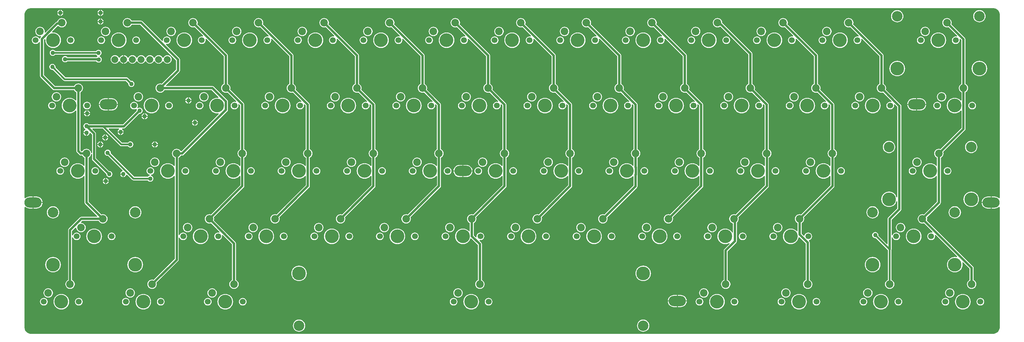
<source format=gtl>
G04*
G04 #@! TF.GenerationSoftware,Altium Limited,Altium Designer,21.7.2 (23)*
G04*
G04 Layer_Physical_Order=1*
G04 Layer_Color=255*
%FSLAX25Y25*%
%MOIN*%
G70*
G04*
G04 #@! TF.SameCoordinates,8FBBE309-EC49-44CF-9814-742EC28C0B38*
G04*
G04*
G04 #@! TF.FilePolarity,Positive*
G04*
G01*
G75*
%ADD18C,0.02500*%
%ADD19C,0.02100*%
%ADD20C,0.01000*%
%ADD21C,0.08661*%
%ADD22C,0.06693*%
%ADD23C,0.15748*%
%ADD24O,0.19685X0.11811*%
%ADD25C,0.07874*%
%ADD26C,0.12000*%
%ADD27C,0.15700*%
%ADD28C,0.05000*%
G36*
X1012533Y110486D02*
X1014054Y110184D01*
X1015487Y109590D01*
X1016777Y108728D01*
X1017873Y107632D01*
X1018735Y106342D01*
X1019329Y104909D01*
X1019631Y103388D01*
X1019631Y102612D01*
X1019631Y-107324D01*
X1018632Y-107683D01*
X1017581Y-106820D01*
X1016381Y-106179D01*
X1015079Y-105784D01*
X1013726Y-105650D01*
X1010289D01*
Y-112590D01*
Y-119528D01*
X1013726D01*
X1015079Y-119395D01*
X1016381Y-119000D01*
X1017581Y-118359D01*
X1018632Y-117496D01*
X1019631Y-117855D01*
Y-255365D01*
X1019631Y-256140D01*
X1019329Y-257662D01*
X1018735Y-259095D01*
X1017873Y-260384D01*
X1016777Y-261481D01*
X1015487Y-262343D01*
X1014054Y-262936D01*
X1012533Y-263239D01*
X1011757Y-263239D01*
X-88216Y-263257D01*
X-88992Y-263257D01*
X-90513Y-262955D01*
X-91946Y-262361D01*
X-93236Y-261499D01*
X-94333Y-260402D01*
X-95195Y-259112D01*
X-95788Y-257679D01*
X-96090Y-256157D01*
X-96090Y-255381D01*
X-96061Y-117804D01*
X-95061Y-117446D01*
X-95017Y-117500D01*
X-93966Y-118363D01*
X-92766Y-119004D01*
X-91464Y-119399D01*
X-90110Y-119532D01*
X-86673D01*
Y-112593D01*
Y-105655D01*
X-90110D01*
X-91464Y-105788D01*
X-92766Y-106183D01*
X-93966Y-106824D01*
X-95017Y-107687D01*
X-95059Y-107738D01*
X-96059Y-107380D01*
X-96015Y102614D01*
X-96015Y103389D01*
X-95712Y104910D01*
X-95118Y106343D01*
X-94257Y107632D01*
X-93160Y108729D01*
X-91870Y109590D01*
X-90437Y110184D01*
X-88916Y110486D01*
X-88141D01*
Y110486D01*
X1011757D01*
X1012533Y110486D01*
D02*
G37*
%LPC*%
G36*
X-8500Y108464D02*
Y105500D01*
X-5536D01*
X-5590Y105914D01*
X-5943Y106765D01*
X-6504Y107496D01*
X-7235Y108057D01*
X-8086Y108410D01*
X-8500Y108464D01*
D02*
G37*
G36*
X-9500D02*
X-9914Y108410D01*
X-10765Y108057D01*
X-11496Y107496D01*
X-12057Y106765D01*
X-12410Y105914D01*
X-12464Y105500D01*
X-9500D01*
Y108464D01*
D02*
G37*
G36*
X-54500D02*
Y105500D01*
X-51536D01*
X-51590Y105914D01*
X-51943Y106765D01*
X-52504Y107496D01*
X-53235Y108057D01*
X-54086Y108410D01*
X-54500Y108464D01*
D02*
G37*
G36*
X-55500D02*
X-55914Y108410D01*
X-56765Y108057D01*
X-57496Y107496D01*
X-58057Y106765D01*
X-58410Y105914D01*
X-58464Y105500D01*
X-55500D01*
Y108464D01*
D02*
G37*
G36*
X-5536Y104500D02*
X-8500D01*
Y101536D01*
X-8086Y101590D01*
X-7235Y101943D01*
X-6504Y102504D01*
X-5943Y103235D01*
X-5590Y104086D01*
X-5536Y104500D01*
D02*
G37*
G36*
X-9500D02*
X-12464D01*
X-12410Y104086D01*
X-12057Y103235D01*
X-11496Y102504D01*
X-10765Y101943D01*
X-9914Y101590D01*
X-9500Y101536D01*
Y104500D01*
D02*
G37*
G36*
X-51536D02*
X-54500D01*
Y101536D01*
X-54086Y101590D01*
X-53235Y101943D01*
X-52504Y102504D01*
X-51943Y103235D01*
X-51590Y104086D01*
X-51536Y104500D01*
D02*
G37*
G36*
X-55500D02*
X-58464D01*
X-58410Y104086D01*
X-58057Y103235D01*
X-57496Y102504D01*
X-56765Y101943D01*
X-55914Y101590D01*
X-55500Y101536D01*
Y104500D01*
D02*
G37*
G36*
X-8500Y98464D02*
Y95500D01*
X-5536D01*
X-5590Y95914D01*
X-5943Y96765D01*
X-6504Y97496D01*
X-7235Y98057D01*
X-8086Y98410D01*
X-8500Y98464D01*
D02*
G37*
G36*
X-9500D02*
X-9914Y98410D01*
X-10765Y98057D01*
X-11496Y97496D01*
X-12057Y96765D01*
X-12410Y95914D01*
X-12464Y95500D01*
X-9500D01*
Y98464D01*
D02*
G37*
G36*
X996303Y108164D02*
X994930Y108028D01*
X993611Y107628D01*
X992395Y106978D01*
X991329Y106103D01*
X990454Y105037D01*
X989804Y103822D01*
X989404Y102502D01*
X989269Y101130D01*
X989404Y99757D01*
X989804Y98438D01*
X990454Y97222D01*
X991329Y96156D01*
X992395Y95281D01*
X993611Y94631D01*
X994930Y94231D01*
X996303Y94096D01*
X997675Y94231D01*
X998994Y94631D01*
X1000210Y95281D01*
X1001276Y96156D01*
X1002151Y97222D01*
X1002801Y98438D01*
X1003201Y99757D01*
X1003336Y101130D01*
X1003201Y102502D01*
X1002801Y103822D01*
X1002151Y105037D01*
X1001276Y106103D01*
X1000210Y106978D01*
X998994Y107628D01*
X997675Y108028D01*
X996303Y108164D01*
D02*
G37*
G36*
X902302D02*
X900930Y108028D01*
X899611Y107628D01*
X898395Y106978D01*
X897329Y106103D01*
X896454Y105037D01*
X895804Y103822D01*
X895404Y102502D01*
X895269Y101130D01*
X895404Y99757D01*
X895804Y98438D01*
X896454Y97222D01*
X897329Y96156D01*
X898395Y95281D01*
X899611Y94631D01*
X900930Y94231D01*
X902302Y94096D01*
X903675Y94231D01*
X904994Y94631D01*
X906210Y95281D01*
X907276Y96156D01*
X908151Y97222D01*
X908801Y98438D01*
X909201Y99757D01*
X909336Y101130D01*
X909201Y102502D01*
X908801Y103822D01*
X908151Y105037D01*
X907276Y106103D01*
X906210Y106978D01*
X904994Y107628D01*
X903675Y108028D01*
X902302Y108164D01*
D02*
G37*
G36*
X-5536Y94500D02*
X-8500D01*
Y91536D01*
X-8086Y91590D01*
X-7235Y91943D01*
X-6504Y92504D01*
X-5943Y93235D01*
X-5590Y94086D01*
X-5536Y94500D01*
D02*
G37*
G36*
X-9500D02*
X-12464D01*
X-12410Y94086D01*
X-12057Y93235D01*
X-11496Y92504D01*
X-10765Y91943D01*
X-9914Y91590D01*
X-9500Y91536D01*
Y94500D01*
D02*
G37*
G36*
X-53194Y99006D02*
X-54586Y98823D01*
X-55883Y98286D01*
X-56996Y97432D01*
X-57851Y96318D01*
X-58388Y95021D01*
X-58408Y94869D01*
X-58567D01*
X-59445Y94694D01*
X-60189Y94197D01*
X-71969Y82417D01*
X-72916Y82884D01*
X-72818Y83630D01*
X-73001Y85021D01*
X-73538Y86318D01*
X-74393Y87432D01*
X-75506Y88286D01*
X-76803Y88823D01*
X-78194Y89006D01*
X-79586Y88823D01*
X-80883Y88286D01*
X-81996Y87432D01*
X-82851Y86318D01*
X-83388Y85021D01*
X-83571Y83630D01*
X-83388Y82238D01*
X-82851Y80941D01*
X-81996Y79828D01*
X-80883Y78973D01*
X-79586Y78436D01*
X-78194Y78253D01*
X-77449Y78351D01*
X-76982Y77404D01*
X-77622Y76764D01*
X-78119Y76020D01*
X-78210Y75566D01*
X-79250Y75464D01*
X-79398Y75822D01*
X-80095Y76730D01*
X-81002Y77426D01*
X-82060Y77864D01*
X-83195Y78014D01*
X-84329Y77864D01*
X-85387Y77426D01*
X-86294Y76730D01*
X-86991Y75822D01*
X-87429Y74764D01*
X-87578Y73630D01*
X-87429Y72495D01*
X-86991Y71438D01*
X-86294Y70530D01*
X-85387Y69833D01*
X-84329Y69395D01*
X-83195Y69246D01*
X-82060Y69395D01*
X-81002Y69833D01*
X-80095Y70530D01*
X-79398Y71438D01*
X-79294Y71688D01*
X-78294Y71489D01*
Y32629D01*
X-78119Y31751D01*
X-77622Y31006D01*
X-63623Y17007D01*
X-62879Y16510D01*
X-62001Y16336D01*
X-39261D01*
X-39098Y15941D01*
X-38244Y14828D01*
X-37130Y13973D01*
X-36736Y13810D01*
Y4804D01*
X-37736Y4447D01*
X-38137Y4935D01*
X-39488Y6044D01*
X-41029Y6868D01*
X-42702Y7375D01*
X-44442Y7547D01*
X-46181Y7375D01*
X-47854Y6868D01*
X-49396Y6044D01*
X-50747Y4935D01*
X-51856Y3584D01*
X-52680Y2042D01*
X-53187Y369D01*
X-53359Y-1370D01*
X-53187Y-3110D01*
X-52680Y-4783D01*
X-51856Y-6324D01*
X-50747Y-7676D01*
X-49396Y-8784D01*
X-47854Y-9608D01*
X-46181Y-10116D01*
X-44442Y-10287D01*
X-42702Y-10116D01*
X-41029Y-9608D01*
X-39488Y-8784D01*
X-38137Y-7676D01*
X-37612Y-7036D01*
X-36612Y-7394D01*
Y-53579D01*
X-36437Y-54457D01*
X-35940Y-55201D01*
X-33146Y-57995D01*
X-32402Y-58493D01*
X-31524Y-58667D01*
X-29886D01*
X-29723Y-59061D01*
X-28869Y-60175D01*
X-27755Y-61029D01*
X-27237Y-61244D01*
Y-70349D01*
X-28237Y-70707D01*
X-28762Y-70068D01*
X-30113Y-68959D01*
X-31654Y-68135D01*
X-33327Y-67628D01*
X-35067Y-67456D01*
X-36806Y-67628D01*
X-38479Y-68135D01*
X-40021Y-68959D01*
X-41372Y-70068D01*
X-42481Y-71419D01*
X-43305Y-72961D01*
X-43812Y-74634D01*
X-43984Y-76373D01*
X-43812Y-78113D01*
X-43305Y-79786D01*
X-42481Y-81327D01*
X-41372Y-82678D01*
X-40021Y-83787D01*
X-38479Y-84611D01*
X-36806Y-85119D01*
X-35067Y-85290D01*
X-33327Y-85119D01*
X-31654Y-84611D01*
X-30113Y-83787D01*
X-28762Y-82678D01*
X-28237Y-82039D01*
X-27237Y-82397D01*
Y-112750D01*
X-27062Y-113628D01*
X-26565Y-114372D01*
X-12784Y-128153D01*
X-13167Y-129076D01*
X-30909D01*
X-31787Y-129251D01*
X-32532Y-129748D01*
X-45442Y-142658D01*
X-45939Y-143403D01*
X-46113Y-144281D01*
Y-201551D01*
X-46508Y-201714D01*
X-47621Y-202569D01*
X-48476Y-203682D01*
X-49013Y-204979D01*
X-49196Y-206370D01*
X-49013Y-207762D01*
X-48476Y-209059D01*
X-47621Y-210172D01*
X-46508Y-211027D01*
X-45211Y-211564D01*
X-43819Y-211747D01*
X-42428Y-211564D01*
X-41131Y-211027D01*
X-40018Y-210172D01*
X-39163Y-209059D01*
X-38626Y-207762D01*
X-38443Y-206370D01*
X-38626Y-204979D01*
X-39163Y-203682D01*
X-40018Y-202569D01*
X-41131Y-201714D01*
X-41525Y-201551D01*
Y-152675D01*
X-40557Y-152505D01*
X-40119Y-153562D01*
X-39422Y-154470D01*
X-38514Y-155167D01*
X-37457Y-155605D01*
X-36322Y-155754D01*
X-35188Y-155605D01*
X-34130Y-155167D01*
X-33222Y-154470D01*
X-32526Y-153562D01*
X-32087Y-152505D01*
X-31938Y-151371D01*
X-32087Y-150236D01*
X-32526Y-149179D01*
X-33222Y-148271D01*
X-34130Y-147574D01*
X-35188Y-147136D01*
X-36322Y-146986D01*
X-37457Y-147136D01*
X-38514Y-147574D01*
X-39422Y-148271D01*
X-40119Y-149179D01*
X-40557Y-150236D01*
X-41525Y-150066D01*
Y-145231D01*
X-37652Y-141357D01*
X-36647Y-141766D01*
X-36516Y-142762D01*
X-35978Y-144059D01*
X-35124Y-145172D01*
X-34010Y-146027D01*
X-32714Y-146564D01*
X-31322Y-146747D01*
X-29930Y-146564D01*
X-28634Y-146027D01*
X-27520Y-145172D01*
X-26666Y-144059D01*
X-26129Y-142762D01*
X-25945Y-141370D01*
X-26129Y-139979D01*
X-26666Y-138682D01*
X-27520Y-137569D01*
X-28634Y-136714D01*
X-29930Y-136177D01*
X-30926Y-136046D01*
X-31335Y-135041D01*
X-29959Y-133665D01*
X-11142D01*
X-10978Y-134059D01*
X-10124Y-135172D01*
X-9010Y-136027D01*
X-7714Y-136564D01*
X-6322Y-136747D01*
X-4930Y-136564D01*
X-3634Y-136027D01*
X-2520Y-135172D01*
X-1666Y-134059D01*
X-1129Y-132762D01*
X-945Y-131370D01*
X-1129Y-129979D01*
X-1666Y-128682D01*
X-2520Y-127569D01*
X-3634Y-126714D01*
X-4930Y-126177D01*
X-6322Y-125994D01*
X-7714Y-126177D01*
X-8108Y-126340D01*
X-22649Y-111800D01*
Y-61141D01*
X-22378Y-61029D01*
X-21265Y-60175D01*
X-20410Y-59061D01*
X-19873Y-57765D01*
X-19767Y-56959D01*
X-18767Y-57025D01*
Y-62630D01*
X-18593Y-63508D01*
X-18095Y-64253D01*
X-2439Y-79909D01*
X-2450Y-79999D01*
X-2330Y-80912D01*
X-1977Y-81764D01*
X-1417Y-82495D01*
X-685Y-83056D01*
X166Y-83409D01*
X1080Y-83529D01*
X1993Y-83409D01*
X2845Y-83056D01*
X3576Y-82495D01*
X4137Y-81764D01*
X4490Y-80912D01*
X4610Y-79999D01*
X4490Y-79085D01*
X4137Y-78234D01*
X3576Y-77502D01*
X2845Y-76941D01*
X1993Y-76589D01*
X1080Y-76468D01*
X664Y-76523D01*
X-14179Y-61680D01*
Y-33527D01*
X-14354Y-32649D01*
X-14851Y-31905D01*
X-18261Y-28495D01*
X-17878Y-27571D01*
X-6578D01*
X13276Y-47426D01*
X13277Y-47426D01*
X13955Y-47879D01*
X14754Y-48038D01*
X14755Y-48038D01*
X22244D01*
X22556Y-48444D01*
X23287Y-49005D01*
X24139Y-49358D01*
X25052Y-49478D01*
X25966Y-49358D01*
X26817Y-49005D01*
X27549Y-48444D01*
X28109Y-47713D01*
X28462Y-46861D01*
X28583Y-45948D01*
X28462Y-45034D01*
X28109Y-44183D01*
X27549Y-43451D01*
X26817Y-42891D01*
X25966Y-42538D01*
X25052Y-42417D01*
X24139Y-42538D01*
X23287Y-42891D01*
X22556Y-43451D01*
X22244Y-43858D01*
X15620D01*
X257Y-28495D01*
X640Y-27571D01*
X12132D01*
X12331Y-28571D01*
X12235Y-28611D01*
X11504Y-29171D01*
X10943Y-29903D01*
X10590Y-30754D01*
X10536Y-31168D01*
X17464D01*
X17410Y-30754D01*
X17057Y-29903D01*
X16496Y-29171D01*
X15765Y-28611D01*
X15669Y-28571D01*
X15868Y-27571D01*
X17723D01*
X18601Y-27396D01*
X19345Y-26899D01*
X35476Y-10769D01*
X35728Y-10802D01*
X36642Y-10682D01*
X37493Y-10329D01*
X38225Y-9768D01*
X38786Y-9037D01*
X39138Y-8185D01*
X39259Y-7272D01*
X39138Y-6358D01*
X38786Y-5507D01*
X38225Y-4775D01*
X37493Y-4214D01*
X36642Y-3862D01*
X35728Y-3742D01*
X34815Y-3862D01*
X33963Y-4214D01*
X33711Y-4408D01*
X32998Y-3695D01*
X33099Y-3562D01*
X33538Y-2505D01*
X33687Y-1370D01*
X33538Y-236D01*
X33099Y822D01*
X32403Y1730D01*
X31495Y2426D01*
X30437Y2864D01*
X29303Y3014D01*
X28168Y2864D01*
X27111Y2426D01*
X26203Y1730D01*
X25506Y822D01*
X25068Y-236D01*
X24919Y-1370D01*
X25068Y-2505D01*
X25506Y-3562D01*
X26203Y-4470D01*
X27111Y-5167D01*
X28168Y-5605D01*
X29303Y-5754D01*
X30437Y-5605D01*
X31495Y-5167D01*
X31924Y-4838D01*
X32671Y-5507D01*
X32318Y-6358D01*
X32198Y-7272D01*
X32231Y-7524D01*
X16773Y-22983D01*
X-22136D01*
X-22504Y-22504D01*
X-23235Y-21943D01*
X-24086Y-21590D01*
X-25000Y-21470D01*
X-25914Y-21590D01*
X-26765Y-21943D01*
X-27496Y-22504D01*
X-28057Y-23235D01*
X-28410Y-24086D01*
X-28530Y-25000D01*
X-28410Y-25914D01*
X-28057Y-26765D01*
X-27496Y-27496D01*
X-26765Y-28057D01*
X-26268Y-28263D01*
X-26323Y-29323D01*
X-26846Y-29540D01*
X-27577Y-30101D01*
X-28138Y-30832D01*
X-28491Y-31683D01*
X-28545Y-32097D01*
X-25081D01*
Y-32597D01*
X-24581D01*
Y-36061D01*
X-24167Y-36007D01*
X-23316Y-35654D01*
X-22585Y-35093D01*
X-22024Y-34362D01*
X-21671Y-33511D01*
X-21610Y-33048D01*
X-20575Y-32669D01*
X-18767Y-34477D01*
Y-55721D01*
X-19767Y-55787D01*
X-19873Y-54981D01*
X-20410Y-53685D01*
X-21265Y-52571D01*
X-22378Y-51717D01*
X-23675Y-51180D01*
X-25067Y-50996D01*
X-26458Y-51180D01*
X-27755Y-51717D01*
X-28869Y-52571D01*
X-29723Y-53685D01*
X-29730Y-53701D01*
X-30810Y-53842D01*
X-32024Y-52629D01*
Y2823D01*
X-32148Y3447D01*
Y13810D01*
X-31753Y13973D01*
X-30640Y14828D01*
X-29785Y15941D01*
X-29248Y17238D01*
X-29065Y18630D01*
X-29248Y20021D01*
X-29785Y21318D01*
X-30640Y22432D01*
X-31753Y23286D01*
X-33050Y23823D01*
X-34442Y24006D01*
X-35833Y23823D01*
X-37130Y23286D01*
X-38244Y22432D01*
X-39098Y21318D01*
X-39261Y20924D01*
X-61051D01*
X-73706Y33579D01*
Y74191D01*
X-72991Y74907D01*
X-72030Y74453D01*
X-72111Y73630D01*
X-71940Y71890D01*
X-71433Y70217D01*
X-70609Y68676D01*
X-69500Y67324D01*
X-68148Y66215D01*
X-66607Y65391D01*
X-64934Y64884D01*
X-63195Y64713D01*
X-61455Y64884D01*
X-59782Y65391D01*
X-58240Y66215D01*
X-56889Y67324D01*
X-55780Y68676D01*
X-54956Y70217D01*
X-54449Y71890D01*
X-54277Y73630D01*
X-54449Y75369D01*
X-54956Y77042D01*
X-55780Y78584D01*
X-56889Y79935D01*
X-58240Y81044D01*
X-59782Y81868D01*
X-61455Y82375D01*
X-63195Y82547D01*
X-64018Y82465D01*
X-64472Y83426D01*
X-58156Y89741D01*
X-56996Y89828D01*
X-55883Y88973D01*
X-54586Y88436D01*
X-53194Y88253D01*
X-51803Y88436D01*
X-50506Y88973D01*
X-49393Y89828D01*
X-48538Y90941D01*
X-48001Y92238D01*
X-47818Y93630D01*
X-48001Y95021D01*
X-48538Y96318D01*
X-49393Y97432D01*
X-50506Y98286D01*
X-51803Y98823D01*
X-53194Y99006D01*
D02*
G37*
G36*
X934303Y89006D02*
X932911Y88823D01*
X931614Y88286D01*
X930501Y87432D01*
X929646Y86318D01*
X929109Y85021D01*
X928926Y83630D01*
X929109Y82238D01*
X929646Y80941D01*
X930501Y79828D01*
X931614Y78973D01*
X932911Y78436D01*
X934303Y78253D01*
X935694Y78436D01*
X936991Y78973D01*
X938104Y79828D01*
X938959Y80941D01*
X939496Y82238D01*
X939679Y83630D01*
X939496Y85021D01*
X938959Y86318D01*
X938104Y87432D01*
X936991Y88286D01*
X935694Y88823D01*
X934303Y89006D01*
D02*
G37*
G36*
X821806D02*
X820415Y88823D01*
X819118Y88286D01*
X818005Y87432D01*
X817150Y86318D01*
X816613Y85021D01*
X816430Y83630D01*
X816613Y82238D01*
X817150Y80941D01*
X818005Y79828D01*
X819118Y78973D01*
X820415Y78436D01*
X821806Y78253D01*
X823198Y78436D01*
X824495Y78973D01*
X825608Y79828D01*
X826463Y80941D01*
X827000Y82238D01*
X827183Y83630D01*
X827000Y85021D01*
X826463Y86318D01*
X825608Y87432D01*
X824495Y88286D01*
X823198Y88823D01*
X821806Y89006D01*
D02*
G37*
G36*
X746806D02*
X745415Y88823D01*
X744118Y88286D01*
X743005Y87432D01*
X742150Y86318D01*
X741613Y85021D01*
X741430Y83630D01*
X741613Y82238D01*
X742150Y80941D01*
X743005Y79828D01*
X744118Y78973D01*
X745415Y78436D01*
X746806Y78253D01*
X748198Y78436D01*
X749495Y78973D01*
X750608Y79828D01*
X751463Y80941D01*
X752000Y82238D01*
X752183Y83630D01*
X752000Y85021D01*
X751463Y86318D01*
X750608Y87432D01*
X749495Y88286D01*
X748198Y88823D01*
X746806Y89006D01*
D02*
G37*
G36*
X671803D02*
X670411Y88823D01*
X669114Y88286D01*
X668001Y87432D01*
X667146Y86318D01*
X666609Y85021D01*
X666426Y83630D01*
X666609Y82238D01*
X667146Y80941D01*
X668001Y79828D01*
X669114Y78973D01*
X670411Y78436D01*
X671803Y78253D01*
X673194Y78436D01*
X674491Y78973D01*
X675604Y79828D01*
X676459Y80941D01*
X676996Y82238D01*
X677179Y83630D01*
X676996Y85021D01*
X676459Y86318D01*
X675604Y87432D01*
X674491Y88286D01*
X673194Y88823D01*
X671803Y89006D01*
D02*
G37*
G36*
X596806D02*
X595415Y88823D01*
X594118Y88286D01*
X593005Y87432D01*
X592150Y86318D01*
X591613Y85021D01*
X591430Y83630D01*
X591613Y82238D01*
X592150Y80941D01*
X593005Y79828D01*
X594118Y78973D01*
X595415Y78436D01*
X596806Y78253D01*
X598198Y78436D01*
X599495Y78973D01*
X600608Y79828D01*
X601463Y80941D01*
X602000Y82238D01*
X602183Y83630D01*
X602000Y85021D01*
X601463Y86318D01*
X600608Y87432D01*
X599495Y88286D01*
X598198Y88823D01*
X596806Y89006D01*
D02*
G37*
G36*
X521803D02*
X520411Y88823D01*
X519114Y88286D01*
X518001Y87432D01*
X517146Y86318D01*
X516609Y85021D01*
X516426Y83630D01*
X516609Y82238D01*
X517146Y80941D01*
X518001Y79828D01*
X519114Y78973D01*
X520411Y78436D01*
X521803Y78253D01*
X523194Y78436D01*
X524491Y78973D01*
X525604Y79828D01*
X526459Y80941D01*
X526996Y82238D01*
X527179Y83630D01*
X526996Y85021D01*
X526459Y86318D01*
X525604Y87432D01*
X524491Y88286D01*
X523194Y88823D01*
X521803Y89006D01*
D02*
G37*
G36*
X446806D02*
X445415Y88823D01*
X444118Y88286D01*
X443005Y87432D01*
X442150Y86318D01*
X441613Y85021D01*
X441430Y83630D01*
X441613Y82238D01*
X442150Y80941D01*
X443005Y79828D01*
X444118Y78973D01*
X445415Y78436D01*
X446806Y78253D01*
X448198Y78436D01*
X449495Y78973D01*
X450608Y79828D01*
X451463Y80941D01*
X452000Y82238D01*
X452183Y83630D01*
X452000Y85021D01*
X451463Y86318D01*
X450608Y87432D01*
X449495Y88286D01*
X448198Y88823D01*
X446806Y89006D01*
D02*
G37*
G36*
X371806D02*
X370415Y88823D01*
X369118Y88286D01*
X368004Y87432D01*
X367150Y86318D01*
X366613Y85021D01*
X366430Y83630D01*
X366613Y82238D01*
X367150Y80941D01*
X368004Y79828D01*
X369118Y78973D01*
X370415Y78436D01*
X371806Y78253D01*
X373198Y78436D01*
X374495Y78973D01*
X375608Y79828D01*
X376463Y80941D01*
X377000Y82238D01*
X377183Y83630D01*
X377000Y85021D01*
X376463Y86318D01*
X375608Y87432D01*
X374495Y88286D01*
X373198Y88823D01*
X371806Y89006D01*
D02*
G37*
G36*
X296806D02*
X295415Y88823D01*
X294118Y88286D01*
X293004Y87432D01*
X292150Y86318D01*
X291613Y85021D01*
X291430Y83630D01*
X291613Y82238D01*
X292150Y80941D01*
X293004Y79828D01*
X294118Y78973D01*
X295415Y78436D01*
X296806Y78253D01*
X298198Y78436D01*
X299495Y78973D01*
X300608Y79828D01*
X301463Y80941D01*
X302000Y82238D01*
X302183Y83630D01*
X302000Y85021D01*
X301463Y86318D01*
X300608Y87432D01*
X299495Y88286D01*
X298198Y88823D01*
X296806Y89006D01*
D02*
G37*
G36*
X221806D02*
X220414Y88823D01*
X219117Y88286D01*
X218004Y87432D01*
X217149Y86318D01*
X216612Y85021D01*
X216429Y83630D01*
X216612Y82238D01*
X217149Y80941D01*
X218004Y79828D01*
X219117Y78973D01*
X220414Y78436D01*
X221806Y78253D01*
X223197Y78436D01*
X224494Y78973D01*
X225608Y79828D01*
X226462Y80941D01*
X226999Y82238D01*
X227183Y83630D01*
X226999Y85021D01*
X226462Y86318D01*
X225608Y87432D01*
X224494Y88286D01*
X223197Y88823D01*
X221806Y89006D01*
D02*
G37*
G36*
X146803D02*
X145412Y88823D01*
X144115Y88286D01*
X143001Y87432D01*
X142147Y86318D01*
X141610Y85021D01*
X141426Y83630D01*
X141610Y82238D01*
X142147Y80941D01*
X143001Y79828D01*
X144115Y78973D01*
X145412Y78436D01*
X146803Y78253D01*
X148195Y78436D01*
X149492Y78973D01*
X150605Y79828D01*
X151460Y80941D01*
X151997Y82238D01*
X152180Y83630D01*
X151997Y85021D01*
X151460Y86318D01*
X150605Y87432D01*
X149492Y88286D01*
X148195Y88823D01*
X146803Y89006D01*
D02*
G37*
G36*
X71806D02*
X70414Y88823D01*
X69117Y88286D01*
X68004Y87432D01*
X67149Y86318D01*
X66612Y85021D01*
X66429Y83630D01*
X66612Y82238D01*
X67149Y80941D01*
X68004Y79828D01*
X69117Y78973D01*
X70414Y78436D01*
X71806Y78253D01*
X73197Y78436D01*
X74494Y78973D01*
X75608Y79828D01*
X76462Y80941D01*
X76999Y82238D01*
X77183Y83630D01*
X76999Y85021D01*
X76462Y86318D01*
X75608Y87432D01*
X74494Y88286D01*
X73197Y88823D01*
X71806Y89006D01*
D02*
G37*
G36*
X-3194D02*
X-4586Y88823D01*
X-5883Y88286D01*
X-6996Y87432D01*
X-7851Y86318D01*
X-8388Y85021D01*
X-8571Y83630D01*
X-8388Y82238D01*
X-7851Y80941D01*
X-6996Y79828D01*
X-5883Y78973D01*
X-4586Y78436D01*
X-3194Y78253D01*
X-1803Y78436D01*
X-506Y78973D01*
X607Y79828D01*
X1462Y80941D01*
X1999Y82238D01*
X2182Y83630D01*
X1999Y85021D01*
X1462Y86318D01*
X607Y87432D01*
X-506Y88286D01*
X-1803Y88823D01*
X-3194Y89006D01*
D02*
G37*
G36*
X959303Y99006D02*
X957911Y98823D01*
X956614Y98286D01*
X955501Y97432D01*
X954646Y96318D01*
X954109Y95021D01*
X953926Y93630D01*
X954109Y92238D01*
X954646Y90941D01*
X955501Y89828D01*
X956614Y88973D01*
X957911Y88436D01*
X959303Y88253D01*
X960694Y88436D01*
X961088Y88599D01*
X970956Y78732D01*
X970471Y77921D01*
X970405Y77868D01*
X969302Y78014D01*
X968168Y77864D01*
X967111Y77426D01*
X966203Y76730D01*
X965506Y75822D01*
X965068Y74764D01*
X964919Y73630D01*
X965068Y72495D01*
X965506Y71438D01*
X966203Y70530D01*
X967111Y69833D01*
X968168Y69395D01*
X969302Y69246D01*
X970437Y69395D01*
X971494Y69833D01*
X972402Y70530D01*
X973099Y71438D01*
X973537Y72495D01*
X973687Y73630D01*
X973541Y74732D01*
X973594Y74798D01*
X974405Y75283D01*
X975758Y73929D01*
Y23449D01*
X975364Y23286D01*
X974251Y22432D01*
X973396Y21318D01*
X972859Y20021D01*
X972676Y18630D01*
X972859Y17238D01*
X973396Y15941D01*
X974251Y14828D01*
X975364Y13973D01*
X975882Y13759D01*
Y4653D01*
X974882Y4296D01*
X974358Y4935D01*
X973007Y6044D01*
X971465Y6868D01*
X969792Y7375D01*
X968052Y7547D01*
X966313Y7375D01*
X964640Y6868D01*
X963099Y6044D01*
X961747Y4935D01*
X960638Y3584D01*
X959814Y2042D01*
X959307Y369D01*
X959136Y-1370D01*
X959307Y-3110D01*
X959814Y-4783D01*
X960638Y-6324D01*
X961747Y-7676D01*
X963099Y-8784D01*
X964640Y-9608D01*
X966313Y-10116D01*
X968052Y-10287D01*
X969792Y-10116D01*
X971465Y-9608D01*
X973007Y-8784D01*
X974358Y-7676D01*
X974882Y-7036D01*
X975882Y-7394D01*
Y-27171D01*
X951710Y-51343D01*
X951316Y-51180D01*
X949924Y-50996D01*
X948533Y-51180D01*
X947236Y-51717D01*
X946123Y-52571D01*
X945268Y-53685D01*
X944731Y-54981D01*
X944548Y-56373D01*
X944731Y-57765D01*
X945268Y-59061D01*
X946123Y-60175D01*
X947236Y-61029D01*
X947754Y-61244D01*
Y-70349D01*
X946754Y-70707D01*
X946230Y-70068D01*
X944878Y-68959D01*
X943337Y-68135D01*
X941664Y-67628D01*
X939925Y-67456D01*
X938185Y-67628D01*
X936512Y-68135D01*
X934970Y-68959D01*
X933619Y-70068D01*
X932510Y-71419D01*
X931686Y-72961D01*
X931179Y-74634D01*
X931008Y-76373D01*
X931179Y-78113D01*
X931686Y-79786D01*
X932510Y-81327D01*
X933619Y-82678D01*
X934970Y-83787D01*
X936512Y-84611D01*
X938185Y-85119D01*
X939925Y-85290D01*
X941664Y-85119D01*
X943337Y-84611D01*
X944878Y-83787D01*
X946230Y-82678D01*
X946754Y-82039D01*
X947754Y-82397D01*
Y-111550D01*
X932964Y-126340D01*
X932570Y-126177D01*
X931178Y-125994D01*
X929787Y-126177D01*
X928490Y-126714D01*
X927376Y-127569D01*
X926522Y-128682D01*
X925985Y-129979D01*
X925802Y-131370D01*
X925985Y-132762D01*
X926522Y-134059D01*
X927376Y-135172D01*
X928490Y-136027D01*
X929787Y-136564D01*
X931178Y-136747D01*
X932570Y-136564D01*
X932964Y-136401D01*
X942832Y-146268D01*
X942347Y-147080D01*
X942281Y-147132D01*
X941178Y-146986D01*
X940044Y-147136D01*
X938986Y-147574D01*
X938078Y-148271D01*
X937382Y-149179D01*
X936944Y-150236D01*
X936794Y-151371D01*
X936944Y-152505D01*
X937382Y-153562D01*
X938078Y-154470D01*
X938986Y-155167D01*
X940044Y-155605D01*
X941178Y-155754D01*
X942313Y-155605D01*
X943370Y-155167D01*
X944278Y-154470D01*
X944975Y-153562D01*
X945413Y-152505D01*
X945562Y-151371D01*
X945417Y-150268D01*
X945469Y-150202D01*
X946280Y-149717D01*
X970995Y-174432D01*
X970465Y-175316D01*
X969913Y-175149D01*
X968178Y-174978D01*
X966444Y-175149D01*
X964775Y-175655D01*
X963238Y-176476D01*
X961890Y-177582D01*
X960784Y-178930D01*
X959962Y-180467D01*
X959457Y-182136D01*
X959286Y-183870D01*
X959457Y-185605D01*
X959962Y-187274D01*
X960784Y-188811D01*
X961890Y-190159D01*
X963238Y-191265D01*
X964775Y-192086D01*
X966444Y-192593D01*
X968178Y-192763D01*
X969913Y-192593D01*
X971581Y-192086D01*
X973119Y-191265D01*
X974467Y-190159D01*
X975572Y-188811D01*
X976394Y-187274D01*
X976900Y-185605D01*
X977071Y-183870D01*
X976900Y-182136D01*
X976733Y-181583D01*
X977617Y-181053D01*
X985134Y-188571D01*
Y-201551D01*
X984740Y-201714D01*
X983627Y-202569D01*
X982772Y-203682D01*
X982235Y-204979D01*
X982052Y-206370D01*
X982235Y-207762D01*
X982772Y-209059D01*
X983627Y-210172D01*
X984740Y-211027D01*
X986037Y-211564D01*
X987428Y-211747D01*
X988820Y-211564D01*
X990117Y-211027D01*
X991230Y-210172D01*
X992085Y-209059D01*
X992622Y-207762D01*
X992805Y-206370D01*
X992622Y-204979D01*
X992085Y-203682D01*
X991230Y-202569D01*
X990117Y-201714D01*
X989723Y-201551D01*
Y-187621D01*
X989548Y-186743D01*
X989051Y-185998D01*
X936209Y-133156D01*
X936372Y-132762D01*
X936555Y-131370D01*
X936372Y-129979D01*
X936209Y-129585D01*
X951671Y-114122D01*
X952168Y-113378D01*
X952343Y-112500D01*
Y-61141D01*
X952613Y-61029D01*
X953726Y-60175D01*
X954581Y-59061D01*
X955118Y-57765D01*
X955301Y-56373D01*
X955118Y-54981D01*
X954955Y-54587D01*
X979799Y-29743D01*
X980296Y-28999D01*
X980471Y-28121D01*
Y13861D01*
X980741Y13973D01*
X981854Y14828D01*
X982709Y15941D01*
X983246Y17238D01*
X983429Y18630D01*
X983246Y20021D01*
X982709Y21318D01*
X981854Y22432D01*
X980741Y23286D01*
X980347Y23449D01*
Y74880D01*
X980172Y75758D01*
X979675Y76502D01*
X964333Y91844D01*
X964496Y92238D01*
X964679Y93630D01*
X964496Y95021D01*
X963959Y96318D01*
X963104Y97432D01*
X961991Y98286D01*
X960694Y98823D01*
X959303Y99006D01*
D02*
G37*
G36*
X621806D02*
X620415Y98823D01*
X619118Y98286D01*
X618005Y97432D01*
X617150Y96318D01*
X616613Y95021D01*
X616430Y93630D01*
X616613Y92238D01*
X617150Y90941D01*
X618005Y89828D01*
X619118Y88973D01*
X620415Y88436D01*
X621806Y88253D01*
X623198Y88436D01*
X623592Y88599D01*
X633460Y78732D01*
X632975Y77921D01*
X632909Y77868D01*
X631806Y78014D01*
X630672Y77864D01*
X629614Y77426D01*
X628707Y76730D01*
X628010Y75822D01*
X627572Y74764D01*
X627422Y73630D01*
X627572Y72495D01*
X628010Y71438D01*
X628707Y70530D01*
X629614Y69833D01*
X630672Y69395D01*
X631806Y69246D01*
X632941Y69395D01*
X633998Y69833D01*
X634906Y70530D01*
X635603Y71438D01*
X636041Y72495D01*
X636190Y73630D01*
X636045Y74732D01*
X636097Y74798D01*
X636908Y75283D01*
X657012Y55179D01*
Y23449D01*
X656618Y23286D01*
X655505Y22432D01*
X654650Y21318D01*
X654113Y20021D01*
X653930Y18630D01*
X654113Y17238D01*
X654650Y15941D01*
X655505Y14828D01*
X656618Y13973D01*
X657915Y13436D01*
X659306Y13253D01*
X660698Y13436D01*
X661092Y13600D01*
X670960Y3732D01*
X670475Y2921D01*
X670409Y2868D01*
X669306Y3014D01*
X668172Y2864D01*
X667114Y2426D01*
X666207Y1730D01*
X665510Y822D01*
X665072Y-236D01*
X664922Y-1370D01*
X665072Y-2505D01*
X665510Y-3562D01*
X666207Y-4470D01*
X667114Y-5167D01*
X668172Y-5605D01*
X669306Y-5754D01*
X670441Y-5605D01*
X671498Y-5167D01*
X672406Y-4470D01*
X673103Y-3562D01*
X673541Y-2505D01*
X673690Y-1370D01*
X673545Y-268D01*
X673597Y-202D01*
X674408Y283D01*
X675758Y-1067D01*
Y-51553D01*
X675364Y-51717D01*
X674251Y-52571D01*
X673396Y-53685D01*
X672859Y-54981D01*
X672676Y-56373D01*
X672859Y-57765D01*
X673396Y-59061D01*
X674251Y-60175D01*
X675364Y-61029D01*
X675882Y-61244D01*
Y-70349D01*
X674882Y-70707D01*
X674358Y-70068D01*
X673006Y-68959D01*
X671465Y-68135D01*
X669792Y-67628D01*
X668052Y-67456D01*
X666313Y-67628D01*
X664640Y-68135D01*
X663098Y-68959D01*
X661747Y-70068D01*
X660638Y-71419D01*
X659814Y-72961D01*
X659307Y-74634D01*
X659135Y-76373D01*
X659307Y-78113D01*
X659814Y-79786D01*
X660638Y-81327D01*
X661747Y-82678D01*
X663098Y-83787D01*
X664640Y-84611D01*
X666313Y-85119D01*
X668052Y-85290D01*
X669792Y-85119D01*
X671465Y-84611D01*
X673006Y-83787D01*
X674358Y-82678D01*
X674882Y-82039D01*
X675882Y-82397D01*
Y-92802D01*
X642344Y-126340D01*
X641950Y-126177D01*
X640558Y-125994D01*
X639167Y-126177D01*
X637870Y-126714D01*
X636756Y-127569D01*
X635902Y-128682D01*
X635365Y-129979D01*
X635182Y-131370D01*
X635365Y-132762D01*
X635902Y-134059D01*
X636756Y-135172D01*
X637870Y-136027D01*
X639167Y-136564D01*
X640558Y-136747D01*
X641950Y-136564D01*
X643247Y-136027D01*
X644360Y-135172D01*
X645215Y-134059D01*
X645752Y-132762D01*
X645935Y-131370D01*
X645752Y-129979D01*
X645588Y-129585D01*
X679799Y-95374D01*
X680296Y-94630D01*
X680471Y-93752D01*
Y-61141D01*
X680741Y-61029D01*
X681854Y-60175D01*
X682709Y-59061D01*
X683246Y-57765D01*
X683429Y-56373D01*
X683246Y-54981D01*
X682709Y-53685D01*
X681854Y-52571D01*
X680741Y-51717D01*
X680347Y-51553D01*
Y-116D01*
X680172Y762D01*
X679675Y1506D01*
X664337Y16844D01*
X664500Y17238D01*
X664683Y18630D01*
X664500Y20021D01*
X663963Y21318D01*
X663108Y22432D01*
X661995Y23286D01*
X661600Y23449D01*
Y56130D01*
X661426Y57008D01*
X660929Y57752D01*
X626837Y91844D01*
X627000Y92238D01*
X627183Y93630D01*
X627000Y95021D01*
X626463Y96318D01*
X625608Y97432D01*
X624495Y98286D01*
X623198Y98823D01*
X621806Y99006D01*
D02*
G37*
G36*
X471806D02*
X470415Y98823D01*
X469118Y98286D01*
X468005Y97432D01*
X467150Y96318D01*
X466613Y95021D01*
X466430Y93630D01*
X466613Y92238D01*
X467150Y90941D01*
X468005Y89828D01*
X469118Y88973D01*
X470415Y88436D01*
X471806Y88253D01*
X473198Y88436D01*
X473592Y88599D01*
X483460Y78732D01*
X482975Y77921D01*
X482909Y77868D01*
X481806Y78014D01*
X480672Y77864D01*
X479614Y77426D01*
X478707Y76730D01*
X478010Y75822D01*
X477572Y74764D01*
X477422Y73630D01*
X477572Y72495D01*
X478010Y71438D01*
X478707Y70530D01*
X479614Y69833D01*
X480672Y69395D01*
X481806Y69246D01*
X482941Y69395D01*
X483998Y69833D01*
X484906Y70530D01*
X485603Y71438D01*
X486041Y72495D01*
X486190Y73630D01*
X486045Y74732D01*
X486097Y74798D01*
X486908Y75283D01*
X507008Y55183D01*
Y23449D01*
X506614Y23286D01*
X505501Y22432D01*
X504646Y21318D01*
X504109Y20021D01*
X503926Y18630D01*
X504109Y17238D01*
X504646Y15941D01*
X505501Y14828D01*
X506614Y13973D01*
X507911Y13436D01*
X509303Y13253D01*
X510694Y13436D01*
X511088Y13600D01*
X520956Y3732D01*
X520471Y2921D01*
X520405Y2868D01*
X519303Y3014D01*
X518168Y2864D01*
X517110Y2426D01*
X516203Y1730D01*
X515506Y822D01*
X515068Y-236D01*
X514919Y-1370D01*
X515068Y-2505D01*
X515506Y-3562D01*
X516203Y-4470D01*
X517110Y-5167D01*
X518168Y-5605D01*
X519303Y-5754D01*
X520437Y-5605D01*
X521494Y-5167D01*
X522402Y-4470D01*
X523099Y-3562D01*
X523537Y-2505D01*
X523687Y-1370D01*
X523541Y-268D01*
X523594Y-202D01*
X524404Y283D01*
X525758Y-1071D01*
Y-51553D01*
X525364Y-51717D01*
X524251Y-52571D01*
X523396Y-53685D01*
X522859Y-54981D01*
X522676Y-56373D01*
X522859Y-57765D01*
X523396Y-59061D01*
X524251Y-60175D01*
X525364Y-61029D01*
X525882Y-61244D01*
Y-70349D01*
X524882Y-70707D01*
X524358Y-70068D01*
X523006Y-68959D01*
X521465Y-68135D01*
X519792Y-67628D01*
X518052Y-67456D01*
X516313Y-67628D01*
X514640Y-68135D01*
X513098Y-68959D01*
X511747Y-70068D01*
X510638Y-71419D01*
X509814Y-72961D01*
X509307Y-74634D01*
X509135Y-76373D01*
X509307Y-78113D01*
X509814Y-79786D01*
X510638Y-81327D01*
X511747Y-82678D01*
X513098Y-83787D01*
X514640Y-84611D01*
X516313Y-85119D01*
X518052Y-85290D01*
X519792Y-85119D01*
X521465Y-84611D01*
X523006Y-83787D01*
X524358Y-82678D01*
X524882Y-82039D01*
X525882Y-82397D01*
Y-92796D01*
X492338Y-126340D01*
X491944Y-126177D01*
X490553Y-125994D01*
X489161Y-126177D01*
X487864Y-126714D01*
X486751Y-127569D01*
X485896Y-128682D01*
X485359Y-129979D01*
X485176Y-131370D01*
X485359Y-132762D01*
X485896Y-134059D01*
X486751Y-135172D01*
X487864Y-136027D01*
X489161Y-136564D01*
X490553Y-136747D01*
X491944Y-136564D01*
X493241Y-136027D01*
X494354Y-135172D01*
X495209Y-134059D01*
X495746Y-132762D01*
X495929Y-131370D01*
X495746Y-129979D01*
X495583Y-129585D01*
X529799Y-95369D01*
X530296Y-94624D01*
X530471Y-93747D01*
Y-61141D01*
X530741Y-61029D01*
X531854Y-60175D01*
X532709Y-59061D01*
X533246Y-57765D01*
X533429Y-56373D01*
X533246Y-54981D01*
X532709Y-53685D01*
X531854Y-52571D01*
X530741Y-51717D01*
X530347Y-51553D01*
Y-120D01*
X530172Y758D01*
X529675Y1502D01*
X514333Y16844D01*
X514496Y17238D01*
X514679Y18630D01*
X514496Y20021D01*
X513959Y21318D01*
X513104Y22432D01*
X511991Y23286D01*
X511597Y23449D01*
Y56134D01*
X511422Y57011D01*
X510925Y57756D01*
X476837Y91844D01*
X477000Y92238D01*
X477183Y93630D01*
X477000Y95021D01*
X476463Y96318D01*
X475608Y97432D01*
X474495Y98286D01*
X473198Y98823D01*
X471806Y99006D01*
D02*
G37*
G36*
X171803D02*
X170412Y98823D01*
X169115Y98286D01*
X168001Y97432D01*
X167147Y96318D01*
X166610Y95021D01*
X166426Y93630D01*
X166610Y92238D01*
X167147Y90941D01*
X168001Y89828D01*
X169115Y88973D01*
X170412Y88436D01*
X171803Y88253D01*
X173195Y88436D01*
X173589Y88599D01*
X183457Y78732D01*
X182972Y77921D01*
X182906Y77868D01*
X181803Y78014D01*
X180668Y77864D01*
X179611Y77426D01*
X178703Y76730D01*
X178006Y75822D01*
X177568Y74764D01*
X177419Y73630D01*
X177568Y72495D01*
X178006Y71438D01*
X178703Y70530D01*
X179611Y69833D01*
X180668Y69395D01*
X181803Y69246D01*
X182938Y69395D01*
X183995Y69833D01*
X184903Y70530D01*
X185600Y71438D01*
X186038Y72495D01*
X186187Y73630D01*
X186042Y74732D01*
X186094Y74798D01*
X186905Y75283D01*
X207012Y55177D01*
Y23449D01*
X206617Y23286D01*
X205504Y22432D01*
X204649Y21318D01*
X204112Y20021D01*
X203929Y18630D01*
X204112Y17238D01*
X204649Y15941D01*
X205504Y14828D01*
X206617Y13973D01*
X207914Y13436D01*
X209306Y13253D01*
X210697Y13436D01*
X211092Y13600D01*
X220959Y3732D01*
X220474Y2921D01*
X220409Y2868D01*
X219306Y3014D01*
X218171Y2864D01*
X217114Y2426D01*
X216206Y1730D01*
X215509Y822D01*
X215071Y-236D01*
X214922Y-1370D01*
X215071Y-2505D01*
X215509Y-3562D01*
X216206Y-4470D01*
X217114Y-5167D01*
X218171Y-5605D01*
X219306Y-5754D01*
X220441Y-5605D01*
X221498Y-5167D01*
X222406Y-4470D01*
X223102Y-3562D01*
X223540Y-2505D01*
X223690Y-1370D01*
X223545Y-268D01*
X223597Y-202D01*
X224408Y283D01*
X225759Y-1068D01*
Y-51553D01*
X225365Y-51717D01*
X224251Y-52571D01*
X223397Y-53685D01*
X222860Y-54981D01*
X222676Y-56373D01*
X222860Y-57765D01*
X223397Y-59061D01*
X224251Y-60175D01*
X225365Y-61029D01*
X225883Y-61244D01*
Y-70349D01*
X224883Y-70707D01*
X224358Y-70068D01*
X223007Y-68959D01*
X221465Y-68135D01*
X219793Y-67628D01*
X218053Y-67456D01*
X216314Y-67628D01*
X214641Y-68135D01*
X213099Y-68959D01*
X211748Y-70068D01*
X210639Y-71419D01*
X209815Y-72961D01*
X209308Y-74634D01*
X209136Y-76373D01*
X209308Y-78113D01*
X209815Y-79786D01*
X210639Y-81327D01*
X211748Y-82678D01*
X213099Y-83787D01*
X214641Y-84611D01*
X216314Y-85119D01*
X218053Y-85290D01*
X219793Y-85119D01*
X221465Y-84611D01*
X223007Y-83787D01*
X224358Y-82678D01*
X224883Y-82039D01*
X225883Y-82397D01*
Y-92802D01*
X192344Y-126340D01*
X191950Y-126177D01*
X190559Y-125994D01*
X189167Y-126177D01*
X187870Y-126714D01*
X186757Y-127569D01*
X185902Y-128682D01*
X185365Y-129979D01*
X185182Y-131370D01*
X185365Y-132762D01*
X185902Y-134059D01*
X186757Y-135172D01*
X187870Y-136027D01*
X189167Y-136564D01*
X190559Y-136747D01*
X191950Y-136564D01*
X193247Y-136027D01*
X194360Y-135172D01*
X195215Y-134059D01*
X195752Y-132762D01*
X195935Y-131370D01*
X195752Y-129979D01*
X195589Y-129585D01*
X229799Y-95374D01*
X230297Y-94630D01*
X230471Y-93752D01*
Y-61141D01*
X230742Y-61029D01*
X231855Y-60175D01*
X232710Y-59061D01*
X233247Y-57765D01*
X233430Y-56373D01*
X233247Y-54981D01*
X232710Y-53685D01*
X231855Y-52571D01*
X230742Y-51717D01*
X230347Y-51553D01*
Y-118D01*
X230173Y760D01*
X229675Y1505D01*
X214336Y16844D01*
X214499Y17238D01*
X214683Y18630D01*
X214499Y20021D01*
X213962Y21318D01*
X213108Y22432D01*
X211994Y23286D01*
X211600Y23449D01*
Y56127D01*
X211425Y57005D01*
X210928Y57749D01*
X176833Y91844D01*
X176997Y92238D01*
X177180Y93630D01*
X176997Y95021D01*
X176460Y96318D01*
X175605Y97432D01*
X174492Y98286D01*
X173195Y98823D01*
X171803Y99006D01*
D02*
G37*
G36*
X846806D02*
X845415Y98823D01*
X844118Y98286D01*
X843005Y97432D01*
X842150Y96318D01*
X841613Y95021D01*
X841430Y93630D01*
X841613Y92238D01*
X842150Y90941D01*
X843005Y89828D01*
X844118Y88973D01*
X845415Y88436D01*
X846806Y88253D01*
X848198Y88436D01*
X848592Y88599D01*
X858460Y78732D01*
X857975Y77921D01*
X857909Y77868D01*
X856806Y78014D01*
X855672Y77864D01*
X854614Y77426D01*
X853706Y76730D01*
X853010Y75822D01*
X852572Y74764D01*
X852422Y73630D01*
X852572Y72495D01*
X853010Y71438D01*
X853706Y70530D01*
X854614Y69833D01*
X855672Y69395D01*
X856806Y69246D01*
X857941Y69395D01*
X858998Y69833D01*
X859906Y70530D01*
X860603Y71438D01*
X861041Y72495D01*
X861190Y73630D01*
X861045Y74732D01*
X861097Y74798D01*
X861908Y75283D01*
X882008Y55183D01*
Y23449D01*
X881614Y23286D01*
X880501Y22432D01*
X879646Y21318D01*
X879109Y20021D01*
X878926Y18630D01*
X879109Y17238D01*
X879646Y15941D01*
X880501Y14828D01*
X881614Y13973D01*
X882911Y13436D01*
X884303Y13253D01*
X885694Y13436D01*
X886088Y13600D01*
X895956Y3732D01*
X895471Y2921D01*
X895405Y2868D01*
X894302Y3014D01*
X893168Y2864D01*
X892111Y2426D01*
X891203Y1730D01*
X890506Y822D01*
X890068Y-236D01*
X889919Y-1370D01*
X890068Y-2505D01*
X890506Y-3562D01*
X891203Y-4470D01*
X892111Y-5167D01*
X893168Y-5605D01*
X894302Y-5754D01*
X895437Y-5605D01*
X896494Y-5167D01*
X897402Y-4470D01*
X898099Y-3562D01*
X898537Y-2505D01*
X898687Y-1370D01*
X898541Y-268D01*
X898594Y-202D01*
X899405Y283D01*
X902460Y-2772D01*
Y-106376D01*
X901460Y-106524D01*
X901140Y-105470D01*
X900319Y-103932D01*
X899213Y-102585D01*
X897865Y-101479D01*
X896328Y-100657D01*
X894659Y-100151D01*
X892924Y-99980D01*
X891190Y-100151D01*
X889521Y-100657D01*
X887984Y-101479D01*
X886636Y-102585D01*
X885530Y-103932D01*
X884709Y-105470D01*
X884202Y-107138D01*
X884032Y-108873D01*
X884202Y-110608D01*
X884709Y-112276D01*
X885530Y-113814D01*
X886636Y-115161D01*
X887984Y-116267D01*
X889521Y-117089D01*
X891190Y-117595D01*
X892924Y-117766D01*
X894659Y-117595D01*
X896328Y-117089D01*
X897865Y-116267D01*
X899213Y-115161D01*
X900319Y-113814D01*
X901140Y-112276D01*
X901460Y-111222D01*
X902460Y-111370D01*
Y-119263D01*
X892056Y-129667D01*
X891559Y-130411D01*
X891384Y-131289D01*
Y-159841D01*
X890460Y-160224D01*
X880697Y-150460D01*
X880764Y-149953D01*
X880643Y-149039D01*
X880291Y-148187D01*
X879730Y-147456D01*
X878999Y-146895D01*
X878147Y-146543D01*
X877234Y-146422D01*
X876320Y-146543D01*
X875468Y-146895D01*
X874737Y-147456D01*
X874176Y-148187D01*
X873824Y-149039D01*
X873703Y-149953D01*
X873824Y-150866D01*
X874176Y-151718D01*
X874737Y-152449D01*
X875468Y-153010D01*
X876320Y-153363D01*
X877234Y-153483D01*
X877741Y-153416D01*
X891549Y-167224D01*
X891559Y-167275D01*
X891588Y-167319D01*
Y-201466D01*
X890990Y-201714D01*
X889876Y-202569D01*
X889022Y-203682D01*
X888485Y-204979D01*
X888302Y-206370D01*
X888485Y-207762D01*
X889022Y-209059D01*
X889876Y-210172D01*
X890990Y-211027D01*
X892287Y-211564D01*
X893678Y-211747D01*
X895070Y-211564D01*
X896367Y-211027D01*
X897480Y-210172D01*
X898335Y-209059D01*
X898872Y-207762D01*
X899055Y-206370D01*
X898872Y-204979D01*
X898335Y-203682D01*
X897480Y-202569D01*
X896367Y-201714D01*
X895769Y-201466D01*
Y-167319D01*
X895798Y-167275D01*
X895973Y-166398D01*
Y-152671D01*
X896944Y-152505D01*
X897382Y-153562D01*
X898079Y-154470D01*
X898986Y-155167D01*
X900044Y-155605D01*
X901178Y-155754D01*
X902313Y-155605D01*
X903370Y-155167D01*
X904278Y-154470D01*
X904975Y-153562D01*
X905413Y-152505D01*
X905562Y-151371D01*
X905413Y-150236D01*
X904975Y-149179D01*
X904278Y-148271D01*
X903370Y-147574D01*
X902313Y-147136D01*
X901178Y-146986D01*
X900044Y-147136D01*
X898986Y-147574D01*
X898079Y-148271D01*
X897382Y-149179D01*
X896944Y-150236D01*
X895973Y-150071D01*
Y-132240D01*
X906376Y-121836D01*
X906874Y-121091D01*
X907048Y-120213D01*
Y-1822D01*
X906874Y-944D01*
X906376Y-200D01*
X889333Y16844D01*
X889496Y17238D01*
X889679Y18630D01*
X889496Y20021D01*
X888959Y21318D01*
X888104Y22432D01*
X886991Y23286D01*
X886597Y23449D01*
Y56134D01*
X886422Y57011D01*
X885925Y57756D01*
X851837Y91844D01*
X852000Y92238D01*
X852183Y93630D01*
X852000Y95021D01*
X851463Y96318D01*
X850608Y97432D01*
X849495Y98286D01*
X848198Y98823D01*
X846806Y99006D01*
D02*
G37*
G36*
X771806D02*
X770415Y98823D01*
X769118Y98286D01*
X768005Y97432D01*
X767150Y96318D01*
X766613Y95021D01*
X766430Y93630D01*
X766613Y92238D01*
X767150Y90941D01*
X768005Y89828D01*
X769118Y88973D01*
X770415Y88436D01*
X771806Y88253D01*
X773198Y88436D01*
X773592Y88599D01*
X783460Y78732D01*
X782975Y77921D01*
X782909Y77868D01*
X781806Y78014D01*
X780672Y77864D01*
X779614Y77426D01*
X778707Y76730D01*
X778010Y75822D01*
X777572Y74764D01*
X777422Y73630D01*
X777572Y72495D01*
X778010Y71438D01*
X778707Y70530D01*
X779614Y69833D01*
X780672Y69395D01*
X781806Y69246D01*
X782941Y69395D01*
X783998Y69833D01*
X784906Y70530D01*
X785603Y71438D01*
X786041Y72495D01*
X786190Y73630D01*
X786045Y74732D01*
X786097Y74798D01*
X786908Y75283D01*
X807012Y55180D01*
Y23449D01*
X806618Y23286D01*
X805505Y22432D01*
X804650Y21318D01*
X804113Y20021D01*
X803930Y18630D01*
X804113Y17238D01*
X804650Y15941D01*
X805505Y14828D01*
X806618Y13973D01*
X807915Y13436D01*
X809306Y13253D01*
X810698Y13436D01*
X811092Y13600D01*
X820960Y3732D01*
X820475Y2921D01*
X820409Y2868D01*
X819306Y3014D01*
X818172Y2864D01*
X817114Y2426D01*
X816206Y1730D01*
X815510Y822D01*
X815072Y-236D01*
X814922Y-1370D01*
X815072Y-2505D01*
X815510Y-3562D01*
X816206Y-4470D01*
X817114Y-5167D01*
X818172Y-5605D01*
X819306Y-5754D01*
X820441Y-5605D01*
X821498Y-5167D01*
X822406Y-4470D01*
X823103Y-3562D01*
X823541Y-2505D01*
X823690Y-1370D01*
X823545Y-268D01*
X823597Y-202D01*
X824408Y283D01*
X825764Y-1072D01*
Y-51553D01*
X825370Y-51717D01*
X824256Y-52571D01*
X823402Y-53685D01*
X822865Y-54981D01*
X822682Y-56373D01*
X822865Y-57765D01*
X823402Y-59061D01*
X824256Y-60175D01*
X825370Y-61029D01*
X825888Y-61244D01*
Y-70349D01*
X824888Y-70707D01*
X824364Y-70068D01*
X823012Y-68959D01*
X821471Y-68135D01*
X819798Y-67628D01*
X818058Y-67456D01*
X816319Y-67628D01*
X814646Y-68135D01*
X813104Y-68959D01*
X811753Y-70068D01*
X810644Y-71419D01*
X809820Y-72961D01*
X809313Y-74634D01*
X809141Y-76373D01*
X809313Y-78113D01*
X809820Y-79786D01*
X810644Y-81327D01*
X811753Y-82678D01*
X813104Y-83787D01*
X814646Y-84611D01*
X816319Y-85119D01*
X818058Y-85290D01*
X819798Y-85119D01*
X821471Y-84611D01*
X823012Y-83787D01*
X824364Y-82678D01*
X824888Y-82039D01*
X825888Y-82397D01*
Y-92796D01*
X792344Y-126340D01*
X791950Y-126177D01*
X790558Y-125994D01*
X789167Y-126177D01*
X787870Y-126714D01*
X786756Y-127569D01*
X785902Y-128682D01*
X785365Y-129979D01*
X785182Y-131370D01*
X785365Y-132762D01*
X785902Y-134059D01*
X786756Y-135172D01*
X787870Y-136027D01*
X788264Y-136190D01*
Y-145196D01*
X787264Y-145554D01*
X786864Y-145065D01*
X785512Y-143956D01*
X783971Y-143132D01*
X782298Y-142625D01*
X780558Y-142454D01*
X778819Y-142625D01*
X777146Y-143132D01*
X775604Y-143956D01*
X774253Y-145065D01*
X773144Y-146416D01*
X772320Y-147958D01*
X771813Y-149631D01*
X771641Y-151371D01*
X771813Y-153110D01*
X772320Y-154783D01*
X773144Y-156325D01*
X774253Y-157676D01*
X775604Y-158785D01*
X777146Y-159609D01*
X778819Y-160116D01*
X780558Y-160287D01*
X782298Y-160116D01*
X783971Y-159609D01*
X785512Y-158785D01*
X786864Y-157676D01*
X787972Y-156325D01*
X788797Y-154783D01*
X789304Y-153110D01*
X789354Y-152603D01*
X790295Y-152267D01*
X797638Y-159609D01*
Y-201551D01*
X797244Y-201714D01*
X796130Y-202569D01*
X795276Y-203682D01*
X794739Y-204979D01*
X794556Y-206370D01*
X794739Y-207762D01*
X795276Y-209059D01*
X796130Y-210172D01*
X797244Y-211027D01*
X798541Y-211564D01*
X799932Y-211747D01*
X801324Y-211564D01*
X802621Y-211027D01*
X803734Y-210172D01*
X804589Y-209059D01*
X805126Y-207762D01*
X805309Y-206370D01*
X805126Y-204979D01*
X804589Y-203682D01*
X803734Y-202569D01*
X802621Y-201714D01*
X802226Y-201551D01*
Y-158659D01*
X802052Y-157781D01*
X801554Y-157037D01*
X801197Y-156679D01*
X801555Y-155623D01*
X801693Y-155605D01*
X802750Y-155167D01*
X803658Y-154470D01*
X804355Y-153562D01*
X804793Y-152505D01*
X804942Y-151371D01*
X804793Y-150236D01*
X804355Y-149179D01*
X803658Y-148271D01*
X802750Y-147574D01*
X801693Y-147136D01*
X800558Y-146986D01*
X799424Y-147136D01*
X798366Y-147574D01*
X797458Y-148271D01*
X796762Y-149179D01*
X796324Y-150236D01*
X796306Y-150374D01*
X795250Y-150732D01*
X792852Y-148335D01*
Y-136190D01*
X793247Y-136027D01*
X794360Y-135172D01*
X795215Y-134059D01*
X795752Y-132762D01*
X795935Y-131370D01*
X795752Y-129979D01*
X795588Y-129585D01*
X829805Y-95369D01*
X830302Y-94624D01*
X830476Y-93747D01*
Y-61141D01*
X830747Y-61029D01*
X831860Y-60175D01*
X832715Y-59061D01*
X833252Y-57765D01*
X833435Y-56373D01*
X833252Y-54981D01*
X832715Y-53685D01*
X831860Y-52571D01*
X830747Y-51717D01*
X830352Y-51553D01*
Y-122D01*
X830178Y756D01*
X829681Y1500D01*
X814337Y16844D01*
X814500Y17238D01*
X814683Y18630D01*
X814500Y20021D01*
X813963Y21318D01*
X813108Y22432D01*
X811995Y23286D01*
X811600Y23449D01*
Y56130D01*
X811426Y57008D01*
X810929Y57752D01*
X776837Y91844D01*
X777000Y92238D01*
X777183Y93630D01*
X777000Y95021D01*
X776463Y96318D01*
X775608Y97432D01*
X774495Y98286D01*
X773198Y98823D01*
X771806Y99006D01*
D02*
G37*
G36*
X546803D02*
X545411Y98823D01*
X544114Y98286D01*
X543001Y97432D01*
X542146Y96318D01*
X541609Y95021D01*
X541426Y93630D01*
X541609Y92238D01*
X542146Y90941D01*
X543001Y89828D01*
X544114Y88973D01*
X545411Y88436D01*
X546803Y88253D01*
X548194Y88436D01*
X548588Y88599D01*
X558456Y78732D01*
X557971Y77921D01*
X557905Y77868D01*
X556803Y78014D01*
X555668Y77864D01*
X554610Y77426D01*
X553703Y76730D01*
X553006Y75822D01*
X552568Y74764D01*
X552419Y73630D01*
X552568Y72495D01*
X553006Y71438D01*
X553703Y70530D01*
X554610Y69833D01*
X555668Y69395D01*
X556803Y69246D01*
X557937Y69395D01*
X558994Y69833D01*
X559902Y70530D01*
X560599Y71438D01*
X561037Y72495D01*
X561187Y73630D01*
X561041Y74732D01*
X561094Y74798D01*
X561904Y75283D01*
X582012Y55176D01*
Y23449D01*
X581618Y23286D01*
X580505Y22432D01*
X579650Y21318D01*
X579113Y20021D01*
X578930Y18630D01*
X579113Y17238D01*
X579650Y15941D01*
X580505Y14828D01*
X581618Y13973D01*
X582915Y13436D01*
X584306Y13253D01*
X585698Y13436D01*
X586092Y13600D01*
X595960Y3732D01*
X595475Y2921D01*
X595409Y2868D01*
X594306Y3014D01*
X593172Y2864D01*
X592114Y2426D01*
X591207Y1730D01*
X590510Y822D01*
X590072Y-236D01*
X589922Y-1370D01*
X590072Y-2505D01*
X590510Y-3562D01*
X591207Y-4470D01*
X592114Y-5167D01*
X593172Y-5605D01*
X594306Y-5754D01*
X595441Y-5605D01*
X596498Y-5167D01*
X597406Y-4470D01*
X598103Y-3562D01*
X598541Y-2505D01*
X598690Y-1370D01*
X598545Y-268D01*
X598597Y-202D01*
X599408Y283D01*
X600764Y-1072D01*
Y-51553D01*
X600370Y-51717D01*
X599256Y-52571D01*
X598402Y-53685D01*
X597865Y-54981D01*
X597682Y-56373D01*
X597865Y-57765D01*
X598402Y-59061D01*
X599256Y-60175D01*
X600370Y-61029D01*
X600764Y-61193D01*
Y-70198D01*
X599764Y-70556D01*
X599364Y-70068D01*
X598012Y-68959D01*
X596471Y-68135D01*
X594798Y-67628D01*
X593058Y-67456D01*
X591319Y-67628D01*
X589646Y-68135D01*
X588104Y-68959D01*
X586753Y-70068D01*
X585644Y-71419D01*
X584820Y-72961D01*
X584313Y-74634D01*
X584141Y-76373D01*
X584313Y-78113D01*
X584820Y-79786D01*
X585644Y-81327D01*
X586753Y-82678D01*
X588104Y-83787D01*
X589646Y-84611D01*
X591319Y-85119D01*
X593058Y-85290D01*
X594798Y-85119D01*
X596471Y-84611D01*
X598012Y-83787D01*
X599364Y-82678D01*
X599764Y-82190D01*
X600764Y-82548D01*
Y-92920D01*
X567344Y-126340D01*
X566950Y-126177D01*
X565558Y-125994D01*
X564167Y-126177D01*
X562870Y-126714D01*
X561756Y-127569D01*
X560902Y-128682D01*
X560365Y-129979D01*
X560182Y-131370D01*
X560365Y-132762D01*
X560902Y-134059D01*
X561756Y-135172D01*
X562870Y-136027D01*
X564167Y-136564D01*
X565558Y-136747D01*
X566950Y-136564D01*
X568247Y-136027D01*
X569360Y-135172D01*
X570215Y-134059D01*
X570752Y-132762D01*
X570935Y-131370D01*
X570752Y-129979D01*
X570588Y-129585D01*
X604680Y-95493D01*
X605178Y-94748D01*
X605352Y-93871D01*
Y-81190D01*
X605476Y-80567D01*
Y-72180D01*
X605352Y-71556D01*
Y-61193D01*
X605747Y-61029D01*
X606860Y-60175D01*
X607715Y-59061D01*
X608252Y-57765D01*
X608435Y-56373D01*
X608252Y-54981D01*
X607715Y-53685D01*
X606860Y-52571D01*
X605747Y-51717D01*
X605352Y-51553D01*
Y-122D01*
X605178Y756D01*
X604680Y1500D01*
X589337Y16844D01*
X589500Y17238D01*
X589683Y18630D01*
X589500Y20021D01*
X588963Y21318D01*
X588108Y22432D01*
X586995Y23286D01*
X586600Y23449D01*
Y56126D01*
X586426Y57004D01*
X585929Y57748D01*
X551833Y91844D01*
X551996Y92238D01*
X552179Y93630D01*
X551996Y95021D01*
X551459Y96318D01*
X550604Y97432D01*
X549491Y98286D01*
X548194Y98823D01*
X546803Y99006D01*
D02*
G37*
G36*
X396806D02*
X395415Y98823D01*
X394118Y98286D01*
X393004Y97432D01*
X392150Y96318D01*
X391613Y95021D01*
X391430Y93630D01*
X391613Y92238D01*
X392150Y90941D01*
X393004Y89828D01*
X394118Y88973D01*
X395415Y88436D01*
X396806Y88253D01*
X398198Y88436D01*
X398592Y88599D01*
X408460Y78732D01*
X407975Y77921D01*
X407909Y77868D01*
X406806Y78014D01*
X405672Y77864D01*
X404614Y77426D01*
X403707Y76730D01*
X403010Y75822D01*
X402572Y74764D01*
X402422Y73630D01*
X402572Y72495D01*
X403010Y71438D01*
X403707Y70530D01*
X404614Y69833D01*
X405672Y69395D01*
X406806Y69246D01*
X407941Y69395D01*
X408998Y69833D01*
X409906Y70530D01*
X410603Y71438D01*
X411041Y72495D01*
X411190Y73630D01*
X411045Y74732D01*
X411097Y74798D01*
X411908Y75283D01*
X432012Y55180D01*
Y23449D01*
X431618Y23286D01*
X430505Y22432D01*
X429650Y21318D01*
X429113Y20021D01*
X428930Y18630D01*
X429113Y17238D01*
X429650Y15941D01*
X430505Y14828D01*
X431618Y13973D01*
X432915Y13436D01*
X434306Y13253D01*
X435698Y13436D01*
X436092Y13600D01*
X445960Y3732D01*
X445475Y2921D01*
X445409Y2868D01*
X444306Y3014D01*
X443172Y2864D01*
X442114Y2426D01*
X441207Y1730D01*
X440510Y822D01*
X440072Y-236D01*
X439922Y-1370D01*
X440072Y-2505D01*
X440510Y-3562D01*
X441207Y-4470D01*
X442114Y-5167D01*
X443172Y-5605D01*
X444306Y-5754D01*
X445441Y-5605D01*
X446498Y-5167D01*
X447406Y-4470D01*
X448103Y-3562D01*
X448541Y-2505D01*
X448690Y-1370D01*
X448545Y-268D01*
X448597Y-202D01*
X449408Y283D01*
X450758Y-1067D01*
Y-51553D01*
X450364Y-51717D01*
X449251Y-52571D01*
X448396Y-53685D01*
X447859Y-54981D01*
X447676Y-56373D01*
X447859Y-57765D01*
X448396Y-59061D01*
X449251Y-60175D01*
X450364Y-61029D01*
X450882Y-61244D01*
Y-70349D01*
X449882Y-70707D01*
X449358Y-70068D01*
X448006Y-68959D01*
X446465Y-68135D01*
X444792Y-67628D01*
X443052Y-67456D01*
X441313Y-67628D01*
X439640Y-68135D01*
X438098Y-68959D01*
X436747Y-70068D01*
X435638Y-71419D01*
X434814Y-72961D01*
X434307Y-74634D01*
X434135Y-76373D01*
X434307Y-78113D01*
X434814Y-79786D01*
X435638Y-81327D01*
X436747Y-82678D01*
X438098Y-83787D01*
X439640Y-84611D01*
X441313Y-85119D01*
X443052Y-85290D01*
X444792Y-85119D01*
X446465Y-84611D01*
X448006Y-83787D01*
X449358Y-82678D01*
X449882Y-82039D01*
X450882Y-82397D01*
Y-92802D01*
X417344Y-126340D01*
X416950Y-126177D01*
X415558Y-125994D01*
X414167Y-126177D01*
X412870Y-126714D01*
X411756Y-127569D01*
X410902Y-128682D01*
X410365Y-129979D01*
X410182Y-131370D01*
X410365Y-132762D01*
X410902Y-134059D01*
X411756Y-135172D01*
X412870Y-136027D01*
X413388Y-136242D01*
Y-145347D01*
X412388Y-145705D01*
X411864Y-145065D01*
X410512Y-143956D01*
X408971Y-143132D01*
X407298Y-142625D01*
X405558Y-142454D01*
X403819Y-142625D01*
X402146Y-143132D01*
X400604Y-143956D01*
X399253Y-145065D01*
X398144Y-146416D01*
X397320Y-147958D01*
X396813Y-149631D01*
X396641Y-151371D01*
X396813Y-153110D01*
X397320Y-154783D01*
X398144Y-156325D01*
X399253Y-157676D01*
X400604Y-158785D01*
X402146Y-159609D01*
X403819Y-160116D01*
X405558Y-160287D01*
X407298Y-160116D01*
X408971Y-159609D01*
X410512Y-158785D01*
X411864Y-157676D01*
X412972Y-156325D01*
X413797Y-154783D01*
X414003Y-154101D01*
X415134Y-153818D01*
X422638Y-161322D01*
Y-201551D01*
X422244Y-201714D01*
X421130Y-202569D01*
X420276Y-203682D01*
X419739Y-204979D01*
X419556Y-206370D01*
X419739Y-207762D01*
X420276Y-209059D01*
X421130Y-210172D01*
X422244Y-211027D01*
X423541Y-211564D01*
X424932Y-211747D01*
X426324Y-211564D01*
X427621Y-211027D01*
X428734Y-210172D01*
X429589Y-209059D01*
X430126Y-207762D01*
X430309Y-206370D01*
X430126Y-204979D01*
X429589Y-203682D01*
X428734Y-202569D01*
X427621Y-201714D01*
X427226Y-201551D01*
Y-160372D01*
X427052Y-159494D01*
X426554Y-158750D01*
X424418Y-156613D01*
X424885Y-155666D01*
X425558Y-155754D01*
X426693Y-155605D01*
X427750Y-155167D01*
X428658Y-154470D01*
X429355Y-153562D01*
X429793Y-152505D01*
X429942Y-151371D01*
X429793Y-150236D01*
X429355Y-149179D01*
X428658Y-148271D01*
X427750Y-147574D01*
X426693Y-147136D01*
X425558Y-146986D01*
X424424Y-147136D01*
X423366Y-147574D01*
X422458Y-148271D01*
X421762Y-149179D01*
X421324Y-150236D01*
X421174Y-151371D01*
X421263Y-152044D01*
X420316Y-152511D01*
X417976Y-150172D01*
Y-136139D01*
X418247Y-136027D01*
X419360Y-135172D01*
X420215Y-134059D01*
X420752Y-132762D01*
X420935Y-131370D01*
X420752Y-129979D01*
X420588Y-129585D01*
X454799Y-95374D01*
X455296Y-94630D01*
X455471Y-93752D01*
Y-61141D01*
X455741Y-61029D01*
X456854Y-60175D01*
X457709Y-59061D01*
X458246Y-57765D01*
X458429Y-56373D01*
X458246Y-54981D01*
X457709Y-53685D01*
X456854Y-52571D01*
X455741Y-51717D01*
X455347Y-51553D01*
Y-116D01*
X455172Y762D01*
X454675Y1506D01*
X439337Y16844D01*
X439500Y17238D01*
X439683Y18630D01*
X439500Y20021D01*
X438963Y21318D01*
X438108Y22432D01*
X436995Y23286D01*
X436600Y23449D01*
Y56130D01*
X436426Y57008D01*
X435929Y57752D01*
X401837Y91844D01*
X402000Y92238D01*
X402183Y93630D01*
X402000Y95021D01*
X401463Y96318D01*
X400608Y97432D01*
X399495Y98286D01*
X398198Y98823D01*
X396806Y99006D01*
D02*
G37*
G36*
X321806D02*
X320415Y98823D01*
X319118Y98286D01*
X318004Y97432D01*
X317150Y96318D01*
X316613Y95021D01*
X316430Y93630D01*
X316613Y92238D01*
X317150Y90941D01*
X318004Y89828D01*
X319118Y88973D01*
X320415Y88436D01*
X321806Y88253D01*
X323198Y88436D01*
X323592Y88599D01*
X333460Y78732D01*
X332975Y77921D01*
X332909Y77868D01*
X331806Y78014D01*
X330672Y77864D01*
X329614Y77426D01*
X328707Y76730D01*
X328010Y75822D01*
X327572Y74764D01*
X327422Y73630D01*
X327572Y72495D01*
X328010Y71438D01*
X328707Y70530D01*
X329614Y69833D01*
X330672Y69395D01*
X331806Y69246D01*
X332941Y69395D01*
X333998Y69833D01*
X334906Y70530D01*
X335603Y71438D01*
X336041Y72495D01*
X336190Y73630D01*
X336045Y74732D01*
X336097Y74798D01*
X336908Y75283D01*
X357008Y55183D01*
Y23449D01*
X356614Y23286D01*
X355501Y22432D01*
X354646Y21318D01*
X354109Y20021D01*
X353926Y18630D01*
X354109Y17238D01*
X354646Y15941D01*
X355501Y14828D01*
X356614Y13973D01*
X357911Y13436D01*
X359302Y13253D01*
X360694Y13436D01*
X361088Y13600D01*
X370956Y3732D01*
X370471Y2921D01*
X370405Y2868D01*
X369303Y3014D01*
X368168Y2864D01*
X367110Y2426D01*
X366203Y1730D01*
X365506Y822D01*
X365068Y-236D01*
X364918Y-1370D01*
X365068Y-2505D01*
X365506Y-3562D01*
X366203Y-4470D01*
X367110Y-5167D01*
X368168Y-5605D01*
X369303Y-5754D01*
X370437Y-5605D01*
X371495Y-5167D01*
X372402Y-4470D01*
X373099Y-3562D01*
X373537Y-2505D01*
X373687Y-1370D01*
X373541Y-268D01*
X373593Y-202D01*
X374405Y283D01*
X375758Y-1070D01*
Y-51553D01*
X375364Y-51717D01*
X374251Y-52571D01*
X373396Y-53685D01*
X372859Y-54981D01*
X372676Y-56373D01*
X372859Y-57765D01*
X373396Y-59061D01*
X374251Y-60175D01*
X375364Y-61029D01*
X375882Y-61244D01*
Y-70349D01*
X374882Y-70707D01*
X374358Y-70068D01*
X373006Y-68959D01*
X371465Y-68135D01*
X369792Y-67628D01*
X368052Y-67456D01*
X366313Y-67628D01*
X364640Y-68135D01*
X363098Y-68959D01*
X361747Y-70068D01*
X360638Y-71419D01*
X359814Y-72961D01*
X359307Y-74634D01*
X359135Y-76373D01*
X359307Y-78113D01*
X359814Y-79786D01*
X360638Y-81327D01*
X361747Y-82678D01*
X363098Y-83787D01*
X364640Y-84611D01*
X366313Y-85119D01*
X368052Y-85290D01*
X369792Y-85119D01*
X371465Y-84611D01*
X373006Y-83787D01*
X374358Y-82678D01*
X374882Y-82039D01*
X375882Y-82397D01*
Y-92796D01*
X342338Y-126340D01*
X341944Y-126177D01*
X340552Y-125994D01*
X339161Y-126177D01*
X337864Y-126714D01*
X336751Y-127569D01*
X335896Y-128682D01*
X335359Y-129979D01*
X335176Y-131370D01*
X335359Y-132762D01*
X335896Y-134059D01*
X336751Y-135172D01*
X337864Y-136027D01*
X339161Y-136564D01*
X340552Y-136747D01*
X341944Y-136564D01*
X343241Y-136027D01*
X344354Y-135172D01*
X345209Y-134059D01*
X345746Y-132762D01*
X345929Y-131370D01*
X345746Y-129979D01*
X345583Y-129585D01*
X379799Y-95369D01*
X380296Y-94625D01*
X380470Y-93747D01*
Y-61141D01*
X380741Y-61029D01*
X381854Y-60175D01*
X382709Y-59061D01*
X383246Y-57765D01*
X383429Y-56373D01*
X383246Y-54981D01*
X382709Y-53685D01*
X381854Y-52571D01*
X380741Y-51717D01*
X380346Y-51553D01*
Y-120D01*
X380172Y758D01*
X379675Y1502D01*
X364333Y16844D01*
X364496Y17238D01*
X364679Y18630D01*
X364496Y20021D01*
X363959Y21318D01*
X363104Y22432D01*
X361991Y23286D01*
X361597Y23449D01*
Y56134D01*
X361422Y57011D01*
X360925Y57756D01*
X326837Y91844D01*
X327000Y92238D01*
X327183Y93630D01*
X327000Y95021D01*
X326463Y96318D01*
X325608Y97432D01*
X324495Y98286D01*
X323198Y98823D01*
X321806Y99006D01*
D02*
G37*
G36*
X246806D02*
X245414Y98823D01*
X244117Y98286D01*
X243004Y97432D01*
X242149Y96318D01*
X241612Y95021D01*
X241429Y93630D01*
X241612Y92238D01*
X242149Y90941D01*
X243004Y89828D01*
X244117Y88973D01*
X245414Y88436D01*
X246806Y88253D01*
X248197Y88436D01*
X248592Y88599D01*
X258459Y78732D01*
X257974Y77921D01*
X257909Y77868D01*
X256806Y78014D01*
X255671Y77864D01*
X254614Y77426D01*
X253706Y76730D01*
X253009Y75822D01*
X252571Y74764D01*
X252422Y73630D01*
X252571Y72495D01*
X253009Y71438D01*
X253706Y70530D01*
X254614Y69833D01*
X255671Y69395D01*
X256806Y69246D01*
X257941Y69395D01*
X258998Y69833D01*
X259906Y70530D01*
X260602Y71438D01*
X261040Y72495D01*
X261190Y73630D01*
X261045Y74732D01*
X261097Y74798D01*
X261908Y75283D01*
X282012Y55179D01*
Y23449D01*
X281618Y23286D01*
X280504Y22432D01*
X279650Y21318D01*
X279113Y20021D01*
X278930Y18630D01*
X279113Y17238D01*
X279650Y15941D01*
X280504Y14828D01*
X281618Y13973D01*
X282915Y13436D01*
X284306Y13253D01*
X285698Y13436D01*
X286092Y13600D01*
X295960Y3732D01*
X295475Y2921D01*
X295409Y2868D01*
X294306Y3014D01*
X293172Y2864D01*
X292114Y2426D01*
X291207Y1730D01*
X290510Y822D01*
X290072Y-236D01*
X289922Y-1370D01*
X290072Y-2505D01*
X290510Y-3562D01*
X291207Y-4470D01*
X292114Y-5167D01*
X293172Y-5605D01*
X294306Y-5754D01*
X295441Y-5605D01*
X296498Y-5167D01*
X297406Y-4470D01*
X298103Y-3562D01*
X298541Y-2505D01*
X298690Y-1370D01*
X298545Y-268D01*
X298597Y-202D01*
X299408Y283D01*
X300759Y-1068D01*
Y-51553D01*
X300365Y-51717D01*
X299252Y-52571D01*
X298397Y-53685D01*
X297860Y-54981D01*
X297677Y-56373D01*
X297860Y-57765D01*
X298397Y-59061D01*
X299252Y-60175D01*
X300365Y-61029D01*
X300883Y-61244D01*
Y-70349D01*
X299883Y-70707D01*
X299359Y-70068D01*
X298007Y-68959D01*
X296466Y-68135D01*
X294793Y-67628D01*
X293054Y-67456D01*
X291314Y-67628D01*
X289641Y-68135D01*
X288100Y-68959D01*
X286748Y-70068D01*
X285639Y-71419D01*
X284815Y-72961D01*
X284308Y-74634D01*
X284137Y-76373D01*
X284308Y-78113D01*
X284815Y-79786D01*
X285639Y-81327D01*
X286748Y-82678D01*
X288100Y-83787D01*
X289641Y-84611D01*
X291314Y-85119D01*
X293054Y-85290D01*
X294793Y-85119D01*
X296466Y-84611D01*
X298007Y-83787D01*
X299359Y-82678D01*
X299883Y-82039D01*
X300883Y-82397D01*
Y-92801D01*
X267344Y-126340D01*
X266950Y-126177D01*
X265559Y-125994D01*
X264167Y-126177D01*
X262870Y-126714D01*
X261757Y-127569D01*
X260902Y-128682D01*
X260365Y-129979D01*
X260182Y-131370D01*
X260365Y-132762D01*
X260902Y-134059D01*
X261757Y-135172D01*
X262870Y-136027D01*
X264167Y-136564D01*
X265559Y-136747D01*
X266950Y-136564D01*
X268247Y-136027D01*
X269360Y-135172D01*
X270215Y-134059D01*
X270752Y-132762D01*
X270935Y-131370D01*
X270752Y-129979D01*
X270589Y-129585D01*
X304800Y-95374D01*
X305297Y-94629D01*
X305472Y-93752D01*
Y-61141D01*
X305742Y-61029D01*
X306855Y-60175D01*
X307710Y-59061D01*
X308247Y-57765D01*
X308430Y-56373D01*
X308247Y-54981D01*
X307710Y-53685D01*
X306855Y-52571D01*
X305742Y-51717D01*
X305348Y-51553D01*
Y-117D01*
X305173Y760D01*
X304676Y1505D01*
X289337Y16844D01*
X289500Y17238D01*
X289683Y18630D01*
X289500Y20021D01*
X288963Y21318D01*
X288108Y22432D01*
X286995Y23286D01*
X286600Y23449D01*
Y56129D01*
X286426Y57007D01*
X285929Y57751D01*
X251836Y91844D01*
X251999Y92238D01*
X252183Y93630D01*
X251999Y95021D01*
X251462Y96318D01*
X250608Y97432D01*
X249494Y98286D01*
X248197Y98823D01*
X246806Y99006D01*
D02*
G37*
G36*
X96806D02*
X95414Y98823D01*
X94117Y98286D01*
X93004Y97432D01*
X92149Y96318D01*
X91612Y95021D01*
X91429Y93630D01*
X91612Y92238D01*
X92149Y90941D01*
X93004Y89828D01*
X94117Y88973D01*
X95414Y88436D01*
X96806Y88253D01*
X98197Y88436D01*
X98592Y88599D01*
X108459Y78732D01*
X107974Y77921D01*
X107908Y77868D01*
X106806Y78014D01*
X105671Y77864D01*
X104614Y77426D01*
X103706Y76730D01*
X103009Y75822D01*
X102571Y74764D01*
X102422Y73630D01*
X102571Y72495D01*
X103009Y71438D01*
X103706Y70530D01*
X104614Y69833D01*
X105671Y69395D01*
X106806Y69246D01*
X107940Y69395D01*
X108998Y69833D01*
X109906Y70530D01*
X110602Y71438D01*
X111040Y72495D01*
X111190Y73630D01*
X111045Y74732D01*
X111097Y74798D01*
X111908Y75283D01*
X132012Y55180D01*
Y23449D01*
X131617Y23286D01*
X130504Y22432D01*
X129649Y21318D01*
X129112Y20021D01*
X128929Y18630D01*
X129112Y17238D01*
X129649Y15941D01*
X130504Y14828D01*
X131617Y13973D01*
X132914Y13436D01*
X134306Y13253D01*
X135697Y13436D01*
X136206Y13647D01*
X146235Y3618D01*
X145669Y2770D01*
X145440Y2864D01*
X144306Y3014D01*
X143171Y2864D01*
X142114Y2426D01*
X141206Y1730D01*
X140509Y822D01*
X140071Y-236D01*
X139922Y-1370D01*
X140071Y-2505D01*
X140509Y-3562D01*
X141206Y-4470D01*
X142114Y-5167D01*
X143171Y-5605D01*
X144306Y-5754D01*
X145440Y-5605D01*
X146498Y-5167D01*
X147406Y-4470D01*
X148102Y-3562D01*
X148540Y-2505D01*
X148690Y-1370D01*
X148540Y-236D01*
X148446Y-8D01*
X149294Y559D01*
X150756Y-904D01*
Y-51553D01*
X150362Y-51717D01*
X149248Y-52571D01*
X148394Y-53685D01*
X147857Y-54981D01*
X147674Y-56373D01*
X147857Y-57765D01*
X148394Y-59061D01*
X149248Y-60175D01*
X150362Y-61029D01*
X150880Y-61244D01*
Y-70349D01*
X149880Y-70707D01*
X149355Y-70068D01*
X148004Y-68959D01*
X146463Y-68135D01*
X144790Y-67628D01*
X143050Y-67456D01*
X141311Y-67628D01*
X139638Y-68135D01*
X138096Y-68959D01*
X136745Y-70068D01*
X135636Y-71419D01*
X134812Y-72961D01*
X134305Y-74634D01*
X134133Y-76373D01*
X134305Y-78113D01*
X134812Y-79786D01*
X135636Y-81327D01*
X136745Y-82678D01*
X138096Y-83787D01*
X139638Y-84611D01*
X141311Y-85119D01*
X143050Y-85290D01*
X144790Y-85119D01*
X146463Y-84611D01*
X148004Y-83787D01*
X149355Y-82678D01*
X149880Y-82039D01*
X150880Y-82397D01*
Y-92804D01*
X117344Y-126340D01*
X116950Y-126177D01*
X115559Y-125994D01*
X114167Y-126177D01*
X112870Y-126714D01*
X111757Y-127569D01*
X110902Y-128682D01*
X110365Y-129979D01*
X110182Y-131370D01*
X110365Y-132762D01*
X110902Y-134059D01*
X111757Y-135172D01*
X112870Y-136027D01*
X114167Y-136564D01*
X115559Y-136747D01*
X116950Y-136564D01*
X117344Y-136401D01*
X127212Y-146268D01*
X126727Y-147080D01*
X126661Y-147132D01*
X125558Y-146986D01*
X124424Y-147136D01*
X123366Y-147574D01*
X122459Y-148271D01*
X121762Y-149179D01*
X121324Y-150236D01*
X121175Y-151371D01*
X121324Y-152505D01*
X121762Y-153562D01*
X122459Y-154470D01*
X123366Y-155167D01*
X124424Y-155605D01*
X125558Y-155754D01*
X126693Y-155605D01*
X127751Y-155167D01*
X128658Y-154470D01*
X129355Y-153562D01*
X129793Y-152505D01*
X129943Y-151371D01*
X129797Y-150268D01*
X129850Y-150202D01*
X130660Y-149717D01*
X141386Y-160443D01*
Y-201551D01*
X140992Y-201714D01*
X139879Y-202569D01*
X139024Y-203682D01*
X138487Y-204979D01*
X138304Y-206370D01*
X138487Y-207762D01*
X139024Y-209059D01*
X139879Y-210172D01*
X140992Y-211027D01*
X142289Y-211564D01*
X143681Y-211747D01*
X145072Y-211564D01*
X146369Y-211027D01*
X147483Y-210172D01*
X148337Y-209059D01*
X148874Y-207762D01*
X149057Y-206370D01*
X148874Y-204979D01*
X148337Y-203682D01*
X147483Y-202569D01*
X146369Y-201714D01*
X145975Y-201551D01*
Y-159493D01*
X145800Y-158615D01*
X145303Y-157870D01*
X120589Y-133156D01*
X120752Y-132762D01*
X120935Y-131370D01*
X120752Y-129979D01*
X120589Y-129585D01*
X154797Y-95377D01*
X155294Y-94633D01*
X155468Y-93755D01*
Y-61141D01*
X155739Y-61029D01*
X156852Y-60175D01*
X157707Y-59061D01*
X158244Y-57765D01*
X158427Y-56373D01*
X158244Y-54981D01*
X157707Y-53685D01*
X156852Y-52571D01*
X155739Y-51717D01*
X155344Y-51553D01*
Y47D01*
X155170Y924D01*
X154673Y1669D01*
X139383Y16958D01*
X139499Y17238D01*
X139682Y18630D01*
X139499Y20021D01*
X138962Y21318D01*
X138108Y22432D01*
X136994Y23286D01*
X136600Y23449D01*
Y56130D01*
X136425Y57008D01*
X135928Y57752D01*
X101836Y91844D01*
X101999Y92238D01*
X102182Y93630D01*
X101999Y95021D01*
X101462Y96318D01*
X100608Y97432D01*
X99494Y98286D01*
X98197Y98823D01*
X96806Y99006D01*
D02*
G37*
G36*
X929303Y78014D02*
X928168Y77864D01*
X927110Y77426D01*
X926203Y76730D01*
X925506Y75822D01*
X925068Y74764D01*
X924918Y73630D01*
X925068Y72495D01*
X925506Y71438D01*
X926203Y70530D01*
X927110Y69833D01*
X928168Y69395D01*
X929303Y69246D01*
X930437Y69395D01*
X931495Y69833D01*
X932402Y70530D01*
X933099Y71438D01*
X933537Y72495D01*
X933687Y73630D01*
X933537Y74764D01*
X933099Y75822D01*
X932402Y76730D01*
X931495Y77426D01*
X930437Y77864D01*
X929303Y78014D01*
D02*
G37*
G36*
X816806D02*
X815672Y77864D01*
X814614Y77426D01*
X813706Y76730D01*
X813010Y75822D01*
X812572Y74764D01*
X812422Y73630D01*
X812572Y72495D01*
X813010Y71438D01*
X813706Y70530D01*
X814614Y69833D01*
X815672Y69395D01*
X816806Y69246D01*
X817941Y69395D01*
X818998Y69833D01*
X819906Y70530D01*
X820603Y71438D01*
X821041Y72495D01*
X821190Y73630D01*
X821041Y74764D01*
X820603Y75822D01*
X819906Y76730D01*
X818998Y77426D01*
X817941Y77864D01*
X816806Y78014D01*
D02*
G37*
G36*
X741806D02*
X740672Y77864D01*
X739614Y77426D01*
X738706Y76730D01*
X738010Y75822D01*
X737572Y74764D01*
X737422Y73630D01*
X737572Y72495D01*
X738010Y71438D01*
X738706Y70530D01*
X739614Y69833D01*
X740672Y69395D01*
X741806Y69246D01*
X742941Y69395D01*
X743998Y69833D01*
X744906Y70530D01*
X745603Y71438D01*
X746041Y72495D01*
X746190Y73630D01*
X746041Y74764D01*
X745603Y75822D01*
X744906Y76730D01*
X743998Y77426D01*
X742941Y77864D01*
X741806Y78014D01*
D02*
G37*
G36*
X706803D02*
X705668Y77864D01*
X704610Y77426D01*
X703703Y76730D01*
X703006Y75822D01*
X702568Y74764D01*
X702419Y73630D01*
X702568Y72495D01*
X703006Y71438D01*
X703703Y70530D01*
X704610Y69833D01*
X705668Y69395D01*
X706803Y69246D01*
X707937Y69395D01*
X708994Y69833D01*
X709902Y70530D01*
X710599Y71438D01*
X711037Y72495D01*
X711187Y73630D01*
X711037Y74764D01*
X710599Y75822D01*
X709902Y76730D01*
X708994Y77426D01*
X707937Y77864D01*
X706803Y78014D01*
D02*
G37*
G36*
X666803D02*
X665668Y77864D01*
X664610Y77426D01*
X663703Y76730D01*
X663006Y75822D01*
X662568Y74764D01*
X662419Y73630D01*
X662568Y72495D01*
X663006Y71438D01*
X663703Y70530D01*
X664610Y69833D01*
X665668Y69395D01*
X666803Y69246D01*
X667937Y69395D01*
X668995Y69833D01*
X669902Y70530D01*
X670599Y71438D01*
X671037Y72495D01*
X671186Y73630D01*
X671037Y74764D01*
X670599Y75822D01*
X669902Y76730D01*
X668995Y77426D01*
X667937Y77864D01*
X666803Y78014D01*
D02*
G37*
G36*
X591806D02*
X590672Y77864D01*
X589614Y77426D01*
X588706Y76730D01*
X588010Y75822D01*
X587572Y74764D01*
X587422Y73630D01*
X587572Y72495D01*
X588010Y71438D01*
X588706Y70530D01*
X589614Y69833D01*
X590672Y69395D01*
X591806Y69246D01*
X592941Y69395D01*
X593998Y69833D01*
X594906Y70530D01*
X595603Y71438D01*
X596041Y72495D01*
X596190Y73630D01*
X596041Y74764D01*
X595603Y75822D01*
X594906Y76730D01*
X593998Y77426D01*
X592941Y77864D01*
X591806Y78014D01*
D02*
G37*
G36*
X516803D02*
X515668Y77864D01*
X514610Y77426D01*
X513703Y76730D01*
X513006Y75822D01*
X512568Y74764D01*
X512419Y73630D01*
X512568Y72495D01*
X513006Y71438D01*
X513703Y70530D01*
X514610Y69833D01*
X515668Y69395D01*
X516803Y69246D01*
X517937Y69395D01*
X518995Y69833D01*
X519902Y70530D01*
X520599Y71438D01*
X521037Y72495D01*
X521186Y73630D01*
X521037Y74764D01*
X520599Y75822D01*
X519902Y76730D01*
X518995Y77426D01*
X517937Y77864D01*
X516803Y78014D01*
D02*
G37*
G36*
X441806D02*
X440672Y77864D01*
X439614Y77426D01*
X438706Y76730D01*
X438010Y75822D01*
X437572Y74764D01*
X437422Y73630D01*
X437572Y72495D01*
X438010Y71438D01*
X438706Y70530D01*
X439614Y69833D01*
X440672Y69395D01*
X441806Y69246D01*
X442941Y69395D01*
X443998Y69833D01*
X444906Y70530D01*
X445603Y71438D01*
X446041Y72495D01*
X446190Y73630D01*
X446041Y74764D01*
X445603Y75822D01*
X444906Y76730D01*
X443998Y77426D01*
X442941Y77864D01*
X441806Y78014D01*
D02*
G37*
G36*
X366806D02*
X365672Y77864D01*
X364614Y77426D01*
X363706Y76730D01*
X363010Y75822D01*
X362572Y74764D01*
X362422Y73630D01*
X362572Y72495D01*
X363010Y71438D01*
X363706Y70530D01*
X364614Y69833D01*
X365672Y69395D01*
X366806Y69246D01*
X367941Y69395D01*
X368998Y69833D01*
X369906Y70530D01*
X370603Y71438D01*
X371041Y72495D01*
X371190Y73630D01*
X371041Y74764D01*
X370603Y75822D01*
X369906Y76730D01*
X368998Y77426D01*
X367941Y77864D01*
X366806Y78014D01*
D02*
G37*
G36*
X291806D02*
X290672Y77864D01*
X289614Y77426D01*
X288706Y76730D01*
X288010Y75822D01*
X287572Y74764D01*
X287422Y73630D01*
X287572Y72495D01*
X288010Y71438D01*
X288706Y70530D01*
X289614Y69833D01*
X290672Y69395D01*
X291806Y69246D01*
X292941Y69395D01*
X293998Y69833D01*
X294906Y70530D01*
X295603Y71438D01*
X296041Y72495D01*
X296190Y73630D01*
X296041Y74764D01*
X295603Y75822D01*
X294906Y76730D01*
X293998Y77426D01*
X292941Y77864D01*
X291806Y78014D01*
D02*
G37*
G36*
X216806D02*
X215671Y77864D01*
X214614Y77426D01*
X213706Y76730D01*
X213009Y75822D01*
X212571Y74764D01*
X212422Y73630D01*
X212571Y72495D01*
X213009Y71438D01*
X213706Y70530D01*
X214614Y69833D01*
X215671Y69395D01*
X216806Y69246D01*
X217940Y69395D01*
X218998Y69833D01*
X219906Y70530D01*
X220602Y71438D01*
X221040Y72495D01*
X221190Y73630D01*
X221040Y74764D01*
X220602Y75822D01*
X219906Y76730D01*
X218998Y77426D01*
X217940Y77864D01*
X216806Y78014D01*
D02*
G37*
G36*
X141803D02*
X140668Y77864D01*
X139611Y77426D01*
X138703Y76730D01*
X138006Y75822D01*
X137568Y74764D01*
X137419Y73630D01*
X137568Y72495D01*
X138006Y71438D01*
X138703Y70530D01*
X139611Y69833D01*
X140668Y69395D01*
X141803Y69246D01*
X142938Y69395D01*
X143995Y69833D01*
X144903Y70530D01*
X145600Y71438D01*
X146038Y72495D01*
X146187Y73630D01*
X146038Y74764D01*
X145600Y75822D01*
X144903Y76730D01*
X143995Y77426D01*
X142938Y77864D01*
X141803Y78014D01*
D02*
G37*
G36*
X21806Y99006D02*
X20414Y98823D01*
X19117Y98286D01*
X18004Y97432D01*
X17149Y96318D01*
X16612Y95021D01*
X16429Y93630D01*
X16612Y92238D01*
X17149Y90941D01*
X18004Y89828D01*
X19117Y88973D01*
X20414Y88436D01*
X21806Y88253D01*
X23197Y88436D01*
X24494Y88973D01*
X25607Y89828D01*
X26462Y90941D01*
X26625Y91336D01*
X36326D01*
X77275Y50387D01*
Y39846D01*
X61089Y23660D01*
X60694Y23823D01*
X59303Y24006D01*
X57911Y23823D01*
X56615Y23286D01*
X55501Y22432D01*
X54646Y21318D01*
X54109Y20021D01*
X53926Y18630D01*
X54109Y17238D01*
X54646Y15941D01*
X55501Y14828D01*
X56615Y13973D01*
X57911Y13436D01*
X59303Y13253D01*
X60694Y13436D01*
X61991Y13973D01*
X63105Y14828D01*
X63959Y15941D01*
X64123Y16336D01*
X118163D01*
X126126Y8372D01*
X125672Y7412D01*
X124306Y7547D01*
X122566Y7375D01*
X120893Y6868D01*
X119352Y6044D01*
X118001Y4935D01*
X116892Y3584D01*
X116068Y2042D01*
X115560Y369D01*
X115389Y-1370D01*
X115560Y-3110D01*
X116068Y-4783D01*
X116892Y-6324D01*
X118001Y-7676D01*
X119352Y-8784D01*
X120893Y-9608D01*
X122566Y-10116D01*
X124306Y-10287D01*
X125898Y-10130D01*
X126163Y-10442D01*
X126385Y-11058D01*
X83786Y-53657D01*
X83288Y-53670D01*
X82593Y-53526D01*
X81860Y-52571D01*
X80747Y-51717D01*
X79450Y-51180D01*
X78058Y-50996D01*
X76667Y-51180D01*
X75370Y-51717D01*
X74257Y-52571D01*
X73402Y-53685D01*
X72865Y-54981D01*
X72682Y-56373D01*
X72865Y-57765D01*
X73402Y-59061D01*
X74257Y-60175D01*
X75370Y-61029D01*
X75888Y-61244D01*
Y-70349D01*
X74888Y-70707D01*
X74364Y-70068D01*
X73013Y-68959D01*
X71471Y-68135D01*
X69798Y-67628D01*
X68059Y-67456D01*
X66319Y-67628D01*
X64646Y-68135D01*
X63104Y-68959D01*
X61753Y-70068D01*
X60644Y-71419D01*
X59820Y-72961D01*
X59313Y-74634D01*
X59141Y-76373D01*
X59313Y-78113D01*
X59820Y-79786D01*
X60644Y-81327D01*
X61753Y-82678D01*
X63104Y-83787D01*
X64646Y-84611D01*
X66319Y-85119D01*
X68059Y-85290D01*
X69798Y-85119D01*
X71471Y-84611D01*
X73013Y-83787D01*
X74364Y-82678D01*
X74888Y-82039D01*
X75888Y-82397D01*
Y-177165D01*
X51714Y-201340D01*
X51319Y-201177D01*
X49928Y-200994D01*
X48536Y-201177D01*
X47239Y-201714D01*
X46126Y-202569D01*
X45271Y-203682D01*
X44734Y-204979D01*
X44551Y-206370D01*
X44734Y-207762D01*
X45271Y-209059D01*
X46126Y-210172D01*
X47239Y-211027D01*
X48536Y-211564D01*
X49928Y-211747D01*
X51319Y-211564D01*
X52616Y-211027D01*
X53730Y-210172D01*
X54584Y-209059D01*
X55121Y-207762D01*
X55304Y-206370D01*
X55121Y-204979D01*
X54958Y-204585D01*
X79805Y-179738D01*
X80302Y-178993D01*
X80477Y-178116D01*
Y-153073D01*
X81477Y-152874D01*
X81762Y-153562D01*
X82459Y-154470D01*
X83367Y-155167D01*
X84424Y-155605D01*
X85558Y-155754D01*
X86693Y-155605D01*
X87751Y-155167D01*
X88658Y-154470D01*
X89355Y-153562D01*
X89793Y-152505D01*
X89943Y-151371D01*
X89793Y-150236D01*
X89355Y-149179D01*
X88658Y-148271D01*
X87751Y-147574D01*
X86693Y-147136D01*
X85558Y-146986D01*
X84424Y-147136D01*
X83367Y-147574D01*
X82459Y-148271D01*
X81762Y-149179D01*
X81477Y-149867D01*
X80477Y-149668D01*
Y-61141D01*
X80747Y-61029D01*
X81860Y-60175D01*
X82715Y-59061D01*
X82878Y-58667D01*
X84314D01*
X85192Y-58493D01*
X85936Y-57995D01*
X136052Y-7879D01*
X136549Y-7135D01*
X136724Y-6257D01*
Y3313D01*
X136549Y4191D01*
X136052Y4935D01*
X120735Y20252D01*
X119991Y20749D01*
X119113Y20924D01*
X66148D01*
X65765Y21848D01*
X81191Y37274D01*
X81688Y38018D01*
X81863Y38896D01*
Y51337D01*
X81688Y52215D01*
X81191Y52960D01*
X65778Y68372D01*
X66245Y69319D01*
X66806Y69246D01*
X67940Y69395D01*
X68998Y69833D01*
X69906Y70530D01*
X70602Y71438D01*
X71040Y72495D01*
X71190Y73630D01*
X71040Y74764D01*
X70602Y75822D01*
X69906Y76730D01*
X68998Y77426D01*
X67940Y77864D01*
X66806Y78014D01*
X65671Y77864D01*
X64614Y77426D01*
X63706Y76730D01*
X63009Y75822D01*
X62571Y74764D01*
X62422Y73630D01*
X62496Y73069D01*
X61549Y72602D01*
X38899Y95252D01*
X38155Y95749D01*
X37277Y95924D01*
X26625D01*
X26462Y96318D01*
X25607Y97432D01*
X24494Y98286D01*
X23197Y98823D01*
X21806Y99006D01*
D02*
G37*
G36*
X31806Y78014D02*
X30671Y77864D01*
X29614Y77426D01*
X28706Y76730D01*
X28009Y75822D01*
X27571Y74764D01*
X27422Y73630D01*
X27571Y72495D01*
X28009Y71438D01*
X28706Y70530D01*
X29614Y69833D01*
X30671Y69395D01*
X31806Y69246D01*
X32940Y69395D01*
X33998Y69833D01*
X34905Y70530D01*
X35602Y71438D01*
X36040Y72495D01*
X36190Y73630D01*
X36040Y74764D01*
X35602Y75822D01*
X34905Y76730D01*
X33998Y77426D01*
X32940Y77864D01*
X31806Y78014D01*
D02*
G37*
G36*
X-8194D02*
X-9329Y77864D01*
X-10386Y77426D01*
X-11294Y76730D01*
X-11991Y75822D01*
X-12429Y74764D01*
X-12578Y73630D01*
X-12429Y72495D01*
X-11991Y71438D01*
X-11294Y70530D01*
X-10386Y69833D01*
X-9329Y69395D01*
X-8194Y69246D01*
X-7060Y69395D01*
X-6002Y69833D01*
X-5094Y70530D01*
X-4398Y71438D01*
X-3960Y72495D01*
X-3810Y73630D01*
X-3960Y74764D01*
X-4398Y75822D01*
X-5094Y76730D01*
X-6002Y77426D01*
X-7060Y77864D01*
X-8194Y78014D01*
D02*
G37*
G36*
X-43194Y78014D02*
X-44329Y77864D01*
X-45386Y77426D01*
X-46294Y76730D01*
X-46991Y75822D01*
X-47429Y74764D01*
X-47578Y73630D01*
X-47429Y72495D01*
X-46991Y71438D01*
X-46294Y70530D01*
X-45386Y69833D01*
X-44329Y69395D01*
X-43194Y69246D01*
X-42060Y69395D01*
X-41003Y69833D01*
X-40095Y70530D01*
X-39398Y71438D01*
X-38960Y72495D01*
X-38811Y73630D01*
X-38960Y74764D01*
X-39398Y75822D01*
X-40095Y76730D01*
X-41003Y77426D01*
X-42060Y77864D01*
X-43194Y78014D01*
D02*
G37*
G36*
X949302Y82547D02*
X947563Y82375D01*
X945890Y81868D01*
X944349Y81044D01*
X942997Y79935D01*
X941888Y78584D01*
X941064Y77042D01*
X940557Y75369D01*
X940386Y73630D01*
X940557Y71890D01*
X941064Y70217D01*
X941888Y68676D01*
X942997Y67325D01*
X944349Y66215D01*
X945890Y65391D01*
X947563Y64884D01*
X949302Y64713D01*
X951042Y64884D01*
X952715Y65391D01*
X954257Y66215D01*
X955608Y67325D01*
X956717Y68676D01*
X957541Y70217D01*
X958048Y71890D01*
X958219Y73630D01*
X958048Y75369D01*
X957541Y77042D01*
X956717Y78584D01*
X955608Y79935D01*
X954257Y81044D01*
X952715Y81868D01*
X951042Y82375D01*
X949302Y82547D01*
D02*
G37*
G36*
X836806D02*
X835067Y82375D01*
X833394Y81868D01*
X831852Y81044D01*
X830501Y79935D01*
X829392Y78584D01*
X828568Y77042D01*
X828061Y75369D01*
X827890Y73630D01*
X828061Y71890D01*
X828568Y70217D01*
X829392Y68676D01*
X830501Y67325D01*
X831852Y66215D01*
X833394Y65391D01*
X835067Y64884D01*
X836806Y64713D01*
X838546Y64884D01*
X840219Y65391D01*
X841760Y66215D01*
X843112Y67325D01*
X844221Y68676D01*
X845045Y70217D01*
X845552Y71890D01*
X845723Y73630D01*
X845552Y75369D01*
X845045Y77042D01*
X844221Y78584D01*
X843112Y79935D01*
X841760Y81044D01*
X840219Y81868D01*
X838546Y82375D01*
X836806Y82547D01*
D02*
G37*
G36*
X761806D02*
X760067Y82375D01*
X758394Y81868D01*
X756852Y81044D01*
X755501Y79935D01*
X754392Y78584D01*
X753568Y77042D01*
X753061Y75369D01*
X752889Y73630D01*
X753061Y71890D01*
X753568Y70217D01*
X754392Y68676D01*
X755501Y67325D01*
X756852Y66215D01*
X758394Y65391D01*
X760067Y64884D01*
X761806Y64713D01*
X763546Y64884D01*
X765219Y65391D01*
X766760Y66215D01*
X768112Y67325D01*
X769221Y68676D01*
X770045Y70217D01*
X770552Y71890D01*
X770723Y73630D01*
X770552Y75369D01*
X770045Y77042D01*
X769221Y78584D01*
X768112Y79935D01*
X766760Y81044D01*
X765219Y81868D01*
X763546Y82375D01*
X761806Y82547D01*
D02*
G37*
G36*
X686802D02*
X685063Y82375D01*
X683390Y81868D01*
X681848Y81044D01*
X680497Y79935D01*
X679388Y78584D01*
X678564Y77042D01*
X678057Y75369D01*
X677885Y73630D01*
X678057Y71890D01*
X678564Y70217D01*
X679388Y68676D01*
X680497Y67325D01*
X681848Y66215D01*
X683390Y65391D01*
X685063Y64884D01*
X686802Y64713D01*
X688542Y64884D01*
X690215Y65391D01*
X691756Y66215D01*
X693108Y67325D01*
X694217Y68676D01*
X695041Y70217D01*
X695548Y71890D01*
X695719Y73630D01*
X695548Y75369D01*
X695041Y77042D01*
X694217Y78584D01*
X693108Y79935D01*
X691756Y81044D01*
X690215Y81868D01*
X688542Y82375D01*
X686802Y82547D01*
D02*
G37*
G36*
X611806D02*
X610067Y82375D01*
X608394Y81868D01*
X606852Y81044D01*
X605501Y79935D01*
X604392Y78584D01*
X603568Y77042D01*
X603061Y75369D01*
X602889Y73630D01*
X603061Y71890D01*
X603568Y70217D01*
X604392Y68676D01*
X605501Y67325D01*
X606852Y66215D01*
X608394Y65391D01*
X610067Y64884D01*
X611806Y64713D01*
X613546Y64884D01*
X615219Y65391D01*
X616760Y66215D01*
X618112Y67325D01*
X619221Y68676D01*
X620045Y70217D01*
X620552Y71890D01*
X620723Y73630D01*
X620552Y75369D01*
X620045Y77042D01*
X619221Y78584D01*
X618112Y79935D01*
X616760Y81044D01*
X615219Y81868D01*
X613546Y82375D01*
X611806Y82547D01*
D02*
G37*
G36*
X536802D02*
X535063Y82375D01*
X533390Y81868D01*
X531848Y81044D01*
X530497Y79935D01*
X529388Y78584D01*
X528564Y77042D01*
X528057Y75369D01*
X527885Y73630D01*
X528057Y71890D01*
X528564Y70217D01*
X529388Y68676D01*
X530497Y67325D01*
X531848Y66215D01*
X533390Y65391D01*
X535063Y64884D01*
X536802Y64713D01*
X538542Y64884D01*
X540215Y65391D01*
X541756Y66215D01*
X543108Y67325D01*
X544217Y68676D01*
X545041Y70217D01*
X545548Y71890D01*
X545719Y73630D01*
X545548Y75369D01*
X545041Y77042D01*
X544217Y78584D01*
X543108Y79935D01*
X541756Y81044D01*
X540215Y81868D01*
X538542Y82375D01*
X536802Y82547D01*
D02*
G37*
G36*
X461806D02*
X460067Y82375D01*
X458394Y81868D01*
X456852Y81044D01*
X455501Y79935D01*
X454392Y78584D01*
X453568Y77042D01*
X453061Y75369D01*
X452889Y73630D01*
X453061Y71890D01*
X453568Y70217D01*
X454392Y68676D01*
X455501Y67325D01*
X456852Y66215D01*
X458394Y65391D01*
X460067Y64884D01*
X461806Y64713D01*
X463546Y64884D01*
X465219Y65391D01*
X466760Y66215D01*
X468112Y67325D01*
X469221Y68676D01*
X470045Y70217D01*
X470552Y71890D01*
X470723Y73630D01*
X470552Y75369D01*
X470045Y77042D01*
X469221Y78584D01*
X468112Y79935D01*
X466760Y81044D01*
X465219Y81868D01*
X463546Y82375D01*
X461806Y82547D01*
D02*
G37*
G36*
X386806D02*
X385067Y82375D01*
X383394Y81868D01*
X381852Y81044D01*
X380501Y79935D01*
X379392Y78584D01*
X378568Y77042D01*
X378061Y75369D01*
X377889Y73630D01*
X378061Y71890D01*
X378568Y70217D01*
X379392Y68676D01*
X380501Y67325D01*
X381852Y66215D01*
X383394Y65391D01*
X385067Y64884D01*
X386806Y64713D01*
X388546Y64884D01*
X390219Y65391D01*
X391760Y66215D01*
X393112Y67325D01*
X394221Y68676D01*
X395045Y70217D01*
X395552Y71890D01*
X395723Y73630D01*
X395552Y75369D01*
X395045Y77042D01*
X394221Y78584D01*
X393112Y79935D01*
X391760Y81044D01*
X390219Y81868D01*
X388546Y82375D01*
X386806Y82547D01*
D02*
G37*
G36*
X311806D02*
X310067Y82375D01*
X308394Y81868D01*
X306852Y81044D01*
X305501Y79935D01*
X304392Y78584D01*
X303568Y77042D01*
X303061Y75369D01*
X302889Y73630D01*
X303061Y71890D01*
X303568Y70217D01*
X304392Y68676D01*
X305501Y67325D01*
X306852Y66215D01*
X308394Y65391D01*
X310067Y64884D01*
X311806Y64713D01*
X313546Y64884D01*
X315219Y65391D01*
X316760Y66215D01*
X318112Y67325D01*
X319221Y68676D01*
X320045Y70217D01*
X320552Y71890D01*
X320723Y73630D01*
X320552Y75369D01*
X320045Y77042D01*
X319221Y78584D01*
X318112Y79935D01*
X316760Y81044D01*
X315219Y81868D01*
X313546Y82375D01*
X311806Y82547D01*
D02*
G37*
G36*
X236806D02*
X235066Y82375D01*
X233393Y81868D01*
X231852Y81044D01*
X230501Y79935D01*
X229392Y78584D01*
X228568Y77042D01*
X228060Y75369D01*
X227889Y73630D01*
X228060Y71890D01*
X228568Y70217D01*
X229392Y68676D01*
X230501Y67325D01*
X231852Y66215D01*
X233393Y65391D01*
X235066Y64884D01*
X236806Y64713D01*
X238545Y64884D01*
X240218Y65391D01*
X241760Y66215D01*
X243111Y67325D01*
X244220Y68676D01*
X245044Y70217D01*
X245551Y71890D01*
X245723Y73630D01*
X245551Y75369D01*
X245044Y77042D01*
X244220Y78584D01*
X243111Y79935D01*
X241760Y81044D01*
X240218Y81868D01*
X238545Y82375D01*
X236806Y82547D01*
D02*
G37*
G36*
X161803D02*
X160064Y82375D01*
X158391Y81868D01*
X156849Y81044D01*
X155498Y79935D01*
X154389Y78584D01*
X153565Y77042D01*
X153058Y75369D01*
X152886Y73630D01*
X153058Y71890D01*
X153565Y70217D01*
X154389Y68676D01*
X155498Y67325D01*
X156849Y66215D01*
X158391Y65391D01*
X160064Y64884D01*
X161803Y64713D01*
X163543Y64884D01*
X165216Y65391D01*
X166757Y66215D01*
X168108Y67325D01*
X169217Y68676D01*
X170041Y70217D01*
X170549Y71890D01*
X170720Y73630D01*
X170549Y75369D01*
X170041Y77042D01*
X169217Y78584D01*
X168108Y79935D01*
X166757Y81044D01*
X165216Y81868D01*
X163543Y82375D01*
X161803Y82547D01*
D02*
G37*
G36*
X86806D02*
X85066Y82375D01*
X83393Y81868D01*
X81852Y81044D01*
X80501Y79935D01*
X79392Y78584D01*
X78568Y77042D01*
X78060Y75369D01*
X77889Y73630D01*
X78060Y71890D01*
X78568Y70217D01*
X79392Y68676D01*
X80501Y67325D01*
X81852Y66215D01*
X83393Y65391D01*
X85066Y64884D01*
X86806Y64713D01*
X88545Y64884D01*
X90218Y65391D01*
X91760Y66215D01*
X93111Y67325D01*
X94220Y68676D01*
X95044Y70217D01*
X95551Y71890D01*
X95723Y73630D01*
X95551Y75369D01*
X95044Y77042D01*
X94220Y78584D01*
X93111Y79935D01*
X91760Y81044D01*
X90218Y81868D01*
X88545Y82375D01*
X86806Y82547D01*
D02*
G37*
G36*
X11806D02*
X10066Y82375D01*
X8393Y81868D01*
X6852Y81044D01*
X5500Y79935D01*
X4391Y78584D01*
X3567Y77042D01*
X3060Y75369D01*
X2889Y73630D01*
X3060Y71890D01*
X3567Y70217D01*
X4391Y68676D01*
X5500Y67325D01*
X6852Y66215D01*
X8393Y65391D01*
X10066Y64884D01*
X11806Y64713D01*
X13545Y64884D01*
X15218Y65391D01*
X16760Y66215D01*
X18111Y67325D01*
X19220Y68676D01*
X20044Y70217D01*
X20551Y71890D01*
X20723Y73630D01*
X20551Y75369D01*
X20044Y77042D01*
X19220Y78584D01*
X18111Y79935D01*
X16760Y81044D01*
X15218Y81868D01*
X13545Y82375D01*
X11806Y82547D01*
D02*
G37*
G36*
X-63599Y62670D02*
X-64513Y62550D01*
X-65364Y62197D01*
X-66096Y61636D01*
X-66657Y60905D01*
X-67009Y60053D01*
X-67129Y59140D01*
X-67009Y58226D01*
X-66657Y57375D01*
X-66096Y56643D01*
X-65364Y56082D01*
X-64513Y55730D01*
X-63599Y55609D01*
X-62686Y55730D01*
X-61834Y56082D01*
X-61103Y56643D01*
X-60834Y56994D01*
X-14078D01*
X-13764Y56584D01*
X-13033Y56023D01*
X-12584Y55837D01*
Y54755D01*
X-12911Y54620D01*
X-13642Y54059D01*
X-13683Y54004D01*
X-46791D01*
X-47060Y54354D01*
X-47791Y54915D01*
X-48642Y55268D01*
X-49556Y55388D01*
X-50470Y55268D01*
X-51321Y54915D01*
X-52052Y54354D01*
X-52613Y53623D01*
X-52966Y52772D01*
X-53086Y51858D01*
X-52966Y50944D01*
X-52613Y50093D01*
X-52052Y49362D01*
X-51321Y48801D01*
X-50470Y48448D01*
X-49556Y48328D01*
X-48642Y48448D01*
X-47791Y48801D01*
X-47060Y49362D01*
X-47018Y49416D01*
X-13910D01*
X-13642Y49066D01*
X-12911Y48505D01*
X-12059Y48153D01*
X-11146Y48032D01*
X-10232Y48153D01*
X-9380Y48505D01*
X-8649Y49066D01*
X-8088Y49797D01*
X-7736Y50649D01*
X-7615Y51562D01*
X-7736Y52476D01*
X-8088Y53328D01*
X-8649Y54059D01*
X-9380Y54620D01*
X-9829Y54805D01*
Y55888D01*
X-9503Y56023D01*
X-8771Y56584D01*
X-8211Y57315D01*
X-7858Y58167D01*
X-7738Y59080D01*
X-7858Y59994D01*
X-8211Y60845D01*
X-8771Y61576D01*
X-9503Y62138D01*
X-10354Y62490D01*
X-11268Y62610D01*
X-12181Y62490D01*
X-13033Y62138D01*
X-13764Y61576D01*
X-14073Y61174D01*
X-60749D01*
X-61103Y61636D01*
X-61834Y62197D01*
X-62686Y62550D01*
X-63599Y62670D01*
D02*
G37*
G36*
X67500Y56542D02*
X66211Y56372D01*
X65010Y55875D01*
X63979Y55084D01*
X63187Y54052D01*
X63041Y53699D01*
X61959D01*
X61813Y54052D01*
X61021Y55084D01*
X59990Y55875D01*
X58789Y56372D01*
X57500Y56542D01*
X56211Y56372D01*
X55010Y55875D01*
X53979Y55084D01*
X53188Y54052D01*
X53041Y53699D01*
X51959D01*
X51812Y54052D01*
X51021Y55084D01*
X49990Y55875D01*
X48789Y56372D01*
X47500Y56542D01*
X46211Y56372D01*
X45010Y55875D01*
X43979Y55084D01*
X43187Y54052D01*
X43041Y53699D01*
X41959D01*
X41813Y54052D01*
X41021Y55084D01*
X39990Y55875D01*
X38789Y56372D01*
X37500Y56542D01*
X36211Y56372D01*
X35010Y55875D01*
X33979Y55084D01*
X33187Y54052D01*
X33041Y53699D01*
X31959D01*
X31813Y54052D01*
X31021Y55084D01*
X29990Y55875D01*
X28789Y56372D01*
X27500Y56542D01*
X26211Y56372D01*
X25010Y55875D01*
X23979Y55084D01*
X23188Y54052D01*
X23041Y53699D01*
X21959D01*
X21813Y54052D01*
X21021Y55084D01*
X19990Y55875D01*
X18789Y56372D01*
X18000Y56476D01*
Y51562D01*
Y46649D01*
X18789Y46753D01*
X19990Y47250D01*
X21021Y48041D01*
X21813Y49073D01*
X21959Y49426D01*
X23041D01*
X23188Y49073D01*
X23979Y48041D01*
X25010Y47250D01*
X26211Y46753D01*
X27500Y46583D01*
X28789Y46753D01*
X29990Y47250D01*
X31021Y48041D01*
X31813Y49073D01*
X31959Y49426D01*
X33041D01*
X33187Y49073D01*
X33979Y48041D01*
X35010Y47250D01*
X36211Y46753D01*
X37500Y46583D01*
X38789Y46753D01*
X39990Y47250D01*
X41021Y48041D01*
X41813Y49073D01*
X41959Y49426D01*
X43041D01*
X43187Y49073D01*
X43979Y48041D01*
X45010Y47250D01*
X46211Y46753D01*
X47500Y46583D01*
X48789Y46753D01*
X49990Y47250D01*
X51021Y48041D01*
X51812Y49073D01*
X51959Y49426D01*
X53041D01*
X53188Y49073D01*
X53979Y48041D01*
X55010Y47250D01*
X56211Y46753D01*
X57500Y46583D01*
X58789Y46753D01*
X59990Y47250D01*
X61021Y48041D01*
X61813Y49073D01*
X61959Y49426D01*
X63041D01*
X63187Y49073D01*
X63979Y48041D01*
X65010Y47250D01*
X66211Y46753D01*
X67500Y46583D01*
X68789Y46753D01*
X69990Y47250D01*
X71021Y48041D01*
X71812Y49073D01*
X72310Y50274D01*
X72480Y51562D01*
X72310Y52851D01*
X71812Y54052D01*
X71021Y55084D01*
X69990Y55875D01*
X68789Y56372D01*
X67500Y56542D01*
D02*
G37*
G36*
X7500D02*
X6211Y56372D01*
X5010Y55875D01*
X3979Y55084D01*
X3187Y54052D01*
X2690Y52851D01*
X2520Y51562D01*
X2690Y50274D01*
X3187Y49073D01*
X3979Y48041D01*
X5010Y47250D01*
X6211Y46753D01*
X7500Y46583D01*
X8789Y46753D01*
X9990Y47250D01*
X11021Y48041D01*
X11812Y49073D01*
X11959Y49426D01*
X13041D01*
X13187Y49073D01*
X13979Y48041D01*
X15010Y47250D01*
X16211Y46753D01*
X17000Y46649D01*
Y51562D01*
Y56476D01*
X16211Y56372D01*
X15010Y55875D01*
X13979Y55084D01*
X13187Y54052D01*
X13041Y53699D01*
X11959D01*
X11812Y54052D01*
X11021Y55084D01*
X9990Y55875D01*
X8789Y56372D01*
X7500Y56542D01*
D02*
G37*
G36*
X996303Y50023D02*
X994568Y49852D01*
X992899Y49346D01*
X991362Y48524D01*
X990014Y47418D01*
X988908Y46070D01*
X988087Y44533D01*
X987581Y42865D01*
X987410Y41130D01*
X987581Y39395D01*
X988087Y37727D01*
X988908Y36189D01*
X990014Y34841D01*
X991362Y33736D01*
X992899Y32914D01*
X994568Y32408D01*
X996303Y32237D01*
X998037Y32408D01*
X999706Y32914D01*
X1001243Y33736D01*
X1002591Y34841D01*
X1003697Y36189D01*
X1004518Y37727D01*
X1005025Y39395D01*
X1005195Y41130D01*
X1005025Y42865D01*
X1004518Y44533D01*
X1003697Y46070D01*
X1002591Y47418D01*
X1001243Y48524D01*
X999706Y49346D01*
X998037Y49852D01*
X996303Y50023D01*
D02*
G37*
G36*
X902302D02*
X900568Y49852D01*
X898899Y49346D01*
X897362Y48524D01*
X896014Y47418D01*
X894908Y46070D01*
X894087Y44533D01*
X893581Y42865D01*
X893410Y41130D01*
X893581Y39395D01*
X894087Y37727D01*
X894908Y36189D01*
X896014Y34841D01*
X897362Y33736D01*
X898899Y32914D01*
X900568Y32408D01*
X902302Y32237D01*
X904037Y32408D01*
X905706Y32914D01*
X907243Y33736D01*
X908591Y34841D01*
X909697Y36189D01*
X910518Y37727D01*
X911024Y39395D01*
X911195Y41130D01*
X911024Y42865D01*
X910518Y44533D01*
X909697Y46070D01*
X908591Y47418D01*
X907243Y48524D01*
X905706Y49346D01*
X904037Y49852D01*
X902302Y50023D01*
D02*
G37*
G36*
X-64000Y46530D02*
X-64914Y46410D01*
X-65765Y46057D01*
X-66496Y45496D01*
X-67057Y44765D01*
X-67410Y43914D01*
X-67530Y43000D01*
X-67410Y42086D01*
X-67057Y41235D01*
X-66496Y40504D01*
X-65765Y39943D01*
X-64914Y39590D01*
X-64000Y39470D01*
X-63493Y39537D01*
X-51306Y27350D01*
X-50628Y26897D01*
X-49828Y26738D01*
X20109D01*
X22818Y24029D01*
X22751Y23521D01*
X22871Y22607D01*
X23224Y21756D01*
X23785Y21025D01*
X24516Y20464D01*
X25367Y20111D01*
X26281Y19991D01*
X27195Y20111D01*
X28046Y20464D01*
X28777Y21025D01*
X29338Y21756D01*
X29691Y22607D01*
X29811Y23521D01*
X29691Y24435D01*
X29338Y25286D01*
X28777Y26017D01*
X28046Y26579D01*
X27195Y26931D01*
X26281Y27051D01*
X25774Y26985D01*
X22453Y30306D01*
X21774Y30759D01*
X20975Y30918D01*
X20975Y30918D01*
X-48962D01*
X-60537Y42492D01*
X-60470Y43000D01*
X-60590Y43914D01*
X-60943Y44765D01*
X-61504Y45496D01*
X-62235Y46057D01*
X-63086Y46410D01*
X-64000Y46530D01*
D02*
G37*
G36*
X92042Y8006D02*
Y5042D01*
X95006D01*
X94952Y5455D01*
X94599Y6307D01*
X94038Y7038D01*
X93307Y7599D01*
X92455Y7952D01*
X92042Y8006D01*
D02*
G37*
G36*
X91042D02*
X90628Y7952D01*
X89777Y7599D01*
X89046Y7038D01*
X88484Y6307D01*
X88132Y5455D01*
X88077Y5042D01*
X91042D01*
Y8006D01*
D02*
G37*
G36*
X953053Y14006D02*
X951661Y13823D01*
X950364Y13286D01*
X949251Y12432D01*
X948396Y11318D01*
X947859Y10021D01*
X947676Y8630D01*
X947859Y7238D01*
X948396Y5941D01*
X949251Y4828D01*
X950364Y3973D01*
X951661Y3436D01*
X953053Y3253D01*
X954444Y3436D01*
X955741Y3973D01*
X956854Y4828D01*
X957709Y5941D01*
X958246Y7238D01*
X958429Y8630D01*
X958246Y10021D01*
X957709Y11318D01*
X956854Y12432D01*
X955741Y13286D01*
X954444Y13823D01*
X953053Y14006D01*
D02*
G37*
G36*
X859303D02*
X857911Y13823D01*
X856614Y13286D01*
X855501Y12432D01*
X854646Y11318D01*
X854109Y10021D01*
X853926Y8630D01*
X854109Y7238D01*
X854646Y5941D01*
X855501Y4828D01*
X856614Y3973D01*
X857911Y3436D01*
X859303Y3253D01*
X860694Y3436D01*
X861991Y3973D01*
X863104Y4828D01*
X863959Y5941D01*
X864496Y7238D01*
X864679Y8630D01*
X864496Y10021D01*
X863959Y11318D01*
X863104Y12432D01*
X861991Y13286D01*
X860694Y13823D01*
X859303Y14006D01*
D02*
G37*
G36*
X784306D02*
X782915Y13823D01*
X781618Y13286D01*
X780505Y12432D01*
X779650Y11318D01*
X779113Y10021D01*
X778930Y8630D01*
X779113Y7238D01*
X779650Y5941D01*
X780505Y4828D01*
X781618Y3973D01*
X782915Y3436D01*
X784306Y3253D01*
X785698Y3436D01*
X786995Y3973D01*
X788108Y4828D01*
X788963Y5941D01*
X789500Y7238D01*
X789683Y8630D01*
X789500Y10021D01*
X788963Y11318D01*
X788108Y12432D01*
X786995Y13286D01*
X785698Y13823D01*
X784306Y14006D01*
D02*
G37*
G36*
X709303D02*
X707911Y13823D01*
X706614Y13286D01*
X705501Y12432D01*
X704646Y11318D01*
X704109Y10021D01*
X703926Y8630D01*
X704109Y7238D01*
X704646Y5941D01*
X705501Y4828D01*
X706614Y3973D01*
X707911Y3436D01*
X709303Y3253D01*
X710694Y3436D01*
X711991Y3973D01*
X713104Y4828D01*
X713959Y5941D01*
X714496Y7238D01*
X714679Y8630D01*
X714496Y10021D01*
X713959Y11318D01*
X713104Y12432D01*
X711991Y13286D01*
X710694Y13823D01*
X709303Y14006D01*
D02*
G37*
G36*
X634306D02*
X632915Y13823D01*
X631618Y13286D01*
X630505Y12432D01*
X629650Y11318D01*
X629113Y10021D01*
X628930Y8630D01*
X629113Y7238D01*
X629650Y5941D01*
X630505Y4828D01*
X631618Y3973D01*
X632915Y3436D01*
X634306Y3253D01*
X635698Y3436D01*
X636995Y3973D01*
X638108Y4828D01*
X638963Y5941D01*
X639500Y7238D01*
X639683Y8630D01*
X639500Y10021D01*
X638963Y11318D01*
X638108Y12432D01*
X636995Y13286D01*
X635698Y13823D01*
X634306Y14006D01*
D02*
G37*
G36*
X559306D02*
X557915Y13823D01*
X556618Y13286D01*
X555505Y12432D01*
X554650Y11318D01*
X554113Y10021D01*
X553930Y8630D01*
X554113Y7238D01*
X554650Y5941D01*
X555505Y4828D01*
X556618Y3973D01*
X557915Y3436D01*
X559306Y3253D01*
X560698Y3436D01*
X561995Y3973D01*
X563108Y4828D01*
X563963Y5941D01*
X564500Y7238D01*
X564683Y8630D01*
X564500Y10021D01*
X563963Y11318D01*
X563108Y12432D01*
X561995Y13286D01*
X560698Y13823D01*
X559306Y14006D01*
D02*
G37*
G36*
X484303D02*
X482911Y13823D01*
X481614Y13286D01*
X480501Y12432D01*
X479646Y11318D01*
X479109Y10021D01*
X478926Y8630D01*
X479109Y7238D01*
X479646Y5941D01*
X480501Y4828D01*
X481614Y3973D01*
X482911Y3436D01*
X484303Y3253D01*
X485694Y3436D01*
X486991Y3973D01*
X488104Y4828D01*
X488959Y5941D01*
X489496Y7238D01*
X489679Y8630D01*
X489496Y10021D01*
X488959Y11318D01*
X488104Y12432D01*
X486991Y13286D01*
X485694Y13823D01*
X484303Y14006D01*
D02*
G37*
G36*
X409306D02*
X407915Y13823D01*
X406618Y13286D01*
X405505Y12432D01*
X404650Y11318D01*
X404113Y10021D01*
X403930Y8630D01*
X404113Y7238D01*
X404650Y5941D01*
X405505Y4828D01*
X406618Y3973D01*
X407915Y3436D01*
X409306Y3253D01*
X410698Y3436D01*
X411995Y3973D01*
X413108Y4828D01*
X413963Y5941D01*
X414500Y7238D01*
X414683Y8630D01*
X414500Y10021D01*
X413963Y11318D01*
X413108Y12432D01*
X411995Y13286D01*
X410698Y13823D01*
X409306Y14006D01*
D02*
G37*
G36*
X334302D02*
X332911Y13823D01*
X331614Y13286D01*
X330501Y12432D01*
X329646Y11318D01*
X329109Y10021D01*
X328926Y8630D01*
X329109Y7238D01*
X329646Y5941D01*
X330501Y4828D01*
X331614Y3973D01*
X332911Y3436D01*
X334302Y3253D01*
X335694Y3436D01*
X336991Y3973D01*
X338104Y4828D01*
X338959Y5941D01*
X339496Y7238D01*
X339679Y8630D01*
X339496Y10021D01*
X338959Y11318D01*
X338104Y12432D01*
X336991Y13286D01*
X335694Y13823D01*
X334302Y14006D01*
D02*
G37*
G36*
X259306D02*
X257915Y13823D01*
X256618Y13286D01*
X255504Y12432D01*
X254650Y11318D01*
X254113Y10021D01*
X253930Y8630D01*
X254113Y7238D01*
X254650Y5941D01*
X255504Y4828D01*
X256618Y3973D01*
X257915Y3436D01*
X259306Y3253D01*
X260698Y3436D01*
X261995Y3973D01*
X263108Y4828D01*
X263963Y5941D01*
X264500Y7238D01*
X264683Y8630D01*
X264500Y10021D01*
X263963Y11318D01*
X263108Y12432D01*
X261995Y13286D01*
X260698Y13823D01*
X259306Y14006D01*
D02*
G37*
G36*
X184306D02*
X182914Y13823D01*
X181617Y13286D01*
X180504Y12432D01*
X179649Y11318D01*
X179112Y10021D01*
X178929Y8630D01*
X179112Y7238D01*
X179649Y5941D01*
X180504Y4828D01*
X181617Y3973D01*
X182914Y3436D01*
X184306Y3253D01*
X185697Y3436D01*
X186994Y3973D01*
X188108Y4828D01*
X188962Y5941D01*
X189499Y7238D01*
X189682Y8630D01*
X189499Y10021D01*
X188962Y11318D01*
X188108Y12432D01*
X186994Y13286D01*
X185697Y13823D01*
X184306Y14006D01*
D02*
G37*
G36*
X109306D02*
X107914Y13823D01*
X106617Y13286D01*
X105504Y12432D01*
X104649Y11318D01*
X104112Y10021D01*
X103929Y8630D01*
X104112Y7238D01*
X104649Y5941D01*
X105504Y4828D01*
X106617Y3973D01*
X107914Y3436D01*
X109306Y3253D01*
X110697Y3436D01*
X111994Y3973D01*
X113108Y4828D01*
X113962Y5941D01*
X114499Y7238D01*
X114682Y8630D01*
X114499Y10021D01*
X113962Y11318D01*
X113108Y12432D01*
X111994Y13286D01*
X110697Y13823D01*
X109306Y14006D01*
D02*
G37*
G36*
X34303D02*
X32911Y13823D01*
X31615Y13286D01*
X30501Y12432D01*
X29647Y11318D01*
X29109Y10021D01*
X28926Y8630D01*
X29109Y7238D01*
X29647Y5941D01*
X30501Y4828D01*
X31615Y3973D01*
X32911Y3436D01*
X34303Y3253D01*
X35695Y3436D01*
X36991Y3973D01*
X38105Y4828D01*
X38959Y5941D01*
X39496Y7238D01*
X39680Y8630D01*
X39496Y10021D01*
X38959Y11318D01*
X38105Y12432D01*
X36991Y13286D01*
X35695Y13823D01*
X34303Y14006D01*
D02*
G37*
G36*
X-59442D02*
X-60833Y13823D01*
X-62130Y13286D01*
X-63244Y12432D01*
X-64098Y11318D01*
X-64635Y10021D01*
X-64819Y8630D01*
X-64635Y7238D01*
X-64098Y5941D01*
X-63244Y4828D01*
X-62130Y3973D01*
X-60833Y3436D01*
X-59442Y3253D01*
X-58050Y3436D01*
X-56753Y3973D01*
X-55640Y4828D01*
X-54785Y5941D01*
X-54248Y7238D01*
X-54065Y8630D01*
X-54248Y10021D01*
X-54785Y11318D01*
X-55640Y12432D01*
X-56753Y13286D01*
X-58050Y13823D01*
X-59442Y14006D01*
D02*
G37*
G36*
X696803Y99006D02*
X695411Y98823D01*
X694114Y98286D01*
X693001Y97432D01*
X692146Y96318D01*
X691609Y95021D01*
X691426Y93630D01*
X691609Y92238D01*
X692146Y90941D01*
X693001Y89828D01*
X694114Y88973D01*
X695411Y88436D01*
X696803Y88253D01*
X698194Y88436D01*
X699491Y88973D01*
X699907Y89292D01*
X699943Y89285D01*
X732008Y57219D01*
Y23449D01*
X731614Y23286D01*
X730501Y22432D01*
X729646Y21318D01*
X729109Y20021D01*
X728926Y18630D01*
X729109Y17238D01*
X729646Y15941D01*
X730501Y14828D01*
X731614Y13973D01*
X732911Y13436D01*
X734303Y13253D01*
X735694Y13436D01*
X736088Y13600D01*
X745956Y3732D01*
X745471Y2921D01*
X745405Y2868D01*
X744303Y3014D01*
X743168Y2864D01*
X742110Y2426D01*
X741203Y1730D01*
X740506Y822D01*
X740068Y-236D01*
X739919Y-1370D01*
X740068Y-2505D01*
X740506Y-3562D01*
X741203Y-4470D01*
X742110Y-5167D01*
X743168Y-5605D01*
X744303Y-5754D01*
X745437Y-5605D01*
X746494Y-5167D01*
X747402Y-4470D01*
X748099Y-3562D01*
X748537Y-2505D01*
X748687Y-1370D01*
X748541Y-268D01*
X748594Y-202D01*
X749404Y283D01*
X750764Y-1076D01*
Y-51553D01*
X750370Y-51717D01*
X749256Y-52571D01*
X748402Y-53685D01*
X747865Y-54981D01*
X747682Y-56373D01*
X747865Y-57765D01*
X748402Y-59061D01*
X749256Y-60175D01*
X750370Y-61029D01*
X750888Y-61244D01*
Y-70349D01*
X749888Y-70707D01*
X749364Y-70068D01*
X748012Y-68959D01*
X746471Y-68135D01*
X744798Y-67628D01*
X743058Y-67456D01*
X741319Y-67628D01*
X739646Y-68135D01*
X738104Y-68959D01*
X736753Y-70068D01*
X735644Y-71419D01*
X734820Y-72961D01*
X734313Y-74634D01*
X734141Y-76373D01*
X734313Y-78113D01*
X734820Y-79786D01*
X735644Y-81327D01*
X736753Y-82678D01*
X738104Y-83787D01*
X739646Y-84611D01*
X741319Y-85119D01*
X743058Y-85290D01*
X744798Y-85119D01*
X746471Y-84611D01*
X748012Y-83787D01*
X749364Y-82678D01*
X749888Y-82039D01*
X750888Y-82397D01*
Y-92790D01*
X717338Y-126340D01*
X716944Y-126177D01*
X715553Y-125994D01*
X714161Y-126177D01*
X712864Y-126714D01*
X711751Y-127569D01*
X710896Y-128682D01*
X710359Y-129979D01*
X710176Y-131370D01*
X710359Y-132762D01*
X710896Y-134059D01*
X711751Y-135172D01*
X712864Y-136027D01*
X714161Y-136564D01*
X714295Y-136582D01*
Y-146781D01*
X713295Y-147031D01*
X712967Y-146416D01*
X711858Y-145065D01*
X710506Y-143956D01*
X708965Y-143132D01*
X707292Y-142625D01*
X705552Y-142454D01*
X703813Y-142625D01*
X702140Y-143132D01*
X700598Y-143956D01*
X699247Y-145065D01*
X698138Y-146416D01*
X697314Y-147958D01*
X696807Y-149631D01*
X696635Y-151371D01*
X696807Y-153110D01*
X697314Y-154783D01*
X698138Y-156325D01*
X699247Y-157676D01*
X700598Y-158785D01*
X702140Y-159609D01*
X703813Y-160116D01*
X705552Y-160287D01*
X707292Y-160116D01*
X708965Y-159609D01*
X709927Y-159094D01*
X710530Y-159906D01*
X704556Y-165879D01*
X704059Y-166624D01*
X703884Y-167502D01*
Y-201551D01*
X703490Y-201714D01*
X702377Y-202569D01*
X701522Y-203682D01*
X700985Y-204979D01*
X700802Y-206370D01*
X700985Y-207762D01*
X701522Y-209059D01*
X702377Y-210172D01*
X703490Y-211027D01*
X704787Y-211564D01*
X706178Y-211747D01*
X707570Y-211564D01*
X708867Y-211027D01*
X709980Y-210172D01*
X710835Y-209059D01*
X711372Y-207762D01*
X711555Y-206370D01*
X711372Y-204979D01*
X710835Y-203682D01*
X709980Y-202569D01*
X708867Y-201714D01*
X708472Y-201551D01*
Y-168452D01*
X718212Y-158713D01*
X718709Y-157969D01*
X718883Y-157091D01*
Y-135534D01*
X719354Y-135172D01*
X720209Y-134059D01*
X720746Y-132762D01*
X720929Y-131370D01*
X720746Y-129979D01*
X720583Y-129585D01*
X754805Y-95363D01*
X755302Y-94619D01*
X755476Y-93741D01*
Y-61141D01*
X755747Y-61029D01*
X756860Y-60175D01*
X757715Y-59061D01*
X758252Y-57765D01*
X758435Y-56373D01*
X758252Y-54981D01*
X757715Y-53685D01*
X756860Y-52571D01*
X755747Y-51717D01*
X755352Y-51553D01*
Y-126D01*
X755178Y752D01*
X754680Y1496D01*
X739333Y16844D01*
X739496Y17238D01*
X739679Y18630D01*
X739496Y20021D01*
X738959Y21318D01*
X738104Y22432D01*
X736991Y23286D01*
X736597Y23449D01*
Y58170D01*
X736422Y59048D01*
X735925Y59792D01*
X702659Y93058D01*
X702149Y93399D01*
X702179Y93630D01*
X701996Y95021D01*
X701459Y96318D01*
X700604Y97432D01*
X699491Y98286D01*
X698194Y98823D01*
X696803Y99006D01*
D02*
G37*
G36*
X95006Y4042D02*
X92042D01*
Y1077D01*
X92455Y1132D01*
X93307Y1484D01*
X94038Y2045D01*
X94599Y2777D01*
X94952Y3628D01*
X95006Y4042D01*
D02*
G37*
G36*
X91042D02*
X88077D01*
X88132Y3628D01*
X88484Y2777D01*
X89046Y2045D01*
X89777Y1484D01*
X90628Y1132D01*
X91042Y1077D01*
Y4042D01*
D02*
G37*
G36*
X928541Y6939D02*
X925104D01*
Y500D01*
X935430D01*
X935346Y1354D01*
X934951Y2655D01*
X934310Y3855D01*
X933447Y4907D01*
X932396Y5770D01*
X931196Y6411D01*
X929894Y6806D01*
X928541Y6939D01*
D02*
G37*
G36*
X924104D02*
X920667D01*
X919313Y6806D01*
X918011Y6411D01*
X916811Y5770D01*
X915760Y4907D01*
X914897Y3855D01*
X914256Y2655D01*
X913861Y1354D01*
X913777Y500D01*
X924104D01*
Y6939D01*
D02*
G37*
G36*
X3937D02*
X500D01*
Y500D01*
X10827D01*
X10743Y1354D01*
X10348Y2655D01*
X9707Y3855D01*
X8844Y4907D01*
X7792Y5770D01*
X6592Y6411D01*
X5291Y6806D01*
X3937Y6939D01*
D02*
G37*
G36*
X-500D02*
X-3937D01*
X-5291Y6806D01*
X-6592Y6411D01*
X-7792Y5770D01*
X-8844Y4907D01*
X-9707Y3855D01*
X-10348Y2655D01*
X-10743Y1354D01*
X-10827Y500D01*
X-500D01*
Y6939D01*
D02*
G37*
G36*
X988052Y3014D02*
X986918Y2864D01*
X985861Y2426D01*
X984953Y1730D01*
X984256Y822D01*
X983818Y-236D01*
X983669Y-1370D01*
X983818Y-2505D01*
X984256Y-3562D01*
X984953Y-4470D01*
X985861Y-5167D01*
X986918Y-5605D01*
X988052Y-5754D01*
X989187Y-5605D01*
X990244Y-5167D01*
X991152Y-4470D01*
X991849Y-3562D01*
X992287Y-2505D01*
X992437Y-1370D01*
X992287Y-236D01*
X991849Y822D01*
X991152Y1730D01*
X990244Y2426D01*
X989187Y2864D01*
X988052Y3014D01*
D02*
G37*
G36*
X948053D02*
X946918Y2864D01*
X945860Y2426D01*
X944953Y1730D01*
X944256Y822D01*
X943818Y-236D01*
X943668Y-1370D01*
X943818Y-2505D01*
X944256Y-3562D01*
X944953Y-4470D01*
X945860Y-5167D01*
X946918Y-5605D01*
X948053Y-5754D01*
X949187Y-5605D01*
X950245Y-5167D01*
X951152Y-4470D01*
X951849Y-3562D01*
X952287Y-2505D01*
X952437Y-1370D01*
X952287Y-236D01*
X951849Y822D01*
X951152Y1730D01*
X950245Y2426D01*
X949187Y2864D01*
X948053Y3014D01*
D02*
G37*
G36*
X854303D02*
X853168Y2864D01*
X852110Y2426D01*
X851203Y1730D01*
X850506Y822D01*
X850068Y-236D01*
X849918Y-1370D01*
X850068Y-2505D01*
X850506Y-3562D01*
X851203Y-4470D01*
X852110Y-5167D01*
X853168Y-5605D01*
X854303Y-5754D01*
X855437Y-5605D01*
X856495Y-5167D01*
X857402Y-4470D01*
X858099Y-3562D01*
X858537Y-2505D01*
X858687Y-1370D01*
X858537Y-236D01*
X858099Y822D01*
X857402Y1730D01*
X856495Y2426D01*
X855437Y2864D01*
X854303Y3014D01*
D02*
G37*
G36*
X779306D02*
X778172Y2864D01*
X777114Y2426D01*
X776206Y1730D01*
X775510Y822D01*
X775072Y-236D01*
X774922Y-1370D01*
X775072Y-2505D01*
X775510Y-3562D01*
X776206Y-4470D01*
X777114Y-5167D01*
X778172Y-5605D01*
X779306Y-5754D01*
X780441Y-5605D01*
X781498Y-5167D01*
X782406Y-4470D01*
X783103Y-3562D01*
X783541Y-2505D01*
X783690Y-1370D01*
X783541Y-236D01*
X783103Y822D01*
X782406Y1730D01*
X781498Y2426D01*
X780441Y2864D01*
X779306Y3014D01*
D02*
G37*
G36*
X704303D02*
X703168Y2864D01*
X702110Y2426D01*
X701203Y1730D01*
X700506Y822D01*
X700068Y-236D01*
X699919Y-1370D01*
X700068Y-2505D01*
X700506Y-3562D01*
X701203Y-4470D01*
X702110Y-5167D01*
X703168Y-5605D01*
X704303Y-5754D01*
X705437Y-5605D01*
X706495Y-5167D01*
X707402Y-4470D01*
X708099Y-3562D01*
X708537Y-2505D01*
X708686Y-1370D01*
X708537Y-236D01*
X708099Y822D01*
X707402Y1730D01*
X706495Y2426D01*
X705437Y2864D01*
X704303Y3014D01*
D02*
G37*
G36*
X629306D02*
X628172Y2864D01*
X627114Y2426D01*
X626206Y1730D01*
X625510Y822D01*
X625072Y-236D01*
X624922Y-1370D01*
X625072Y-2505D01*
X625510Y-3562D01*
X626206Y-4470D01*
X627114Y-5167D01*
X628172Y-5605D01*
X629306Y-5754D01*
X630441Y-5605D01*
X631498Y-5167D01*
X632406Y-4470D01*
X633103Y-3562D01*
X633541Y-2505D01*
X633690Y-1370D01*
X633541Y-236D01*
X633103Y822D01*
X632406Y1730D01*
X631498Y2426D01*
X630441Y2864D01*
X629306Y3014D01*
D02*
G37*
G36*
X554306D02*
X553172Y2864D01*
X552114Y2426D01*
X551206Y1730D01*
X550510Y822D01*
X550072Y-236D01*
X549922Y-1370D01*
X550072Y-2505D01*
X550510Y-3562D01*
X551206Y-4470D01*
X552114Y-5167D01*
X553172Y-5605D01*
X554306Y-5754D01*
X555441Y-5605D01*
X556498Y-5167D01*
X557406Y-4470D01*
X558103Y-3562D01*
X558541Y-2505D01*
X558690Y-1370D01*
X558541Y-236D01*
X558103Y822D01*
X557406Y1730D01*
X556498Y2426D01*
X555441Y2864D01*
X554306Y3014D01*
D02*
G37*
G36*
X479303D02*
X478168Y2864D01*
X477110Y2426D01*
X476203Y1730D01*
X475506Y822D01*
X475068Y-236D01*
X474919Y-1370D01*
X475068Y-2505D01*
X475506Y-3562D01*
X476203Y-4470D01*
X477110Y-5167D01*
X478168Y-5605D01*
X479303Y-5754D01*
X480437Y-5605D01*
X481495Y-5167D01*
X482402Y-4470D01*
X483099Y-3562D01*
X483537Y-2505D01*
X483686Y-1370D01*
X483537Y-236D01*
X483099Y822D01*
X482402Y1730D01*
X481495Y2426D01*
X480437Y2864D01*
X479303Y3014D01*
D02*
G37*
G36*
X404306D02*
X403172Y2864D01*
X402114Y2426D01*
X401206Y1730D01*
X400510Y822D01*
X400072Y-236D01*
X399922Y-1370D01*
X400072Y-2505D01*
X400510Y-3562D01*
X401206Y-4470D01*
X402114Y-5167D01*
X403172Y-5605D01*
X404306Y-5754D01*
X405441Y-5605D01*
X406498Y-5167D01*
X407406Y-4470D01*
X408103Y-3562D01*
X408541Y-2505D01*
X408690Y-1370D01*
X408541Y-236D01*
X408103Y822D01*
X407406Y1730D01*
X406498Y2426D01*
X405441Y2864D01*
X404306Y3014D01*
D02*
G37*
G36*
X329303D02*
X328168Y2864D01*
X327111Y2426D01*
X326203Y1730D01*
X325506Y822D01*
X325068Y-236D01*
X324919Y-1370D01*
X325068Y-2505D01*
X325506Y-3562D01*
X326203Y-4470D01*
X327111Y-5167D01*
X328168Y-5605D01*
X329303Y-5754D01*
X330437Y-5605D01*
X331494Y-5167D01*
X332402Y-4470D01*
X333099Y-3562D01*
X333537Y-2505D01*
X333686Y-1370D01*
X333537Y-236D01*
X333099Y822D01*
X332402Y1730D01*
X331494Y2426D01*
X330437Y2864D01*
X329303Y3014D01*
D02*
G37*
G36*
X254306D02*
X253172Y2864D01*
X252114Y2426D01*
X251206Y1730D01*
X250510Y822D01*
X250072Y-236D01*
X249922Y-1370D01*
X250072Y-2505D01*
X250510Y-3562D01*
X251206Y-4470D01*
X252114Y-5167D01*
X253172Y-5605D01*
X254306Y-5754D01*
X255441Y-5605D01*
X256498Y-5167D01*
X257406Y-4470D01*
X258103Y-3562D01*
X258541Y-2505D01*
X258690Y-1370D01*
X258541Y-236D01*
X258103Y822D01*
X257406Y1730D01*
X256498Y2426D01*
X255441Y2864D01*
X254306Y3014D01*
D02*
G37*
G36*
X179306D02*
X178171Y2864D01*
X177114Y2426D01*
X176206Y1730D01*
X175509Y822D01*
X175071Y-236D01*
X174922Y-1370D01*
X175071Y-2505D01*
X175509Y-3562D01*
X176206Y-4470D01*
X177114Y-5167D01*
X178171Y-5605D01*
X179306Y-5754D01*
X180440Y-5605D01*
X181498Y-5167D01*
X182406Y-4470D01*
X183102Y-3562D01*
X183540Y-2505D01*
X183690Y-1370D01*
X183540Y-236D01*
X183102Y822D01*
X182406Y1730D01*
X181498Y2426D01*
X180440Y2864D01*
X179306Y3014D01*
D02*
G37*
G36*
X104306D02*
X103171Y2864D01*
X102114Y2426D01*
X101206Y1730D01*
X100509Y822D01*
X100071Y-236D01*
X99922Y-1370D01*
X100071Y-2505D01*
X100509Y-3562D01*
X101206Y-4470D01*
X102114Y-5167D01*
X103171Y-5605D01*
X104306Y-5754D01*
X105440Y-5605D01*
X106498Y-5167D01*
X107406Y-4470D01*
X108102Y-3562D01*
X108540Y-2505D01*
X108690Y-1370D01*
X108540Y-236D01*
X108102Y822D01*
X107406Y1730D01*
X106498Y2426D01*
X105440Y2864D01*
X104306Y3014D01*
D02*
G37*
G36*
X69303D02*
X68168Y2864D01*
X67111Y2426D01*
X66203Y1730D01*
X65506Y822D01*
X65068Y-236D01*
X64919Y-1370D01*
X65068Y-2505D01*
X65506Y-3562D01*
X66203Y-4470D01*
X67111Y-5167D01*
X68168Y-5605D01*
X69303Y-5754D01*
X70438Y-5605D01*
X71495Y-5167D01*
X72403Y-4470D01*
X73099Y-3562D01*
X73537Y-2505D01*
X73687Y-1370D01*
X73537Y-236D01*
X73099Y822D01*
X72403Y1730D01*
X71495Y2426D01*
X70438Y2864D01*
X69303Y3014D01*
D02*
G37*
G36*
X-24442D02*
X-25576Y2864D01*
X-26634Y2426D01*
X-27542Y1730D01*
X-28238Y822D01*
X-28676Y-236D01*
X-28826Y-1370D01*
X-28676Y-2505D01*
X-28238Y-3562D01*
X-27542Y-4470D01*
X-26634Y-5167D01*
X-25576Y-5605D01*
X-24442Y-5754D01*
X-23307Y-5605D01*
X-22250Y-5167D01*
X-21342Y-4470D01*
X-20645Y-3562D01*
X-20207Y-2505D01*
X-20058Y-1370D01*
X-20207Y-236D01*
X-20645Y822D01*
X-21342Y1730D01*
X-22250Y2426D01*
X-23307Y2864D01*
X-24442Y3014D01*
D02*
G37*
G36*
X-64442D02*
X-65576Y2864D01*
X-66634Y2426D01*
X-67542Y1730D01*
X-68238Y822D01*
X-68676Y-236D01*
X-68826Y-1370D01*
X-68676Y-2505D01*
X-68238Y-3562D01*
X-67542Y-4470D01*
X-66634Y-5167D01*
X-65576Y-5605D01*
X-64442Y-5754D01*
X-63307Y-5605D01*
X-62250Y-5167D01*
X-61342Y-4470D01*
X-60645Y-3562D01*
X-60207Y-2505D01*
X-60058Y-1370D01*
X-60207Y-236D01*
X-60645Y822D01*
X-61342Y1730D01*
X-62250Y2426D01*
X-63307Y2864D01*
X-64442Y3014D01*
D02*
G37*
G36*
X935430Y-500D02*
X925104D01*
Y-6939D01*
X928541D01*
X929894Y-6806D01*
X931196Y-6411D01*
X932396Y-5770D01*
X933447Y-4907D01*
X934310Y-3855D01*
X934951Y-2655D01*
X935346Y-1354D01*
X935430Y-500D01*
D02*
G37*
G36*
X924104D02*
X913777D01*
X913861Y-1354D01*
X914256Y-2655D01*
X914897Y-3855D01*
X915760Y-4907D01*
X916811Y-5770D01*
X918011Y-6411D01*
X919313Y-6806D01*
X920667Y-6939D01*
X924104D01*
Y-500D01*
D02*
G37*
G36*
X10827D02*
X500D01*
Y-6939D01*
X3937D01*
X5291Y-6806D01*
X6592Y-6411D01*
X7792Y-5770D01*
X8844Y-4907D01*
X9707Y-3855D01*
X10348Y-2655D01*
X10743Y-1354D01*
X10827Y-500D01*
D02*
G37*
G36*
X-500D02*
X-10827D01*
X-10743Y-1354D01*
X-10348Y-2655D01*
X-9707Y-3855D01*
X-8844Y-4907D01*
X-7792Y-5770D01*
X-6592Y-6411D01*
X-5291Y-6806D01*
X-3937Y-6939D01*
X-500D01*
Y-500D01*
D02*
G37*
G36*
X-23960Y-6816D02*
Y-9780D01*
X-20996D01*
X-21051Y-9367D01*
X-21403Y-8515D01*
X-21964Y-7784D01*
X-22695Y-7223D01*
X-23547Y-6870D01*
X-23960Y-6816D01*
D02*
G37*
G36*
X-24961D02*
X-25374Y-6870D01*
X-26226Y-7223D01*
X-26957Y-7784D01*
X-27518Y-8515D01*
X-27870Y-9367D01*
X-27925Y-9780D01*
X-24961D01*
Y-6816D01*
D02*
G37*
G36*
X874302Y7547D02*
X872563Y7375D01*
X870890Y6868D01*
X869349Y6044D01*
X867997Y4935D01*
X866888Y3584D01*
X866064Y2042D01*
X865557Y369D01*
X865386Y-1370D01*
X865557Y-3110D01*
X866064Y-4783D01*
X866888Y-6324D01*
X867997Y-7676D01*
X869349Y-8784D01*
X870890Y-9608D01*
X872563Y-10116D01*
X874302Y-10287D01*
X876042Y-10116D01*
X877715Y-9608D01*
X879257Y-8784D01*
X880608Y-7676D01*
X881717Y-6324D01*
X882541Y-4783D01*
X883048Y-3110D01*
X883219Y-1370D01*
X883048Y369D01*
X882541Y2042D01*
X881717Y3584D01*
X880608Y4935D01*
X879257Y6044D01*
X877715Y6868D01*
X876042Y7375D01*
X874302Y7547D01*
D02*
G37*
G36*
X799306D02*
X797567Y7375D01*
X795894Y6868D01*
X794352Y6044D01*
X793001Y4935D01*
X791892Y3584D01*
X791068Y2042D01*
X790561Y369D01*
X790389Y-1370D01*
X790561Y-3110D01*
X791068Y-4783D01*
X791892Y-6324D01*
X793001Y-7676D01*
X794352Y-8784D01*
X795894Y-9608D01*
X797567Y-10116D01*
X799306Y-10287D01*
X801046Y-10116D01*
X802719Y-9608D01*
X804260Y-8784D01*
X805612Y-7676D01*
X806721Y-6324D01*
X807545Y-4783D01*
X808052Y-3110D01*
X808223Y-1370D01*
X808052Y369D01*
X807545Y2042D01*
X806721Y3584D01*
X805612Y4935D01*
X804260Y6044D01*
X802719Y6868D01*
X801046Y7375D01*
X799306Y7547D01*
D02*
G37*
G36*
X724302D02*
X722563Y7375D01*
X720890Y6868D01*
X719348Y6044D01*
X717997Y4935D01*
X716888Y3584D01*
X716064Y2042D01*
X715557Y369D01*
X715385Y-1370D01*
X715557Y-3110D01*
X716064Y-4783D01*
X716888Y-6324D01*
X717997Y-7676D01*
X719348Y-8784D01*
X720890Y-9608D01*
X722563Y-10116D01*
X724302Y-10287D01*
X726042Y-10116D01*
X727715Y-9608D01*
X729256Y-8784D01*
X730608Y-7676D01*
X731717Y-6324D01*
X732541Y-4783D01*
X733048Y-3110D01*
X733219Y-1370D01*
X733048Y369D01*
X732541Y2042D01*
X731717Y3584D01*
X730608Y4935D01*
X729256Y6044D01*
X727715Y6868D01*
X726042Y7375D01*
X724302Y7547D01*
D02*
G37*
G36*
X649306D02*
X647567Y7375D01*
X645894Y6868D01*
X644352Y6044D01*
X643001Y4935D01*
X641892Y3584D01*
X641068Y2042D01*
X640561Y369D01*
X640389Y-1370D01*
X640561Y-3110D01*
X641068Y-4783D01*
X641892Y-6324D01*
X643001Y-7676D01*
X644352Y-8784D01*
X645894Y-9608D01*
X647567Y-10116D01*
X649306Y-10287D01*
X651046Y-10116D01*
X652719Y-9608D01*
X654260Y-8784D01*
X655612Y-7676D01*
X656721Y-6324D01*
X657545Y-4783D01*
X658052Y-3110D01*
X658223Y-1370D01*
X658052Y369D01*
X657545Y2042D01*
X656721Y3584D01*
X655612Y4935D01*
X654260Y6044D01*
X652719Y6868D01*
X651046Y7375D01*
X649306Y7547D01*
D02*
G37*
G36*
X574306D02*
X572567Y7375D01*
X570894Y6868D01*
X569352Y6044D01*
X568001Y4935D01*
X566892Y3584D01*
X566068Y2042D01*
X565561Y369D01*
X565389Y-1370D01*
X565561Y-3110D01*
X566068Y-4783D01*
X566892Y-6324D01*
X568001Y-7676D01*
X569352Y-8784D01*
X570894Y-9608D01*
X572567Y-10116D01*
X574306Y-10287D01*
X576046Y-10116D01*
X577719Y-9608D01*
X579260Y-8784D01*
X580612Y-7676D01*
X581721Y-6324D01*
X582545Y-4783D01*
X583052Y-3110D01*
X583223Y-1370D01*
X583052Y369D01*
X582545Y2042D01*
X581721Y3584D01*
X580612Y4935D01*
X579260Y6044D01*
X577719Y6868D01*
X576046Y7375D01*
X574306Y7547D01*
D02*
G37*
G36*
X499302D02*
X497563Y7375D01*
X495890Y6868D01*
X494348Y6044D01*
X492997Y4935D01*
X491888Y3584D01*
X491064Y2042D01*
X490557Y369D01*
X490385Y-1370D01*
X490557Y-3110D01*
X491064Y-4783D01*
X491888Y-6324D01*
X492997Y-7676D01*
X494348Y-8784D01*
X495890Y-9608D01*
X497563Y-10116D01*
X499302Y-10287D01*
X501042Y-10116D01*
X502715Y-9608D01*
X504256Y-8784D01*
X505608Y-7676D01*
X506717Y-6324D01*
X507541Y-4783D01*
X508048Y-3110D01*
X508219Y-1370D01*
X508048Y369D01*
X507541Y2042D01*
X506717Y3584D01*
X505608Y4935D01*
X504256Y6044D01*
X502715Y6868D01*
X501042Y7375D01*
X499302Y7547D01*
D02*
G37*
G36*
X424306D02*
X422567Y7375D01*
X420894Y6868D01*
X419352Y6044D01*
X418001Y4935D01*
X416892Y3584D01*
X416068Y2042D01*
X415561Y369D01*
X415389Y-1370D01*
X415561Y-3110D01*
X416068Y-4783D01*
X416892Y-6324D01*
X418001Y-7676D01*
X419352Y-8784D01*
X420894Y-9608D01*
X422567Y-10116D01*
X424306Y-10287D01*
X426046Y-10116D01*
X427719Y-9608D01*
X429260Y-8784D01*
X430612Y-7676D01*
X431721Y-6324D01*
X432545Y-4783D01*
X433052Y-3110D01*
X433223Y-1370D01*
X433052Y369D01*
X432545Y2042D01*
X431721Y3584D01*
X430612Y4935D01*
X429260Y6044D01*
X427719Y6868D01*
X426046Y7375D01*
X424306Y7547D01*
D02*
G37*
G36*
X349303D02*
X347563Y7375D01*
X345890Y6868D01*
X344349Y6044D01*
X342997Y4935D01*
X341888Y3584D01*
X341064Y2042D01*
X340557Y369D01*
X340386Y-1370D01*
X340557Y-3110D01*
X341064Y-4783D01*
X341888Y-6324D01*
X342997Y-7676D01*
X344349Y-8784D01*
X345890Y-9608D01*
X347563Y-10116D01*
X349303Y-10287D01*
X351042Y-10116D01*
X352715Y-9608D01*
X354257Y-8784D01*
X355608Y-7676D01*
X356717Y-6324D01*
X357541Y-4783D01*
X358048Y-3110D01*
X358220Y-1370D01*
X358048Y369D01*
X357541Y2042D01*
X356717Y3584D01*
X355608Y4935D01*
X354257Y6044D01*
X352715Y6868D01*
X351042Y7375D01*
X349303Y7547D01*
D02*
G37*
G36*
X274306D02*
X272567Y7375D01*
X270894Y6868D01*
X269352Y6044D01*
X268001Y4935D01*
X266892Y3584D01*
X266068Y2042D01*
X265561Y369D01*
X265389Y-1370D01*
X265561Y-3110D01*
X266068Y-4783D01*
X266892Y-6324D01*
X268001Y-7676D01*
X269352Y-8784D01*
X270894Y-9608D01*
X272567Y-10116D01*
X274306Y-10287D01*
X276046Y-10116D01*
X277719Y-9608D01*
X279260Y-8784D01*
X280612Y-7676D01*
X281721Y-6324D01*
X282545Y-4783D01*
X283052Y-3110D01*
X283223Y-1370D01*
X283052Y369D01*
X282545Y2042D01*
X281721Y3584D01*
X280612Y4935D01*
X279260Y6044D01*
X277719Y6868D01*
X276046Y7375D01*
X274306Y7547D01*
D02*
G37*
G36*
X199306D02*
X197566Y7375D01*
X195893Y6868D01*
X194352Y6044D01*
X193001Y4935D01*
X191892Y3584D01*
X191068Y2042D01*
X190560Y369D01*
X190389Y-1370D01*
X190560Y-3110D01*
X191068Y-4783D01*
X191892Y-6324D01*
X193001Y-7676D01*
X194352Y-8784D01*
X195893Y-9608D01*
X197566Y-10116D01*
X199306Y-10287D01*
X201045Y-10116D01*
X202718Y-9608D01*
X204260Y-8784D01*
X205611Y-7676D01*
X206720Y-6324D01*
X207544Y-4783D01*
X208051Y-3110D01*
X208223Y-1370D01*
X208051Y369D01*
X207544Y2042D01*
X206720Y3584D01*
X205611Y4935D01*
X204260Y6044D01*
X202718Y6868D01*
X201045Y7375D01*
X199306Y7547D01*
D02*
G37*
G36*
X49303D02*
X47563Y7375D01*
X45891Y6868D01*
X44349Y6044D01*
X42998Y4935D01*
X41889Y3584D01*
X41065Y2042D01*
X40557Y369D01*
X40386Y-1370D01*
X40557Y-3110D01*
X41065Y-4783D01*
X41889Y-6324D01*
X42998Y-7676D01*
X44349Y-8784D01*
X45891Y-9608D01*
X47563Y-10116D01*
X49303Y-10287D01*
X51042Y-10116D01*
X52715Y-9608D01*
X54257Y-8784D01*
X55608Y-7676D01*
X56717Y-6324D01*
X57541Y-4783D01*
X58048Y-3110D01*
X58220Y-1370D01*
X58048Y369D01*
X57541Y2042D01*
X56717Y3584D01*
X55608Y4935D01*
X54257Y6044D01*
X52715Y6868D01*
X51042Y7375D01*
X49303Y7547D01*
D02*
G37*
G36*
X41999Y-10153D02*
Y-13117D01*
X44963D01*
X44909Y-12703D01*
X44556Y-11852D01*
X43995Y-11121D01*
X43264Y-10560D01*
X42412Y-10207D01*
X41999Y-10153D01*
D02*
G37*
G36*
X40999D02*
X40585Y-10207D01*
X39734Y-10560D01*
X39003Y-11121D01*
X38442Y-11852D01*
X38089Y-12703D01*
X38034Y-13117D01*
X40999D01*
Y-10153D01*
D02*
G37*
G36*
X-20996Y-10780D02*
X-23960D01*
Y-13745D01*
X-23547Y-13690D01*
X-22695Y-13338D01*
X-21964Y-12776D01*
X-21403Y-12045D01*
X-21051Y-11194D01*
X-20996Y-10780D01*
D02*
G37*
G36*
X-24961D02*
X-27925D01*
X-27870Y-11194D01*
X-27518Y-12045D01*
X-26957Y-12776D01*
X-26226Y-13338D01*
X-25374Y-13690D01*
X-24961Y-13745D01*
Y-10780D01*
D02*
G37*
G36*
X44963Y-14117D02*
X41999D01*
Y-17081D01*
X42412Y-17027D01*
X43264Y-16674D01*
X43995Y-16113D01*
X44556Y-15382D01*
X44909Y-14530D01*
X44963Y-14117D01*
D02*
G37*
G36*
X40999D02*
X38034D01*
X38089Y-14530D01*
X38442Y-15382D01*
X39003Y-16113D01*
X39734Y-16674D01*
X40585Y-17027D01*
X40999Y-17081D01*
Y-14117D01*
D02*
G37*
G36*
X99500Y-17536D02*
Y-20500D01*
X102464D01*
X102410Y-20086D01*
X102057Y-19235D01*
X101496Y-18504D01*
X100765Y-17943D01*
X99914Y-17590D01*
X99500Y-17536D01*
D02*
G37*
G36*
X98500D02*
X98086Y-17590D01*
X97235Y-17943D01*
X96504Y-18504D01*
X95943Y-19235D01*
X95590Y-20086D01*
X95536Y-20500D01*
X98500D01*
Y-17536D01*
D02*
G37*
G36*
X102464Y-21500D02*
X99500D01*
Y-24464D01*
X99914Y-24410D01*
X100765Y-24057D01*
X101496Y-23496D01*
X102057Y-22765D01*
X102410Y-21914D01*
X102464Y-21500D01*
D02*
G37*
G36*
X98500D02*
X95536D01*
X95590Y-21914D01*
X95943Y-22765D01*
X96504Y-23496D01*
X97235Y-24057D01*
X98086Y-24410D01*
X98500Y-24464D01*
Y-21500D01*
D02*
G37*
G36*
X17464Y-32168D02*
X14500D01*
Y-35132D01*
X14914Y-35078D01*
X15765Y-34725D01*
X16496Y-34164D01*
X17057Y-33433D01*
X17410Y-32581D01*
X17464Y-32168D01*
D02*
G37*
G36*
X13500D02*
X10536D01*
X10590Y-32581D01*
X10943Y-33433D01*
X11504Y-34164D01*
X12235Y-34725D01*
X13086Y-35078D01*
X13500Y-35132D01*
Y-32168D01*
D02*
G37*
G36*
X-25581Y-33097D02*
X-28545D01*
X-28491Y-33511D01*
X-28138Y-34362D01*
X-27577Y-35093D01*
X-26846Y-35654D01*
X-25995Y-36007D01*
X-25581Y-36061D01*
Y-33097D01*
D02*
G37*
G36*
X-3133Y-34536D02*
Y-37500D01*
X-168D01*
X-223Y-37086D01*
X-575Y-36235D01*
X-1137Y-35504D01*
X-1868Y-34943D01*
X-2719Y-34590D01*
X-3133Y-34536D01*
D02*
G37*
G36*
X-4133D02*
X-4546Y-34590D01*
X-5398Y-34943D01*
X-6129Y-35504D01*
X-6690Y-36235D01*
X-7043Y-37086D01*
X-7097Y-37500D01*
X-4133D01*
Y-34536D01*
D02*
G37*
G36*
X-168Y-38500D02*
X-3133D01*
Y-41464D01*
X-2719Y-41410D01*
X-1868Y-41057D01*
X-1137Y-40496D01*
X-575Y-39765D01*
X-223Y-38914D01*
X-168Y-38500D01*
D02*
G37*
G36*
X-4133D02*
X-7097D01*
X-7043Y-38914D01*
X-6690Y-39765D01*
X-6129Y-40496D01*
X-5398Y-41057D01*
X-4546Y-41410D01*
X-4133Y-41464D01*
Y-38500D01*
D02*
G37*
G36*
X53665Y-42483D02*
Y-45448D01*
X56629D01*
X56575Y-45034D01*
X56222Y-44183D01*
X55661Y-43451D01*
X54930Y-42891D01*
X54079Y-42538D01*
X53665Y-42483D01*
D02*
G37*
G36*
X52665D02*
X52251Y-42538D01*
X51400Y-42891D01*
X50669Y-43451D01*
X50108Y-44183D01*
X49755Y-45034D01*
X49700Y-45448D01*
X52665D01*
Y-42483D01*
D02*
G37*
G36*
X-8741Y-42536D02*
Y-45500D01*
X-5776D01*
X-5831Y-45086D01*
X-6183Y-44235D01*
X-6745Y-43504D01*
X-7476Y-42943D01*
X-8327Y-42590D01*
X-8741Y-42536D01*
D02*
G37*
G36*
X-9741D02*
X-10154Y-42590D01*
X-11006Y-42943D01*
X-11737Y-43504D01*
X-12298Y-44235D01*
X-12651Y-45086D01*
X-12705Y-45500D01*
X-9741D01*
Y-42536D01*
D02*
G37*
G36*
X56629Y-46448D02*
X53665D01*
Y-49412D01*
X54079Y-49358D01*
X54930Y-49005D01*
X55661Y-48444D01*
X56222Y-47713D01*
X56575Y-46861D01*
X56629Y-46448D01*
D02*
G37*
G36*
X52665D02*
X49700D01*
X49755Y-46861D01*
X50108Y-47713D01*
X50669Y-48444D01*
X51400Y-49005D01*
X52251Y-49358D01*
X52665Y-49412D01*
Y-46448D01*
D02*
G37*
G36*
X-5776Y-46500D02*
X-8741D01*
Y-49464D01*
X-8327Y-49410D01*
X-7476Y-49057D01*
X-6745Y-48496D01*
X-6183Y-47765D01*
X-5831Y-46914D01*
X-5776Y-46500D01*
D02*
G37*
G36*
X-9741D02*
X-12705D01*
X-12651Y-46914D01*
X-12298Y-47765D01*
X-11737Y-48496D01*
X-11006Y-49057D01*
X-10154Y-49410D01*
X-9741Y-49464D01*
Y-46500D01*
D02*
G37*
G36*
X986924Y-41839D02*
X985552Y-41974D01*
X984233Y-42375D01*
X983017Y-43025D01*
X981951Y-43899D01*
X981076Y-44965D01*
X980426Y-46181D01*
X980026Y-47501D01*
X979891Y-48873D01*
X980026Y-50245D01*
X980426Y-51565D01*
X981076Y-52781D01*
X981951Y-53847D01*
X983017Y-54722D01*
X984233Y-55372D01*
X985552Y-55772D01*
X986924Y-55907D01*
X988297Y-55772D01*
X989616Y-55372D01*
X990832Y-54722D01*
X991898Y-53847D01*
X992773Y-52781D01*
X993423Y-51565D01*
X993823Y-50245D01*
X993958Y-48873D01*
X993823Y-47501D01*
X993423Y-46181D01*
X992773Y-44965D01*
X991898Y-43899D01*
X990832Y-43025D01*
X989616Y-42375D01*
X988297Y-41974D01*
X986924Y-41839D01*
D02*
G37*
G36*
X892924D02*
X891552Y-41974D01*
X890233Y-42375D01*
X889017Y-43025D01*
X887951Y-43899D01*
X887076Y-44965D01*
X886426Y-46181D01*
X886026Y-47501D01*
X885891Y-48873D01*
X886026Y-50245D01*
X886426Y-51565D01*
X887076Y-52781D01*
X887951Y-53847D01*
X889017Y-54722D01*
X890233Y-55372D01*
X891552Y-55772D01*
X892924Y-55907D01*
X894297Y-55772D01*
X895616Y-55372D01*
X896832Y-54722D01*
X897898Y-53847D01*
X898773Y-52781D01*
X899423Y-51565D01*
X899823Y-50245D01*
X899958Y-48873D01*
X899823Y-47501D01*
X899423Y-46181D01*
X898773Y-44965D01*
X897898Y-43899D01*
X896832Y-43025D01*
X895616Y-42375D01*
X894297Y-41974D01*
X892924Y-41839D01*
D02*
G37*
G36*
X924924Y-60996D02*
X923533Y-61180D01*
X922236Y-61717D01*
X921123Y-62571D01*
X920268Y-63685D01*
X919731Y-64982D01*
X919548Y-66373D01*
X919731Y-67765D01*
X920268Y-69061D01*
X921123Y-70175D01*
X922236Y-71030D01*
X923533Y-71567D01*
X924924Y-71750D01*
X926316Y-71567D01*
X927613Y-71030D01*
X928726Y-70175D01*
X929581Y-69061D01*
X930118Y-67765D01*
X930301Y-66373D01*
X930118Y-64982D01*
X929581Y-63685D01*
X928726Y-62571D01*
X927613Y-61717D01*
X926316Y-61180D01*
X924924Y-60996D01*
D02*
G37*
G36*
X803058D02*
X801667Y-61180D01*
X800370Y-61717D01*
X799256Y-62571D01*
X798402Y-63685D01*
X797865Y-64982D01*
X797682Y-66373D01*
X797865Y-67765D01*
X798402Y-69061D01*
X799256Y-70175D01*
X800370Y-71030D01*
X801667Y-71567D01*
X803058Y-71750D01*
X804450Y-71567D01*
X805747Y-71030D01*
X806860Y-70175D01*
X807715Y-69061D01*
X808252Y-67765D01*
X808435Y-66373D01*
X808252Y-64982D01*
X807715Y-63685D01*
X806860Y-62571D01*
X805747Y-61717D01*
X804450Y-61180D01*
X803058Y-60996D01*
D02*
G37*
G36*
X728058D02*
X726667Y-61180D01*
X725370Y-61717D01*
X724256Y-62571D01*
X723402Y-63685D01*
X722865Y-64982D01*
X722682Y-66373D01*
X722865Y-67765D01*
X723402Y-69061D01*
X724256Y-70175D01*
X725370Y-71030D01*
X726667Y-71567D01*
X728058Y-71750D01*
X729450Y-71567D01*
X730747Y-71030D01*
X731860Y-70175D01*
X732715Y-69061D01*
X733252Y-67765D01*
X733435Y-66373D01*
X733252Y-64982D01*
X732715Y-63685D01*
X731860Y-62571D01*
X730747Y-61717D01*
X729450Y-61180D01*
X728058Y-60996D01*
D02*
G37*
G36*
X653053D02*
X651661Y-61180D01*
X650364Y-61717D01*
X649251Y-62571D01*
X648396Y-63685D01*
X647859Y-64982D01*
X647676Y-66373D01*
X647859Y-67765D01*
X648396Y-69061D01*
X649251Y-70175D01*
X650364Y-71030D01*
X651661Y-71567D01*
X653053Y-71750D01*
X654444Y-71567D01*
X655741Y-71030D01*
X656854Y-70175D01*
X657709Y-69061D01*
X658246Y-67765D01*
X658429Y-66373D01*
X658246Y-64982D01*
X657709Y-63685D01*
X656854Y-62571D01*
X655741Y-61717D01*
X654444Y-61180D01*
X653053Y-60996D01*
D02*
G37*
G36*
X578058D02*
X576667Y-61180D01*
X575370Y-61717D01*
X574256Y-62571D01*
X573402Y-63685D01*
X572865Y-64982D01*
X572682Y-66373D01*
X572865Y-67765D01*
X573402Y-69061D01*
X574256Y-70175D01*
X575370Y-71030D01*
X576667Y-71567D01*
X578058Y-71750D01*
X579450Y-71567D01*
X580747Y-71030D01*
X581860Y-70175D01*
X582715Y-69061D01*
X583252Y-67765D01*
X583435Y-66373D01*
X583252Y-64982D01*
X582715Y-63685D01*
X581860Y-62571D01*
X580747Y-61717D01*
X579450Y-61180D01*
X578058Y-60996D01*
D02*
G37*
G36*
X503053D02*
X501661Y-61180D01*
X500364Y-61717D01*
X499251Y-62571D01*
X498396Y-63685D01*
X497859Y-64982D01*
X497676Y-66373D01*
X497859Y-67765D01*
X498396Y-69061D01*
X499251Y-70175D01*
X500364Y-71030D01*
X501661Y-71567D01*
X503053Y-71750D01*
X504444Y-71567D01*
X505741Y-71030D01*
X506854Y-70175D01*
X507709Y-69061D01*
X508246Y-67765D01*
X508429Y-66373D01*
X508246Y-64982D01*
X507709Y-63685D01*
X506854Y-62571D01*
X505741Y-61717D01*
X504444Y-61180D01*
X503053Y-60996D01*
D02*
G37*
G36*
X428053D02*
X426661Y-61180D01*
X425364Y-61717D01*
X424251Y-62571D01*
X423396Y-63685D01*
X422859Y-64982D01*
X422676Y-66373D01*
X422859Y-67765D01*
X423396Y-69061D01*
X424251Y-70175D01*
X425364Y-71030D01*
X426661Y-71567D01*
X428053Y-71750D01*
X429444Y-71567D01*
X430741Y-71030D01*
X431854Y-70175D01*
X432709Y-69061D01*
X433246Y-67765D01*
X433429Y-66373D01*
X433246Y-64982D01*
X432709Y-63685D01*
X431854Y-62571D01*
X430741Y-61717D01*
X429444Y-61180D01*
X428053Y-60996D01*
D02*
G37*
G36*
X353052D02*
X351661Y-61180D01*
X350364Y-61717D01*
X349251Y-62571D01*
X348396Y-63685D01*
X347859Y-64982D01*
X347676Y-66373D01*
X347859Y-67765D01*
X348396Y-69061D01*
X349251Y-70175D01*
X350364Y-71030D01*
X351661Y-71567D01*
X353052Y-71750D01*
X354444Y-71567D01*
X355741Y-71030D01*
X356854Y-70175D01*
X357709Y-69061D01*
X358246Y-67765D01*
X358429Y-66373D01*
X358246Y-64982D01*
X357709Y-63685D01*
X356854Y-62571D01*
X355741Y-61717D01*
X354444Y-61180D01*
X353052Y-60996D01*
D02*
G37*
G36*
X278053D02*
X276662Y-61180D01*
X275365Y-61717D01*
X274252Y-62571D01*
X273397Y-63685D01*
X272860Y-64982D01*
X272677Y-66373D01*
X272860Y-67765D01*
X273397Y-69061D01*
X274252Y-70175D01*
X275365Y-71030D01*
X276662Y-71567D01*
X278053Y-71750D01*
X279445Y-71567D01*
X280742Y-71030D01*
X281855Y-70175D01*
X282710Y-69061D01*
X283247Y-67765D01*
X283430Y-66373D01*
X283247Y-64982D01*
X282710Y-63685D01*
X281855Y-62571D01*
X280742Y-61717D01*
X279445Y-61180D01*
X278053Y-60996D01*
D02*
G37*
G36*
X203053D02*
X201661Y-61180D01*
X200365Y-61717D01*
X199251Y-62571D01*
X198397Y-63685D01*
X197860Y-64982D01*
X197676Y-66373D01*
X197860Y-67765D01*
X198397Y-69061D01*
X199251Y-70175D01*
X200365Y-71030D01*
X201661Y-71567D01*
X203053Y-71750D01*
X204445Y-71567D01*
X205742Y-71030D01*
X206855Y-70175D01*
X207710Y-69061D01*
X208247Y-67765D01*
X208430Y-66373D01*
X208247Y-64982D01*
X207710Y-63685D01*
X206855Y-62571D01*
X205742Y-61717D01*
X204445Y-61180D01*
X203053Y-60996D01*
D02*
G37*
G36*
X128050D02*
X126659Y-61180D01*
X125362Y-61717D01*
X124248Y-62571D01*
X123394Y-63685D01*
X122857Y-64982D01*
X122674Y-66373D01*
X122857Y-67765D01*
X123394Y-69061D01*
X124248Y-70175D01*
X125362Y-71030D01*
X126659Y-71567D01*
X128050Y-71750D01*
X129442Y-71567D01*
X130739Y-71030D01*
X131852Y-70175D01*
X132707Y-69061D01*
X133244Y-67765D01*
X133427Y-66373D01*
X133244Y-64982D01*
X132707Y-63685D01*
X131852Y-62571D01*
X130739Y-61717D01*
X129442Y-61180D01*
X128050Y-60996D01*
D02*
G37*
G36*
X53058D02*
X51667Y-61180D01*
X50370Y-61717D01*
X49257Y-62571D01*
X48402Y-63685D01*
X47865Y-64982D01*
X47682Y-66373D01*
X47865Y-67765D01*
X48402Y-69061D01*
X49257Y-70175D01*
X50370Y-71030D01*
X51667Y-71567D01*
X53058Y-71750D01*
X54450Y-71567D01*
X55747Y-71030D01*
X56860Y-70175D01*
X57715Y-69061D01*
X58252Y-67765D01*
X58435Y-66373D01*
X58252Y-64982D01*
X57715Y-63685D01*
X56860Y-62571D01*
X55747Y-61717D01*
X54450Y-61180D01*
X53058Y-60996D01*
D02*
G37*
G36*
X-50067D02*
X-51458Y-61180D01*
X-52755Y-61717D01*
X-53869Y-62571D01*
X-54723Y-63685D01*
X-55260Y-64982D01*
X-55443Y-66373D01*
X-55260Y-67765D01*
X-54723Y-69061D01*
X-53869Y-70175D01*
X-52755Y-71030D01*
X-51458Y-71567D01*
X-50067Y-71750D01*
X-48675Y-71567D01*
X-47378Y-71030D01*
X-46265Y-70175D01*
X-45410Y-69061D01*
X-44873Y-67765D01*
X-44690Y-66373D01*
X-44873Y-64982D01*
X-45410Y-63685D01*
X-46265Y-62571D01*
X-47378Y-61717D01*
X-48675Y-61180D01*
X-50067Y-60996D01*
D02*
G37*
G36*
X409491Y-69440D02*
X406054D01*
Y-75879D01*
X416381D01*
X416297Y-75025D01*
X415902Y-73723D01*
X415261Y-72523D01*
X414398Y-71472D01*
X413346Y-70609D01*
X412147Y-69968D01*
X410845Y-69573D01*
X409491Y-69440D01*
D02*
G37*
G36*
X405054D02*
X401617D01*
X400264Y-69573D01*
X398962Y-69968D01*
X397762Y-70609D01*
X396711Y-71472D01*
X395848Y-72523D01*
X395207Y-73723D01*
X394812Y-75025D01*
X394728Y-75879D01*
X405054D01*
Y-69440D01*
D02*
G37*
G36*
X959925Y-71989D02*
X958790Y-72139D01*
X957732Y-72576D01*
X956825Y-73273D01*
X956128Y-74181D01*
X955690Y-75239D01*
X955540Y-76373D01*
X955690Y-77508D01*
X956128Y-78565D01*
X956825Y-79473D01*
X957732Y-80170D01*
X958790Y-80608D01*
X959925Y-80757D01*
X961059Y-80608D01*
X962117Y-80170D01*
X963024Y-79473D01*
X963721Y-78565D01*
X964159Y-77508D01*
X964308Y-76373D01*
X964159Y-75239D01*
X963721Y-74181D01*
X963024Y-73273D01*
X962117Y-72576D01*
X961059Y-72139D01*
X959925Y-71989D01*
D02*
G37*
G36*
X919925D02*
X918790Y-72139D01*
X917733Y-72576D01*
X916825Y-73273D01*
X916128Y-74181D01*
X915690Y-75239D01*
X915541Y-76373D01*
X915690Y-77508D01*
X916128Y-78565D01*
X916825Y-79473D01*
X917733Y-80170D01*
X918790Y-80608D01*
X919925Y-80757D01*
X921059Y-80608D01*
X922116Y-80170D01*
X923024Y-79473D01*
X923721Y-78565D01*
X924159Y-77508D01*
X924308Y-76373D01*
X924159Y-75239D01*
X923721Y-74181D01*
X923024Y-73273D01*
X922116Y-72576D01*
X921059Y-72139D01*
X919925Y-71989D01*
D02*
G37*
G36*
X838058D02*
X836924Y-72139D01*
X835866Y-72576D01*
X834958Y-73273D01*
X834262Y-74181D01*
X833824Y-75239D01*
X833674Y-76373D01*
X833824Y-77508D01*
X834262Y-78565D01*
X834958Y-79473D01*
X835866Y-80170D01*
X836924Y-80608D01*
X838058Y-80757D01*
X839193Y-80608D01*
X840250Y-80170D01*
X841158Y-79473D01*
X841855Y-78565D01*
X842293Y-77508D01*
X842442Y-76373D01*
X842293Y-75239D01*
X841855Y-74181D01*
X841158Y-73273D01*
X840250Y-72576D01*
X839193Y-72139D01*
X838058Y-71989D01*
D02*
G37*
G36*
X798058D02*
X796924Y-72139D01*
X795866Y-72576D01*
X794958Y-73273D01*
X794262Y-74181D01*
X793824Y-75239D01*
X793674Y-76373D01*
X793824Y-77508D01*
X794262Y-78565D01*
X794958Y-79473D01*
X795866Y-80170D01*
X796924Y-80608D01*
X798058Y-80757D01*
X799193Y-80608D01*
X800250Y-80170D01*
X801158Y-79473D01*
X801855Y-78565D01*
X802293Y-77508D01*
X802442Y-76373D01*
X802293Y-75239D01*
X801855Y-74181D01*
X801158Y-73273D01*
X800250Y-72576D01*
X799193Y-72139D01*
X798058Y-71989D01*
D02*
G37*
G36*
X763058D02*
X761924Y-72139D01*
X760866Y-72576D01*
X759958Y-73273D01*
X759262Y-74181D01*
X758824Y-75239D01*
X758674Y-76373D01*
X758824Y-77508D01*
X759262Y-78565D01*
X759958Y-79473D01*
X760866Y-80170D01*
X761924Y-80608D01*
X763058Y-80757D01*
X764193Y-80608D01*
X765250Y-80170D01*
X766158Y-79473D01*
X766855Y-78565D01*
X767293Y-77508D01*
X767442Y-76373D01*
X767293Y-75239D01*
X766855Y-74181D01*
X766158Y-73273D01*
X765250Y-72576D01*
X764193Y-72139D01*
X763058Y-71989D01*
D02*
G37*
G36*
X723058D02*
X721924Y-72139D01*
X720866Y-72576D01*
X719958Y-73273D01*
X719262Y-74181D01*
X718824Y-75239D01*
X718674Y-76373D01*
X718824Y-77508D01*
X719262Y-78565D01*
X719958Y-79473D01*
X720866Y-80170D01*
X721924Y-80608D01*
X723058Y-80757D01*
X724193Y-80608D01*
X725250Y-80170D01*
X726158Y-79473D01*
X726855Y-78565D01*
X727293Y-77508D01*
X727442Y-76373D01*
X727293Y-75239D01*
X726855Y-74181D01*
X726158Y-73273D01*
X725250Y-72576D01*
X724193Y-72139D01*
X723058Y-71989D01*
D02*
G37*
G36*
X688053D02*
X686918Y-72139D01*
X685860Y-72576D01*
X684953Y-73273D01*
X684256Y-74181D01*
X683818Y-75239D01*
X683669Y-76373D01*
X683818Y-77508D01*
X684256Y-78565D01*
X684953Y-79473D01*
X685860Y-80170D01*
X686918Y-80608D01*
X688053Y-80757D01*
X689187Y-80608D01*
X690244Y-80170D01*
X691152Y-79473D01*
X691849Y-78565D01*
X692287Y-77508D01*
X692437Y-76373D01*
X692287Y-75239D01*
X691849Y-74181D01*
X691152Y-73273D01*
X690244Y-72576D01*
X689187Y-72139D01*
X688053Y-71989D01*
D02*
G37*
G36*
X648053D02*
X646918Y-72139D01*
X645860Y-72576D01*
X644953Y-73273D01*
X644256Y-74181D01*
X643818Y-75239D01*
X643669Y-76373D01*
X643818Y-77508D01*
X644256Y-78565D01*
X644953Y-79473D01*
X645860Y-80170D01*
X646918Y-80608D01*
X648053Y-80757D01*
X649187Y-80608D01*
X650245Y-80170D01*
X651152Y-79473D01*
X651849Y-78565D01*
X652287Y-77508D01*
X652436Y-76373D01*
X652287Y-75239D01*
X651849Y-74181D01*
X651152Y-73273D01*
X650245Y-72576D01*
X649187Y-72139D01*
X648053Y-71989D01*
D02*
G37*
G36*
X613058D02*
X611924Y-72139D01*
X610866Y-72576D01*
X609958Y-73273D01*
X609262Y-74181D01*
X608824Y-75239D01*
X608674Y-76373D01*
X608824Y-77508D01*
X609262Y-78565D01*
X609958Y-79473D01*
X610866Y-80170D01*
X611924Y-80608D01*
X613058Y-80757D01*
X614193Y-80608D01*
X615250Y-80170D01*
X616158Y-79473D01*
X616855Y-78565D01*
X617293Y-77508D01*
X617442Y-76373D01*
X617293Y-75239D01*
X616855Y-74181D01*
X616158Y-73273D01*
X615250Y-72576D01*
X614193Y-72139D01*
X613058Y-71989D01*
D02*
G37*
G36*
X573058D02*
X571924Y-72139D01*
X570866Y-72576D01*
X569958Y-73273D01*
X569262Y-74181D01*
X568824Y-75239D01*
X568674Y-76373D01*
X568824Y-77508D01*
X569262Y-78565D01*
X569958Y-79473D01*
X570866Y-80170D01*
X571924Y-80608D01*
X573058Y-80757D01*
X574193Y-80608D01*
X575250Y-80170D01*
X576158Y-79473D01*
X576855Y-78565D01*
X577293Y-77508D01*
X577442Y-76373D01*
X577293Y-75239D01*
X576855Y-74181D01*
X576158Y-73273D01*
X575250Y-72576D01*
X574193Y-72139D01*
X573058Y-71989D01*
D02*
G37*
G36*
X538053D02*
X536918Y-72139D01*
X535860Y-72576D01*
X534953Y-73273D01*
X534256Y-74181D01*
X533818Y-75239D01*
X533669Y-76373D01*
X533818Y-77508D01*
X534256Y-78565D01*
X534953Y-79473D01*
X535860Y-80170D01*
X536918Y-80608D01*
X538053Y-80757D01*
X539187Y-80608D01*
X540244Y-80170D01*
X541152Y-79473D01*
X541849Y-78565D01*
X542287Y-77508D01*
X542437Y-76373D01*
X542287Y-75239D01*
X541849Y-74181D01*
X541152Y-73273D01*
X540244Y-72576D01*
X539187Y-72139D01*
X538053Y-71989D01*
D02*
G37*
G36*
X498053D02*
X496918Y-72139D01*
X495860Y-72576D01*
X494953Y-73273D01*
X494256Y-74181D01*
X493818Y-75239D01*
X493669Y-76373D01*
X493818Y-77508D01*
X494256Y-78565D01*
X494953Y-79473D01*
X495860Y-80170D01*
X496918Y-80608D01*
X498053Y-80757D01*
X499187Y-80608D01*
X500245Y-80170D01*
X501152Y-79473D01*
X501849Y-78565D01*
X502287Y-77508D01*
X502436Y-76373D01*
X502287Y-75239D01*
X501849Y-74181D01*
X501152Y-73273D01*
X500245Y-72576D01*
X499187Y-72139D01*
X498053Y-71989D01*
D02*
G37*
G36*
X463053D02*
X461918Y-72139D01*
X460860Y-72576D01*
X459953Y-73273D01*
X459256Y-74181D01*
X458818Y-75239D01*
X458669Y-76373D01*
X458818Y-77508D01*
X459256Y-78565D01*
X459953Y-79473D01*
X460860Y-80170D01*
X461918Y-80608D01*
X463053Y-80757D01*
X464187Y-80608D01*
X465244Y-80170D01*
X466152Y-79473D01*
X466849Y-78565D01*
X467287Y-77508D01*
X467437Y-76373D01*
X467287Y-75239D01*
X466849Y-74181D01*
X466152Y-73273D01*
X465244Y-72576D01*
X464187Y-72139D01*
X463053Y-71989D01*
D02*
G37*
G36*
X423053D02*
X421918Y-72139D01*
X420860Y-72576D01*
X419953Y-73273D01*
X419256Y-74181D01*
X418818Y-75239D01*
X418669Y-76373D01*
X418818Y-77508D01*
X419256Y-78565D01*
X419953Y-79473D01*
X420860Y-80170D01*
X421918Y-80608D01*
X423053Y-80757D01*
X424187Y-80608D01*
X425245Y-80170D01*
X426152Y-79473D01*
X426849Y-78565D01*
X427287Y-77508D01*
X427436Y-76373D01*
X427287Y-75239D01*
X426849Y-74181D01*
X426152Y-73273D01*
X425245Y-72576D01*
X424187Y-72139D01*
X423053Y-71989D01*
D02*
G37*
G36*
X388052D02*
X386918Y-72139D01*
X385860Y-72576D01*
X384952Y-73273D01*
X384256Y-74181D01*
X383818Y-75239D01*
X383668Y-76373D01*
X383818Y-77508D01*
X384256Y-78565D01*
X384952Y-79473D01*
X385860Y-80170D01*
X386918Y-80608D01*
X388052Y-80757D01*
X389187Y-80608D01*
X390244Y-80170D01*
X391152Y-79473D01*
X391849Y-78565D01*
X392287Y-77508D01*
X392436Y-76373D01*
X392287Y-75239D01*
X391849Y-74181D01*
X391152Y-73273D01*
X390244Y-72576D01*
X389187Y-72139D01*
X388052Y-71989D01*
D02*
G37*
G36*
X348052D02*
X346918Y-72139D01*
X345860Y-72576D01*
X344953Y-73273D01*
X344256Y-74181D01*
X343818Y-75239D01*
X343668Y-76373D01*
X343818Y-77508D01*
X344256Y-78565D01*
X344953Y-79473D01*
X345860Y-80170D01*
X346918Y-80608D01*
X348052Y-80757D01*
X349187Y-80608D01*
X350244Y-80170D01*
X351152Y-79473D01*
X351849Y-78565D01*
X352287Y-77508D01*
X352436Y-76373D01*
X352287Y-75239D01*
X351849Y-74181D01*
X351152Y-73273D01*
X350244Y-72576D01*
X349187Y-72139D01*
X348052Y-71989D01*
D02*
G37*
G36*
X313053D02*
X311919Y-72139D01*
X310861Y-72576D01*
X309954Y-73273D01*
X309257Y-74181D01*
X308819Y-75239D01*
X308669Y-76373D01*
X308819Y-77508D01*
X309257Y-78565D01*
X309954Y-79473D01*
X310861Y-80170D01*
X311919Y-80608D01*
X313053Y-80757D01*
X314188Y-80608D01*
X315246Y-80170D01*
X316153Y-79473D01*
X316850Y-78565D01*
X317288Y-77508D01*
X317438Y-76373D01*
X317288Y-75239D01*
X316850Y-74181D01*
X316153Y-73273D01*
X315246Y-72576D01*
X314188Y-72139D01*
X313053Y-71989D01*
D02*
G37*
G36*
X273054D02*
X271919Y-72139D01*
X270862Y-72576D01*
X269954Y-73273D01*
X269257Y-74181D01*
X268819Y-75239D01*
X268670Y-76373D01*
X268819Y-77508D01*
X269257Y-78565D01*
X269954Y-79473D01*
X270862Y-80170D01*
X271919Y-80608D01*
X273054Y-80757D01*
X274188Y-80608D01*
X275245Y-80170D01*
X276153Y-79473D01*
X276850Y-78565D01*
X277288Y-77508D01*
X277437Y-76373D01*
X277288Y-75239D01*
X276850Y-74181D01*
X276153Y-73273D01*
X275245Y-72576D01*
X274188Y-72139D01*
X273054Y-71989D01*
D02*
G37*
G36*
X238053D02*
X236918Y-72139D01*
X235861Y-72576D01*
X234953Y-73273D01*
X234257Y-74181D01*
X233819Y-75239D01*
X233669Y-76373D01*
X233819Y-77508D01*
X234257Y-78565D01*
X234953Y-79473D01*
X235861Y-80170D01*
X236918Y-80608D01*
X238053Y-80757D01*
X239188Y-80608D01*
X240245Y-80170D01*
X241153Y-79473D01*
X241850Y-78565D01*
X242288Y-77508D01*
X242437Y-76373D01*
X242288Y-75239D01*
X241850Y-74181D01*
X241153Y-73273D01*
X240245Y-72576D01*
X239188Y-72139D01*
X238053Y-71989D01*
D02*
G37*
G36*
X198053D02*
X196918Y-72139D01*
X195861Y-72576D01*
X194953Y-73273D01*
X194256Y-74181D01*
X193818Y-75239D01*
X193669Y-76373D01*
X193818Y-77508D01*
X194256Y-78565D01*
X194953Y-79473D01*
X195861Y-80170D01*
X196918Y-80608D01*
X198053Y-80757D01*
X199188Y-80608D01*
X200245Y-80170D01*
X201153Y-79473D01*
X201850Y-78565D01*
X202288Y-77508D01*
X202437Y-76373D01*
X202288Y-75239D01*
X201850Y-74181D01*
X201153Y-73273D01*
X200245Y-72576D01*
X199188Y-72139D01*
X198053Y-71989D01*
D02*
G37*
G36*
X163050D02*
X161916Y-72139D01*
X160858Y-72576D01*
X159950Y-73273D01*
X159254Y-74181D01*
X158816Y-75239D01*
X158666Y-76373D01*
X158816Y-77508D01*
X159254Y-78565D01*
X159950Y-79473D01*
X160858Y-80170D01*
X161916Y-80608D01*
X163050Y-80757D01*
X164185Y-80608D01*
X165242Y-80170D01*
X166150Y-79473D01*
X166847Y-78565D01*
X167285Y-77508D01*
X167434Y-76373D01*
X167285Y-75239D01*
X166847Y-74181D01*
X166150Y-73273D01*
X165242Y-72576D01*
X164185Y-72139D01*
X163050Y-71989D01*
D02*
G37*
G36*
X123050D02*
X121916Y-72139D01*
X120858Y-72576D01*
X119950Y-73273D01*
X119254Y-74181D01*
X118816Y-75239D01*
X118666Y-76373D01*
X118816Y-77508D01*
X119254Y-78565D01*
X119950Y-79473D01*
X120858Y-80170D01*
X121916Y-80608D01*
X123050Y-80757D01*
X124185Y-80608D01*
X125242Y-80170D01*
X126150Y-79473D01*
X126847Y-78565D01*
X127285Y-77508D01*
X127434Y-76373D01*
X127285Y-75239D01*
X126847Y-74181D01*
X126150Y-73273D01*
X125242Y-72576D01*
X124185Y-72139D01*
X123050Y-71989D01*
D02*
G37*
G36*
X88059D02*
X86924Y-72139D01*
X85866Y-72576D01*
X84959Y-73273D01*
X84262Y-74181D01*
X83824Y-75239D01*
X83675Y-76373D01*
X83824Y-77508D01*
X84262Y-78565D01*
X84959Y-79473D01*
X85866Y-80170D01*
X86924Y-80608D01*
X88059Y-80757D01*
X89193Y-80608D01*
X90250Y-80170D01*
X91158Y-79473D01*
X91855Y-78565D01*
X92293Y-77508D01*
X92443Y-76373D01*
X92293Y-75239D01*
X91855Y-74181D01*
X91158Y-73273D01*
X90250Y-72576D01*
X89193Y-72139D01*
X88059Y-71989D01*
D02*
G37*
G36*
X-15067D02*
X-16201Y-72139D01*
X-17259Y-72576D01*
X-18167Y-73273D01*
X-18863Y-74181D01*
X-19301Y-75239D01*
X-19451Y-76373D01*
X-19301Y-77508D01*
X-18863Y-78565D01*
X-18167Y-79473D01*
X-17259Y-80170D01*
X-16201Y-80608D01*
X-15067Y-80757D01*
X-13932Y-80608D01*
X-12875Y-80170D01*
X-11967Y-79473D01*
X-11270Y-78565D01*
X-10832Y-77508D01*
X-10683Y-76373D01*
X-10832Y-75239D01*
X-11270Y-74181D01*
X-11967Y-73273D01*
X-12875Y-72576D01*
X-13932Y-72139D01*
X-15067Y-71989D01*
D02*
G37*
G36*
X-55067D02*
X-56201Y-72139D01*
X-57259Y-72576D01*
X-58167Y-73273D01*
X-58863Y-74181D01*
X-59301Y-75239D01*
X-59451Y-76373D01*
X-59301Y-77508D01*
X-58863Y-78565D01*
X-58167Y-79473D01*
X-57259Y-80170D01*
X-56201Y-80608D01*
X-55067Y-80757D01*
X-53932Y-80608D01*
X-52875Y-80170D01*
X-51967Y-79473D01*
X-51270Y-78565D01*
X-50832Y-77508D01*
X-50683Y-76373D01*
X-50832Y-75239D01*
X-51270Y-74181D01*
X-51967Y-73273D01*
X-52875Y-72576D01*
X-53932Y-72139D01*
X-55067Y-71989D01*
D02*
G37*
G36*
X416381Y-76879D02*
X406054D01*
Y-83318D01*
X409491D01*
X410845Y-83184D01*
X412147Y-82789D01*
X413346Y-82148D01*
X414398Y-81285D01*
X415261Y-80234D01*
X415902Y-79034D01*
X416297Y-77732D01*
X416381Y-76879D01*
D02*
G37*
G36*
X405054D02*
X394728D01*
X394812Y-77732D01*
X395207Y-79034D01*
X395848Y-80234D01*
X396711Y-81285D01*
X397762Y-82148D01*
X398962Y-82789D01*
X400264Y-83184D01*
X401617Y-83318D01*
X405054D01*
Y-76879D01*
D02*
G37*
G36*
X16500Y-80500D02*
X13536D01*
X13590Y-80914D01*
X13943Y-81765D01*
X14504Y-82496D01*
X15235Y-83057D01*
X16086Y-83410D01*
X16500Y-83464D01*
Y-80500D01*
D02*
G37*
G36*
X-2500Y-84536D02*
Y-87500D01*
X464D01*
X410Y-87086D01*
X57Y-86235D01*
X-504Y-85504D01*
X-1235Y-84943D01*
X-2086Y-84590D01*
X-2500Y-84536D01*
D02*
G37*
G36*
X-3500D02*
X-3914Y-84590D01*
X-4765Y-84943D01*
X-5496Y-85504D01*
X-6057Y-86235D01*
X-6410Y-87086D01*
X-6464Y-87500D01*
X-3500D01*
Y-84536D01*
D02*
G37*
G36*
X-861Y-51957D02*
X-1775Y-52078D01*
X-2626Y-52430D01*
X-3357Y-52991D01*
X-3918Y-53722D01*
X-4271Y-54574D01*
X-4391Y-55487D01*
X-4271Y-56401D01*
X-3918Y-57253D01*
X-3357Y-57984D01*
X-2626Y-58545D01*
X-1775Y-58897D01*
X-861Y-59018D01*
X-354Y-58951D01*
X16255Y-75559D01*
X16162Y-76127D01*
X15934Y-76653D01*
X15235Y-76943D01*
X14504Y-77504D01*
X13943Y-78235D01*
X13590Y-79086D01*
X13536Y-79500D01*
X17000D01*
Y-80000D01*
X17500D01*
Y-83464D01*
X17914Y-83410D01*
X18765Y-83057D01*
X19496Y-82496D01*
X20057Y-81765D01*
X20347Y-81066D01*
X20873Y-80838D01*
X21441Y-80745D01*
X27317Y-86622D01*
X27317Y-86622D01*
X27995Y-87075D01*
X28795Y-87234D01*
X28795Y-87234D01*
X45101D01*
X45413Y-87640D01*
X46144Y-88201D01*
X46995Y-88554D01*
X47909Y-88674D01*
X48823Y-88554D01*
X49674Y-88201D01*
X50405Y-87640D01*
X50966Y-86909D01*
X51319Y-86058D01*
X51439Y-85144D01*
X51319Y-84230D01*
X50966Y-83379D01*
X50405Y-82648D01*
X49674Y-82087D01*
X48823Y-81734D01*
X48561Y-81700D01*
Y-80691D01*
X49193Y-80608D01*
X50251Y-80170D01*
X51158Y-79473D01*
X51855Y-78565D01*
X52293Y-77508D01*
X52443Y-76373D01*
X52293Y-75239D01*
X51855Y-74181D01*
X51158Y-73273D01*
X50251Y-72576D01*
X49193Y-72139D01*
X48059Y-71989D01*
X46924Y-72139D01*
X45867Y-72576D01*
X44959Y-73273D01*
X44262Y-74181D01*
X43824Y-75239D01*
X43674Y-76373D01*
X43824Y-77508D01*
X44262Y-78565D01*
X44959Y-79473D01*
X45867Y-80170D01*
X46924Y-80608D01*
X47407Y-80671D01*
Y-81680D01*
X46995Y-81734D01*
X46144Y-82087D01*
X45413Y-82648D01*
X45101Y-83054D01*
X29661D01*
X2602Y-55995D01*
X2669Y-55487D01*
X2549Y-54574D01*
X2196Y-53722D01*
X1635Y-52991D01*
X904Y-52430D01*
X52Y-52078D01*
X-861Y-51957D01*
D02*
G37*
G36*
X464Y-88500D02*
X-2500D01*
Y-91464D01*
X-2086Y-91410D01*
X-1235Y-91057D01*
X-504Y-90496D01*
X57Y-89765D01*
X410Y-88914D01*
X464Y-88500D01*
D02*
G37*
G36*
X-3500D02*
X-6464D01*
X-6410Y-88914D01*
X-6057Y-89765D01*
X-5496Y-90496D01*
X-4765Y-91057D01*
X-3914Y-91410D01*
X-3500Y-91464D01*
Y-88500D01*
D02*
G37*
G36*
X1009289Y-105650D02*
X1005852D01*
X1004498Y-105784D01*
X1003196Y-106179D01*
X1001997Y-106820D01*
X1000945Y-107683D01*
X1000082Y-108734D01*
X999441Y-109934D01*
X999046Y-111236D01*
X998962Y-112090D01*
X1009289D01*
Y-105650D01*
D02*
G37*
G36*
X-82236Y-105655D02*
X-85673D01*
Y-112093D01*
X-75347D01*
X-75431Y-111240D01*
X-75826Y-109938D01*
X-76467Y-108738D01*
X-77330Y-107687D01*
X-78381Y-106824D01*
X-79581Y-106183D01*
X-80883Y-105788D01*
X-82236Y-105655D01*
D02*
G37*
G36*
X986924Y-99980D02*
X985190Y-100151D01*
X983521Y-100657D01*
X981984Y-101479D01*
X980636Y-102585D01*
X979530Y-103932D01*
X978709Y-105470D01*
X978203Y-107138D01*
X978032Y-108873D01*
X978203Y-110608D01*
X978709Y-112276D01*
X979530Y-113814D01*
X980636Y-115161D01*
X981984Y-116267D01*
X983521Y-117089D01*
X985190Y-117595D01*
X986924Y-117766D01*
X988659Y-117595D01*
X990328Y-117089D01*
X991865Y-116267D01*
X993213Y-115161D01*
X994319Y-113814D01*
X995140Y-112276D01*
X995646Y-110608D01*
X995817Y-108873D01*
X995646Y-107138D01*
X995140Y-105470D01*
X994319Y-103932D01*
X993213Y-102585D01*
X991865Y-101479D01*
X990328Y-100657D01*
X988659Y-100151D01*
X986924Y-99980D01*
D02*
G37*
G36*
X1009289Y-113090D02*
X998962D01*
X999046Y-113943D01*
X999441Y-115245D01*
X1000082Y-116445D01*
X1000945Y-117496D01*
X1001997Y-118359D01*
X1003196Y-119000D01*
X1004498Y-119395D01*
X1005852Y-119528D01*
X1009289D01*
Y-113090D01*
D02*
G37*
G36*
X-75347Y-113093D02*
X-85673D01*
Y-119532D01*
X-82236D01*
X-80883Y-119399D01*
X-79581Y-119004D01*
X-78381Y-118363D01*
X-77330Y-117500D01*
X-76467Y-116448D01*
X-75826Y-115249D01*
X-75431Y-113947D01*
X-75347Y-113093D01*
D02*
G37*
G36*
X968178Y-116837D02*
X966806Y-116972D01*
X965487Y-117372D01*
X964271Y-118022D01*
X963205Y-118897D01*
X962330Y-119963D01*
X961680Y-121179D01*
X961280Y-122498D01*
X961145Y-123871D01*
X961280Y-125243D01*
X961680Y-126562D01*
X962330Y-127778D01*
X963205Y-128844D01*
X964271Y-129719D01*
X965487Y-130369D01*
X966806Y-130769D01*
X968178Y-130904D01*
X969551Y-130769D01*
X970870Y-130369D01*
X972086Y-129719D01*
X973152Y-128844D01*
X974027Y-127778D01*
X974677Y-126562D01*
X975077Y-125243D01*
X975212Y-123871D01*
X975077Y-122498D01*
X974677Y-121179D01*
X974027Y-119963D01*
X973152Y-118897D01*
X972086Y-118022D01*
X970870Y-117372D01*
X969551Y-116972D01*
X968178Y-116837D01*
D02*
G37*
G36*
X874178D02*
X872806Y-116972D01*
X871487Y-117372D01*
X870271Y-118022D01*
X869205Y-118897D01*
X868330Y-119963D01*
X867680Y-121179D01*
X867280Y-122498D01*
X867144Y-123871D01*
X867280Y-125243D01*
X867680Y-126562D01*
X868330Y-127778D01*
X869205Y-128844D01*
X870271Y-129719D01*
X871487Y-130369D01*
X872806Y-130769D01*
X874178Y-130904D01*
X875551Y-130769D01*
X876870Y-130369D01*
X878086Y-129719D01*
X879152Y-128844D01*
X880027Y-127778D01*
X880677Y-126562D01*
X881077Y-125243D01*
X881212Y-123871D01*
X881077Y-122498D01*
X880677Y-121179D01*
X880027Y-119963D01*
X879152Y-118897D01*
X878086Y-118022D01*
X876870Y-117372D01*
X875551Y-116972D01*
X874178Y-116837D01*
D02*
G37*
G36*
X30678D02*
X29306Y-116972D01*
X27986Y-117372D01*
X26770Y-118022D01*
X25704Y-118897D01*
X24829Y-119963D01*
X24179Y-121179D01*
X23779Y-122498D01*
X23644Y-123871D01*
X23779Y-125243D01*
X24179Y-126562D01*
X24829Y-127778D01*
X25704Y-128844D01*
X26770Y-129719D01*
X27986Y-130369D01*
X29306Y-130769D01*
X30678Y-130904D01*
X32050Y-130769D01*
X33370Y-130369D01*
X34586Y-129719D01*
X35652Y-128844D01*
X36526Y-127778D01*
X37176Y-126562D01*
X37577Y-125243D01*
X37712Y-123871D01*
X37577Y-122498D01*
X37176Y-121179D01*
X36526Y-119963D01*
X35652Y-118897D01*
X34586Y-118022D01*
X33370Y-117372D01*
X32050Y-116972D01*
X30678Y-116837D01*
D02*
G37*
G36*
X-63322D02*
X-64694Y-116972D01*
X-66014Y-117372D01*
X-67230Y-118022D01*
X-68296Y-118897D01*
X-69171Y-119963D01*
X-69821Y-121179D01*
X-70221Y-122498D01*
X-70356Y-123871D01*
X-70221Y-125243D01*
X-69821Y-126562D01*
X-69171Y-127778D01*
X-68296Y-128844D01*
X-67230Y-129719D01*
X-66014Y-130369D01*
X-64694Y-130769D01*
X-63322Y-130904D01*
X-61950Y-130769D01*
X-60630Y-130369D01*
X-59414Y-129719D01*
X-58348Y-128844D01*
X-57474Y-127778D01*
X-56824Y-126562D01*
X-56423Y-125243D01*
X-56288Y-123871D01*
X-56423Y-122498D01*
X-56824Y-121179D01*
X-57474Y-119963D01*
X-58348Y-118897D01*
X-59414Y-118022D01*
X-60630Y-117372D01*
X-61950Y-116972D01*
X-63322Y-116837D01*
D02*
G37*
G36*
X906178Y-135994D02*
X904787Y-136177D01*
X903490Y-136714D01*
X902376Y-137569D01*
X901522Y-138682D01*
X900985Y-139979D01*
X900802Y-141370D01*
X900985Y-142762D01*
X901522Y-144059D01*
X902376Y-145172D01*
X903490Y-146027D01*
X904787Y-146564D01*
X906178Y-146747D01*
X907570Y-146564D01*
X908867Y-146027D01*
X909980Y-145172D01*
X910835Y-144059D01*
X911372Y-142762D01*
X911555Y-141370D01*
X911372Y-139979D01*
X910835Y-138682D01*
X909980Y-137569D01*
X908867Y-136714D01*
X907570Y-136177D01*
X906178Y-135994D01*
D02*
G37*
G36*
X765558D02*
X764167Y-136177D01*
X762870Y-136714D01*
X761756Y-137569D01*
X760902Y-138682D01*
X760365Y-139979D01*
X760182Y-141370D01*
X760365Y-142762D01*
X760902Y-144059D01*
X761756Y-145172D01*
X762870Y-146027D01*
X764167Y-146564D01*
X765558Y-146747D01*
X766950Y-146564D01*
X768247Y-146027D01*
X769360Y-145172D01*
X770215Y-144059D01*
X770752Y-142762D01*
X770935Y-141370D01*
X770752Y-139979D01*
X770215Y-138682D01*
X769360Y-137569D01*
X768247Y-136714D01*
X766950Y-136177D01*
X765558Y-135994D01*
D02*
G37*
G36*
X690553D02*
X689161Y-136177D01*
X687864Y-136714D01*
X686751Y-137569D01*
X685896Y-138682D01*
X685359Y-139979D01*
X685176Y-141370D01*
X685359Y-142762D01*
X685896Y-144059D01*
X686751Y-145172D01*
X687864Y-146027D01*
X689161Y-146564D01*
X690553Y-146747D01*
X691944Y-146564D01*
X693241Y-146027D01*
X694354Y-145172D01*
X695209Y-144059D01*
X695746Y-142762D01*
X695929Y-141370D01*
X695746Y-139979D01*
X695209Y-138682D01*
X694354Y-137569D01*
X693241Y-136714D01*
X691944Y-136177D01*
X690553Y-135994D01*
D02*
G37*
G36*
X615558D02*
X614167Y-136177D01*
X612870Y-136714D01*
X611756Y-137569D01*
X610902Y-138682D01*
X610365Y-139979D01*
X610182Y-141370D01*
X610365Y-142762D01*
X610902Y-144059D01*
X611756Y-145172D01*
X612870Y-146027D01*
X614167Y-146564D01*
X615558Y-146747D01*
X616950Y-146564D01*
X618247Y-146027D01*
X619360Y-145172D01*
X620215Y-144059D01*
X620752Y-142762D01*
X620935Y-141370D01*
X620752Y-139979D01*
X620215Y-138682D01*
X619360Y-137569D01*
X618247Y-136714D01*
X616950Y-136177D01*
X615558Y-135994D01*
D02*
G37*
G36*
X540558D02*
X539167Y-136177D01*
X537870Y-136714D01*
X536756Y-137569D01*
X535902Y-138682D01*
X535365Y-139979D01*
X535182Y-141370D01*
X535365Y-142762D01*
X535902Y-144059D01*
X536756Y-145172D01*
X537870Y-146027D01*
X539167Y-146564D01*
X540558Y-146747D01*
X541950Y-146564D01*
X543247Y-146027D01*
X544360Y-145172D01*
X545215Y-144059D01*
X545752Y-142762D01*
X545935Y-141370D01*
X545752Y-139979D01*
X545215Y-138682D01*
X544360Y-137569D01*
X543247Y-136714D01*
X541950Y-136177D01*
X540558Y-135994D01*
D02*
G37*
G36*
X465553D02*
X464161Y-136177D01*
X462864Y-136714D01*
X461751Y-137569D01*
X460896Y-138682D01*
X460359Y-139979D01*
X460176Y-141370D01*
X460359Y-142762D01*
X460896Y-144059D01*
X461751Y-145172D01*
X462864Y-146027D01*
X464161Y-146564D01*
X465553Y-146747D01*
X466944Y-146564D01*
X468241Y-146027D01*
X469354Y-145172D01*
X470209Y-144059D01*
X470746Y-142762D01*
X470929Y-141370D01*
X470746Y-139979D01*
X470209Y-138682D01*
X469354Y-137569D01*
X468241Y-136714D01*
X466944Y-136177D01*
X465553Y-135994D01*
D02*
G37*
G36*
X390558D02*
X389167Y-136177D01*
X387870Y-136714D01*
X386756Y-137569D01*
X385902Y-138682D01*
X385365Y-139979D01*
X385182Y-141370D01*
X385365Y-142762D01*
X385902Y-144059D01*
X386756Y-145172D01*
X387870Y-146027D01*
X389167Y-146564D01*
X390558Y-146747D01*
X391950Y-146564D01*
X393247Y-146027D01*
X394360Y-145172D01*
X395215Y-144059D01*
X395752Y-142762D01*
X395935Y-141370D01*
X395752Y-139979D01*
X395215Y-138682D01*
X394360Y-137569D01*
X393247Y-136714D01*
X391950Y-136177D01*
X390558Y-135994D01*
D02*
G37*
G36*
X315552D02*
X314161Y-136177D01*
X312864Y-136714D01*
X311751Y-137569D01*
X310896Y-138682D01*
X310359Y-139979D01*
X310176Y-141370D01*
X310359Y-142762D01*
X310896Y-144059D01*
X311751Y-145172D01*
X312864Y-146027D01*
X314161Y-146564D01*
X315552Y-146747D01*
X316944Y-146564D01*
X318241Y-146027D01*
X319354Y-145172D01*
X320209Y-144059D01*
X320746Y-142762D01*
X320929Y-141370D01*
X320746Y-139979D01*
X320209Y-138682D01*
X319354Y-137569D01*
X318241Y-136714D01*
X316944Y-136177D01*
X315552Y-135994D01*
D02*
G37*
G36*
X240559D02*
X239167Y-136177D01*
X237870Y-136714D01*
X236757Y-137569D01*
X235902Y-138682D01*
X235365Y-139979D01*
X235182Y-141370D01*
X235365Y-142762D01*
X235902Y-144059D01*
X236757Y-145172D01*
X237870Y-146027D01*
X239167Y-146564D01*
X240559Y-146747D01*
X241950Y-146564D01*
X243247Y-146027D01*
X244360Y-145172D01*
X245215Y-144059D01*
X245752Y-142762D01*
X245935Y-141370D01*
X245752Y-139979D01*
X245215Y-138682D01*
X244360Y-137569D01*
X243247Y-136714D01*
X241950Y-136177D01*
X240559Y-135994D01*
D02*
G37*
G36*
X165559D02*
X164167Y-136177D01*
X162870Y-136714D01*
X161757Y-137569D01*
X160902Y-138682D01*
X160365Y-139979D01*
X160182Y-141370D01*
X160365Y-142762D01*
X160902Y-144059D01*
X161757Y-145172D01*
X162870Y-146027D01*
X164167Y-146564D01*
X165559Y-146747D01*
X166950Y-146564D01*
X168247Y-146027D01*
X169360Y-145172D01*
X170215Y-144059D01*
X170752Y-142762D01*
X170935Y-141370D01*
X170752Y-139979D01*
X170215Y-138682D01*
X169360Y-137569D01*
X168247Y-136714D01*
X166950Y-136177D01*
X165559Y-135994D01*
D02*
G37*
G36*
X90558D02*
X89167Y-136177D01*
X87870Y-136714D01*
X86757Y-137569D01*
X85902Y-138682D01*
X85365Y-139979D01*
X85182Y-141370D01*
X85365Y-142762D01*
X85902Y-144059D01*
X86757Y-145172D01*
X87870Y-146027D01*
X89167Y-146564D01*
X90558Y-146747D01*
X91950Y-146564D01*
X93247Y-146027D01*
X94360Y-145172D01*
X95215Y-144059D01*
X95752Y-142762D01*
X95935Y-141370D01*
X95752Y-139979D01*
X95215Y-138682D01*
X94360Y-137569D01*
X93247Y-136714D01*
X91950Y-136177D01*
X90558Y-135994D01*
D02*
G37*
G36*
X760558Y-146986D02*
X759424Y-147136D01*
X758366Y-147574D01*
X757458Y-148271D01*
X756762Y-149179D01*
X756324Y-150236D01*
X756174Y-151371D01*
X756324Y-152505D01*
X756762Y-153562D01*
X757458Y-154470D01*
X758366Y-155167D01*
X759424Y-155605D01*
X760558Y-155754D01*
X761693Y-155605D01*
X762750Y-155167D01*
X763658Y-154470D01*
X764355Y-153562D01*
X764793Y-152505D01*
X764942Y-151371D01*
X764793Y-150236D01*
X764355Y-149179D01*
X763658Y-148271D01*
X762750Y-147574D01*
X761693Y-147136D01*
X760558Y-146986D01*
D02*
G37*
G36*
X725553D02*
X724418Y-147136D01*
X723360Y-147574D01*
X722453Y-148271D01*
X721756Y-149179D01*
X721318Y-150236D01*
X721169Y-151371D01*
X721318Y-152505D01*
X721756Y-153562D01*
X722453Y-154470D01*
X723360Y-155167D01*
X724418Y-155605D01*
X725553Y-155754D01*
X726687Y-155605D01*
X727744Y-155167D01*
X728652Y-154470D01*
X729349Y-153562D01*
X729787Y-152505D01*
X729937Y-151371D01*
X729787Y-150236D01*
X729349Y-149179D01*
X728652Y-148271D01*
X727744Y-147574D01*
X726687Y-147136D01*
X725553Y-146986D01*
D02*
G37*
G36*
X685553D02*
X684418Y-147136D01*
X683360Y-147574D01*
X682453Y-148271D01*
X681756Y-149179D01*
X681318Y-150236D01*
X681169Y-151371D01*
X681318Y-152505D01*
X681756Y-153562D01*
X682453Y-154470D01*
X683360Y-155167D01*
X684418Y-155605D01*
X685553Y-155754D01*
X686687Y-155605D01*
X687745Y-155167D01*
X688652Y-154470D01*
X689349Y-153562D01*
X689787Y-152505D01*
X689936Y-151371D01*
X689787Y-150236D01*
X689349Y-149179D01*
X688652Y-148271D01*
X687745Y-147574D01*
X686687Y-147136D01*
X685553Y-146986D01*
D02*
G37*
G36*
X650558D02*
X649424Y-147136D01*
X648366Y-147574D01*
X647458Y-148271D01*
X646762Y-149179D01*
X646324Y-150236D01*
X646174Y-151371D01*
X646324Y-152505D01*
X646762Y-153562D01*
X647458Y-154470D01*
X648366Y-155167D01*
X649424Y-155605D01*
X650558Y-155754D01*
X651693Y-155605D01*
X652750Y-155167D01*
X653658Y-154470D01*
X654355Y-153562D01*
X654793Y-152505D01*
X654942Y-151371D01*
X654793Y-150236D01*
X654355Y-149179D01*
X653658Y-148271D01*
X652750Y-147574D01*
X651693Y-147136D01*
X650558Y-146986D01*
D02*
G37*
G36*
X610558D02*
X609424Y-147136D01*
X608366Y-147574D01*
X607458Y-148271D01*
X606762Y-149179D01*
X606324Y-150236D01*
X606174Y-151371D01*
X606324Y-152505D01*
X606762Y-153562D01*
X607458Y-154470D01*
X608366Y-155167D01*
X609424Y-155605D01*
X610558Y-155754D01*
X611693Y-155605D01*
X612750Y-155167D01*
X613658Y-154470D01*
X614355Y-153562D01*
X614793Y-152505D01*
X614942Y-151371D01*
X614793Y-150236D01*
X614355Y-149179D01*
X613658Y-148271D01*
X612750Y-147574D01*
X611693Y-147136D01*
X610558Y-146986D01*
D02*
G37*
G36*
X575558D02*
X574424Y-147136D01*
X573366Y-147574D01*
X572458Y-148271D01*
X571762Y-149179D01*
X571324Y-150236D01*
X571174Y-151371D01*
X571324Y-152505D01*
X571762Y-153562D01*
X572458Y-154470D01*
X573366Y-155167D01*
X574424Y-155605D01*
X575558Y-155754D01*
X576693Y-155605D01*
X577750Y-155167D01*
X578658Y-154470D01*
X579355Y-153562D01*
X579793Y-152505D01*
X579942Y-151371D01*
X579793Y-150236D01*
X579355Y-149179D01*
X578658Y-148271D01*
X577750Y-147574D01*
X576693Y-147136D01*
X575558Y-146986D01*
D02*
G37*
G36*
X535558D02*
X534424Y-147136D01*
X533366Y-147574D01*
X532458Y-148271D01*
X531762Y-149179D01*
X531324Y-150236D01*
X531174Y-151371D01*
X531324Y-152505D01*
X531762Y-153562D01*
X532458Y-154470D01*
X533366Y-155167D01*
X534424Y-155605D01*
X535558Y-155754D01*
X536693Y-155605D01*
X537750Y-155167D01*
X538658Y-154470D01*
X539355Y-153562D01*
X539793Y-152505D01*
X539942Y-151371D01*
X539793Y-150236D01*
X539355Y-149179D01*
X538658Y-148271D01*
X537750Y-147574D01*
X536693Y-147136D01*
X535558Y-146986D01*
D02*
G37*
G36*
X500553D02*
X499418Y-147136D01*
X498360Y-147574D01*
X497453Y-148271D01*
X496756Y-149179D01*
X496318Y-150236D01*
X496169Y-151371D01*
X496318Y-152505D01*
X496756Y-153562D01*
X497453Y-154470D01*
X498360Y-155167D01*
X499418Y-155605D01*
X500553Y-155754D01*
X501687Y-155605D01*
X502744Y-155167D01*
X503652Y-154470D01*
X504349Y-153562D01*
X504787Y-152505D01*
X504937Y-151371D01*
X504787Y-150236D01*
X504349Y-149179D01*
X503652Y-148271D01*
X502744Y-147574D01*
X501687Y-147136D01*
X500553Y-146986D01*
D02*
G37*
G36*
X460553D02*
X459418Y-147136D01*
X458360Y-147574D01*
X457453Y-148271D01*
X456756Y-149179D01*
X456318Y-150236D01*
X456169Y-151371D01*
X456318Y-152505D01*
X456756Y-153562D01*
X457453Y-154470D01*
X458360Y-155167D01*
X459418Y-155605D01*
X460553Y-155754D01*
X461687Y-155605D01*
X462745Y-155167D01*
X463652Y-154470D01*
X464349Y-153562D01*
X464787Y-152505D01*
X464936Y-151371D01*
X464787Y-150236D01*
X464349Y-149179D01*
X463652Y-148271D01*
X462745Y-147574D01*
X461687Y-147136D01*
X460553Y-146986D01*
D02*
G37*
G36*
X385558D02*
X384424Y-147136D01*
X383366Y-147574D01*
X382458Y-148271D01*
X381762Y-149179D01*
X381324Y-150236D01*
X381174Y-151371D01*
X381324Y-152505D01*
X381762Y-153562D01*
X382458Y-154470D01*
X383366Y-155167D01*
X384424Y-155605D01*
X385558Y-155754D01*
X386693Y-155605D01*
X387750Y-155167D01*
X388658Y-154470D01*
X389355Y-153562D01*
X389793Y-152505D01*
X389942Y-151371D01*
X389793Y-150236D01*
X389355Y-149179D01*
X388658Y-148271D01*
X387750Y-147574D01*
X386693Y-147136D01*
X385558Y-146986D01*
D02*
G37*
G36*
X350553D02*
X349418Y-147136D01*
X348360Y-147574D01*
X347453Y-148271D01*
X346756Y-149179D01*
X346318Y-150236D01*
X346168Y-151371D01*
X346318Y-152505D01*
X346756Y-153562D01*
X347453Y-154470D01*
X348360Y-155167D01*
X349418Y-155605D01*
X350553Y-155754D01*
X351687Y-155605D01*
X352745Y-155167D01*
X353652Y-154470D01*
X354349Y-153562D01*
X354787Y-152505D01*
X354937Y-151371D01*
X354787Y-150236D01*
X354349Y-149179D01*
X353652Y-148271D01*
X352745Y-147574D01*
X351687Y-147136D01*
X350553Y-146986D01*
D02*
G37*
G36*
X310553D02*
X309418Y-147136D01*
X308361Y-147574D01*
X307453Y-148271D01*
X306756Y-149179D01*
X306318Y-150236D01*
X306169Y-151371D01*
X306318Y-152505D01*
X306756Y-153562D01*
X307453Y-154470D01*
X308361Y-155167D01*
X309418Y-155605D01*
X310553Y-155754D01*
X311687Y-155605D01*
X312744Y-155167D01*
X313652Y-154470D01*
X314349Y-153562D01*
X314787Y-152505D01*
X314936Y-151371D01*
X314787Y-150236D01*
X314349Y-149179D01*
X313652Y-148271D01*
X312744Y-147574D01*
X311687Y-147136D01*
X310553Y-146986D01*
D02*
G37*
G36*
X275558D02*
X274424Y-147136D01*
X273366Y-147574D01*
X272459Y-148271D01*
X271762Y-149179D01*
X271324Y-150236D01*
X271175Y-151371D01*
X271324Y-152505D01*
X271762Y-153562D01*
X272459Y-154470D01*
X273366Y-155167D01*
X274424Y-155605D01*
X275558Y-155754D01*
X276693Y-155605D01*
X277750Y-155167D01*
X278658Y-154470D01*
X279355Y-153562D01*
X279793Y-152505D01*
X279942Y-151371D01*
X279793Y-150236D01*
X279355Y-149179D01*
X278658Y-148271D01*
X277750Y-147574D01*
X276693Y-147136D01*
X275558Y-146986D01*
D02*
G37*
G36*
X235559D02*
X234424Y-147136D01*
X233366Y-147574D01*
X232459Y-148271D01*
X231762Y-149179D01*
X231324Y-150236D01*
X231174Y-151371D01*
X231324Y-152505D01*
X231762Y-153562D01*
X232459Y-154470D01*
X233366Y-155167D01*
X234424Y-155605D01*
X235559Y-155754D01*
X236693Y-155605D01*
X237751Y-155167D01*
X238658Y-154470D01*
X239355Y-153562D01*
X239793Y-152505D01*
X239943Y-151371D01*
X239793Y-150236D01*
X239355Y-149179D01*
X238658Y-148271D01*
X237751Y-147574D01*
X236693Y-147136D01*
X235559Y-146986D01*
D02*
G37*
G36*
X200558D02*
X199424Y-147136D01*
X198366Y-147574D01*
X197459Y-148271D01*
X196762Y-149179D01*
X196324Y-150236D01*
X196175Y-151371D01*
X196324Y-152505D01*
X196762Y-153562D01*
X197459Y-154470D01*
X198366Y-155167D01*
X199424Y-155605D01*
X200558Y-155754D01*
X201693Y-155605D01*
X202750Y-155167D01*
X203658Y-154470D01*
X204355Y-153562D01*
X204793Y-152505D01*
X204942Y-151371D01*
X204793Y-150236D01*
X204355Y-149179D01*
X203658Y-148271D01*
X202750Y-147574D01*
X201693Y-147136D01*
X200558Y-146986D01*
D02*
G37*
G36*
X160558D02*
X159424Y-147136D01*
X158367Y-147574D01*
X157459Y-148271D01*
X156762Y-149179D01*
X156324Y-150236D01*
X156175Y-151371D01*
X156324Y-152505D01*
X156762Y-153562D01*
X157459Y-154470D01*
X158367Y-155167D01*
X159424Y-155605D01*
X160558Y-155754D01*
X161693Y-155605D01*
X162750Y-155167D01*
X163658Y-154470D01*
X164355Y-153562D01*
X164793Y-152505D01*
X164943Y-151371D01*
X164793Y-150236D01*
X164355Y-149179D01*
X163658Y-148271D01*
X162750Y-147574D01*
X161693Y-147136D01*
X160558Y-146986D01*
D02*
G37*
G36*
X3678D02*
X2543Y-147136D01*
X1486Y-147574D01*
X578Y-148271D01*
X-119Y-149179D01*
X-557Y-150236D01*
X-706Y-151371D01*
X-557Y-152505D01*
X-119Y-153562D01*
X578Y-154470D01*
X1486Y-155167D01*
X2543Y-155605D01*
X3678Y-155754D01*
X4813Y-155605D01*
X5870Y-155167D01*
X6778Y-154470D01*
X7474Y-153562D01*
X7913Y-152505D01*
X8062Y-151371D01*
X7913Y-150236D01*
X7474Y-149179D01*
X6778Y-148271D01*
X5870Y-147574D01*
X4813Y-147136D01*
X3678Y-146986D01*
D02*
G37*
G36*
X921178Y-142454D02*
X919439Y-142625D01*
X917766Y-143132D01*
X916224Y-143956D01*
X914873Y-145065D01*
X913764Y-146416D01*
X912940Y-147958D01*
X912433Y-149631D01*
X912261Y-151371D01*
X912433Y-153110D01*
X912940Y-154783D01*
X913764Y-156325D01*
X914873Y-157676D01*
X916224Y-158785D01*
X917766Y-159609D01*
X919439Y-160116D01*
X921178Y-160287D01*
X922918Y-160116D01*
X924591Y-159609D01*
X926132Y-158785D01*
X927484Y-157676D01*
X928593Y-156325D01*
X929417Y-154783D01*
X929924Y-153110D01*
X930095Y-151371D01*
X929924Y-149631D01*
X929417Y-147958D01*
X928593Y-146416D01*
X927484Y-145065D01*
X926132Y-143956D01*
X924591Y-143132D01*
X922918Y-142625D01*
X921178Y-142454D01*
D02*
G37*
G36*
X630558D02*
X628819Y-142625D01*
X627146Y-143132D01*
X625604Y-143956D01*
X624253Y-145065D01*
X623144Y-146416D01*
X622320Y-147958D01*
X621813Y-149631D01*
X621641Y-151371D01*
X621813Y-153110D01*
X622320Y-154783D01*
X623144Y-156325D01*
X624253Y-157676D01*
X625604Y-158785D01*
X627146Y-159609D01*
X628819Y-160116D01*
X630558Y-160287D01*
X632298Y-160116D01*
X633971Y-159609D01*
X635512Y-158785D01*
X636864Y-157676D01*
X637972Y-156325D01*
X638797Y-154783D01*
X639304Y-153110D01*
X639475Y-151371D01*
X639304Y-149631D01*
X638797Y-147958D01*
X637972Y-146416D01*
X636864Y-145065D01*
X635512Y-143956D01*
X633971Y-143132D01*
X632298Y-142625D01*
X630558Y-142454D01*
D02*
G37*
G36*
X555558D02*
X553819Y-142625D01*
X552146Y-143132D01*
X550604Y-143956D01*
X549253Y-145065D01*
X548144Y-146416D01*
X547320Y-147958D01*
X546813Y-149631D01*
X546641Y-151371D01*
X546813Y-153110D01*
X547320Y-154783D01*
X548144Y-156325D01*
X549253Y-157676D01*
X550604Y-158785D01*
X552146Y-159609D01*
X553819Y-160116D01*
X555558Y-160287D01*
X557298Y-160116D01*
X558971Y-159609D01*
X560512Y-158785D01*
X561864Y-157676D01*
X562972Y-156325D01*
X563797Y-154783D01*
X564304Y-153110D01*
X564475Y-151371D01*
X564304Y-149631D01*
X563797Y-147958D01*
X562972Y-146416D01*
X561864Y-145065D01*
X560512Y-143956D01*
X558971Y-143132D01*
X557298Y-142625D01*
X555558Y-142454D01*
D02*
G37*
G36*
X480552D02*
X478813Y-142625D01*
X477140Y-143132D01*
X475598Y-143956D01*
X474247Y-145065D01*
X473138Y-146416D01*
X472314Y-147958D01*
X471807Y-149631D01*
X471635Y-151371D01*
X471807Y-153110D01*
X472314Y-154783D01*
X473138Y-156325D01*
X474247Y-157676D01*
X475598Y-158785D01*
X477140Y-159609D01*
X478813Y-160116D01*
X480552Y-160287D01*
X482292Y-160116D01*
X483965Y-159609D01*
X485506Y-158785D01*
X486858Y-157676D01*
X487967Y-156325D01*
X488791Y-154783D01*
X489298Y-153110D01*
X489469Y-151371D01*
X489298Y-149631D01*
X488791Y-147958D01*
X487967Y-146416D01*
X486858Y-145065D01*
X485506Y-143956D01*
X483965Y-143132D01*
X482292Y-142625D01*
X480552Y-142454D01*
D02*
G37*
G36*
X330553D02*
X328813Y-142625D01*
X327140Y-143132D01*
X325599Y-143956D01*
X324247Y-145065D01*
X323138Y-146416D01*
X322314Y-147958D01*
X321807Y-149631D01*
X321636Y-151371D01*
X321807Y-153110D01*
X322314Y-154783D01*
X323138Y-156325D01*
X324247Y-157676D01*
X325599Y-158785D01*
X327140Y-159609D01*
X328813Y-160116D01*
X330553Y-160287D01*
X332292Y-160116D01*
X333965Y-159609D01*
X335507Y-158785D01*
X336858Y-157676D01*
X337967Y-156325D01*
X338791Y-154783D01*
X339298Y-153110D01*
X339470Y-151371D01*
X339298Y-149631D01*
X338791Y-147958D01*
X337967Y-146416D01*
X336858Y-145065D01*
X335507Y-143956D01*
X333965Y-143132D01*
X332292Y-142625D01*
X330553Y-142454D01*
D02*
G37*
G36*
X255558D02*
X253819Y-142625D01*
X252146Y-143132D01*
X250605Y-143956D01*
X249253Y-145065D01*
X248144Y-146416D01*
X247320Y-147958D01*
X246813Y-149631D01*
X246642Y-151371D01*
X246813Y-153110D01*
X247320Y-154783D01*
X248144Y-156325D01*
X249253Y-157676D01*
X250605Y-158785D01*
X252146Y-159609D01*
X253819Y-160116D01*
X255558Y-160287D01*
X257298Y-160116D01*
X258971Y-159609D01*
X260512Y-158785D01*
X261864Y-157676D01*
X262973Y-156325D01*
X263797Y-154783D01*
X264304Y-153110D01*
X264475Y-151371D01*
X264304Y-149631D01*
X263797Y-147958D01*
X262973Y-146416D01*
X261864Y-145065D01*
X260512Y-143956D01*
X258971Y-143132D01*
X257298Y-142625D01*
X255558Y-142454D01*
D02*
G37*
G36*
X180559D02*
X178819Y-142625D01*
X177146Y-143132D01*
X175604Y-143956D01*
X174253Y-145065D01*
X173144Y-146416D01*
X172320Y-147958D01*
X171813Y-149631D01*
X171642Y-151371D01*
X171813Y-153110D01*
X172320Y-154783D01*
X173144Y-156325D01*
X174253Y-157676D01*
X175604Y-158785D01*
X177146Y-159609D01*
X178819Y-160116D01*
X180559Y-160287D01*
X182298Y-160116D01*
X183971Y-159609D01*
X185512Y-158785D01*
X186864Y-157676D01*
X187973Y-156325D01*
X188797Y-154783D01*
X189304Y-153110D01*
X189476Y-151371D01*
X189304Y-149631D01*
X188797Y-147958D01*
X187973Y-146416D01*
X186864Y-145065D01*
X185512Y-143956D01*
X183971Y-143132D01*
X182298Y-142625D01*
X180559Y-142454D01*
D02*
G37*
G36*
X105559D02*
X103819Y-142625D01*
X102146Y-143132D01*
X100604Y-143956D01*
X99253Y-145065D01*
X98144Y-146416D01*
X97320Y-147958D01*
X96813Y-149631D01*
X96641Y-151371D01*
X96813Y-153110D01*
X97320Y-154783D01*
X98144Y-156325D01*
X99253Y-157676D01*
X100604Y-158785D01*
X102146Y-159609D01*
X103819Y-160116D01*
X105559Y-160287D01*
X107298Y-160116D01*
X108971Y-159609D01*
X110512Y-158785D01*
X111864Y-157676D01*
X112973Y-156325D01*
X113797Y-154783D01*
X114304Y-153110D01*
X114476Y-151371D01*
X114304Y-149631D01*
X113797Y-147958D01*
X112973Y-146416D01*
X111864Y-145065D01*
X110512Y-143956D01*
X108971Y-143132D01*
X107298Y-142625D01*
X105559Y-142454D01*
D02*
G37*
G36*
X-16322D02*
X-18062Y-142625D01*
X-19735Y-143132D01*
X-21276Y-143956D01*
X-22627Y-145065D01*
X-23736Y-146416D01*
X-24560Y-147958D01*
X-25068Y-149631D01*
X-25239Y-151371D01*
X-25068Y-153110D01*
X-24560Y-154783D01*
X-23736Y-156325D01*
X-22627Y-157676D01*
X-21276Y-158785D01*
X-19735Y-159609D01*
X-18062Y-160116D01*
X-16322Y-160287D01*
X-14582Y-160116D01*
X-12910Y-159609D01*
X-11368Y-158785D01*
X-10017Y-157676D01*
X-8908Y-156325D01*
X-8084Y-154783D01*
X-7576Y-153110D01*
X-7405Y-151371D01*
X-7576Y-149631D01*
X-8084Y-147958D01*
X-8908Y-146416D01*
X-10017Y-145065D01*
X-11368Y-143956D01*
X-12910Y-143132D01*
X-14582Y-142625D01*
X-16322Y-142454D01*
D02*
G37*
G36*
X874178Y-174978D02*
X872443Y-175149D01*
X870775Y-175655D01*
X869238Y-176476D01*
X867890Y-177582D01*
X866784Y-178930D01*
X865963Y-180467D01*
X865456Y-182136D01*
X865286Y-183870D01*
X865456Y-185605D01*
X865963Y-187274D01*
X866784Y-188811D01*
X867890Y-190159D01*
X869238Y-191265D01*
X870775Y-192086D01*
X872443Y-192593D01*
X874178Y-192763D01*
X875913Y-192593D01*
X877582Y-192086D01*
X879119Y-191265D01*
X880467Y-190159D01*
X881573Y-188811D01*
X882394Y-187274D01*
X882900Y-185605D01*
X883071Y-183870D01*
X882900Y-182136D01*
X882394Y-180467D01*
X881573Y-178930D01*
X880467Y-177582D01*
X879119Y-176476D01*
X877582Y-175655D01*
X875913Y-175149D01*
X874178Y-174978D01*
D02*
G37*
G36*
X30678D02*
X28943Y-175149D01*
X27275Y-175655D01*
X25737Y-176476D01*
X24390Y-177582D01*
X23284Y-178930D01*
X22462Y-180467D01*
X21956Y-182136D01*
X21785Y-183870D01*
X21956Y-185605D01*
X22462Y-187274D01*
X23284Y-188811D01*
X24390Y-190159D01*
X25737Y-191265D01*
X27275Y-192086D01*
X28943Y-192593D01*
X30678Y-192763D01*
X32413Y-192593D01*
X34081Y-192086D01*
X35618Y-191265D01*
X36966Y-190159D01*
X38072Y-188811D01*
X38894Y-187274D01*
X39400Y-185605D01*
X39571Y-183870D01*
X39400Y-182136D01*
X38894Y-180467D01*
X38072Y-178930D01*
X36966Y-177582D01*
X35618Y-176476D01*
X34081Y-175655D01*
X32413Y-175149D01*
X30678Y-174978D01*
D02*
G37*
G36*
X-63322D02*
X-65057Y-175149D01*
X-66725Y-175655D01*
X-68263Y-176476D01*
X-69610Y-177582D01*
X-70716Y-178930D01*
X-71538Y-180467D01*
X-72044Y-182136D01*
X-72215Y-183870D01*
X-72044Y-185605D01*
X-71538Y-187274D01*
X-70716Y-188811D01*
X-69610Y-190159D01*
X-68263Y-191265D01*
X-66725Y-192086D01*
X-65057Y-192593D01*
X-63322Y-192763D01*
X-61587Y-192593D01*
X-59919Y-192086D01*
X-58381Y-191265D01*
X-57034Y-190159D01*
X-55928Y-188811D01*
X-55106Y-187274D01*
X-54600Y-185605D01*
X-54429Y-183870D01*
X-54600Y-182136D01*
X-55106Y-180467D01*
X-55928Y-178930D01*
X-57034Y-177582D01*
X-58381Y-176476D01*
X-59919Y-175655D01*
X-61587Y-175149D01*
X-63322Y-174978D01*
D02*
G37*
G36*
X611783Y-184978D02*
X610048Y-185149D01*
X608380Y-185654D01*
X606842Y-186476D01*
X605494Y-187582D01*
X604389Y-188930D01*
X603567Y-190467D01*
X603061Y-192136D01*
X602890Y-193870D01*
X603061Y-195605D01*
X603567Y-197274D01*
X604389Y-198811D01*
X605494Y-200159D01*
X606842Y-201265D01*
X608380Y-202086D01*
X610048Y-202592D01*
X611783Y-202763D01*
X613518Y-202592D01*
X615186Y-202086D01*
X616723Y-201265D01*
X618071Y-200159D01*
X619177Y-198811D01*
X619999Y-197274D01*
X620505Y-195605D01*
X620676Y-193870D01*
X620505Y-192136D01*
X619999Y-190467D01*
X619177Y-188930D01*
X618071Y-187582D01*
X616723Y-186476D01*
X615186Y-185654D01*
X613518Y-185149D01*
X611783Y-184978D01*
D02*
G37*
G36*
X218082D02*
X216347Y-185149D01*
X214679Y-185654D01*
X213141Y-186476D01*
X211794Y-187582D01*
X210688Y-188930D01*
X209866Y-190467D01*
X209360Y-192136D01*
X209189Y-193870D01*
X209360Y-195605D01*
X209866Y-197274D01*
X210688Y-198811D01*
X211794Y-200159D01*
X213141Y-201265D01*
X214679Y-202086D01*
X216347Y-202592D01*
X218082Y-202763D01*
X219817Y-202592D01*
X221485Y-202086D01*
X223023Y-201265D01*
X224370Y-200159D01*
X225476Y-198811D01*
X226298Y-197274D01*
X226804Y-195605D01*
X226975Y-193870D01*
X226804Y-192136D01*
X226298Y-190467D01*
X225476Y-188930D01*
X224370Y-187582D01*
X223023Y-186476D01*
X221485Y-185654D01*
X219817Y-185149D01*
X218082Y-184978D01*
D02*
G37*
G36*
X962428Y-210994D02*
X961037Y-211177D01*
X959740Y-211714D01*
X958627Y-212568D01*
X957772Y-213682D01*
X957235Y-214979D01*
X957052Y-216370D01*
X957235Y-217762D01*
X957772Y-219059D01*
X958627Y-220172D01*
X959740Y-221027D01*
X961037Y-221564D01*
X962428Y-221747D01*
X963820Y-221564D01*
X965117Y-221027D01*
X966230Y-220172D01*
X967085Y-219059D01*
X967622Y-217762D01*
X967805Y-216370D01*
X967622Y-214979D01*
X967085Y-213682D01*
X966230Y-212568D01*
X965117Y-211714D01*
X963820Y-211177D01*
X962428Y-210994D01*
D02*
G37*
G36*
X868678D02*
X867287Y-211177D01*
X865990Y-211714D01*
X864876Y-212568D01*
X864022Y-213682D01*
X863485Y-214979D01*
X863302Y-216370D01*
X863485Y-217762D01*
X864022Y-219059D01*
X864876Y-220172D01*
X865990Y-221027D01*
X867287Y-221564D01*
X868678Y-221747D01*
X870070Y-221564D01*
X871367Y-221027D01*
X872480Y-220172D01*
X873335Y-219059D01*
X873872Y-217762D01*
X874055Y-216370D01*
X873872Y-214979D01*
X873335Y-213682D01*
X872480Y-212568D01*
X871367Y-211714D01*
X870070Y-211177D01*
X868678Y-210994D01*
D02*
G37*
G36*
X774932D02*
X773541Y-211177D01*
X772244Y-211714D01*
X771130Y-212568D01*
X770276Y-213682D01*
X769739Y-214979D01*
X769556Y-216370D01*
X769739Y-217762D01*
X770276Y-219059D01*
X771130Y-220172D01*
X772244Y-221027D01*
X773541Y-221564D01*
X774932Y-221747D01*
X776324Y-221564D01*
X777621Y-221027D01*
X778734Y-220172D01*
X779589Y-219059D01*
X780126Y-217762D01*
X780309Y-216370D01*
X780126Y-214979D01*
X779589Y-213682D01*
X778734Y-212568D01*
X777621Y-211714D01*
X776324Y-211177D01*
X774932Y-210994D01*
D02*
G37*
G36*
X681178D02*
X679787Y-211177D01*
X678490Y-211714D01*
X677377Y-212568D01*
X676522Y-213682D01*
X675985Y-214979D01*
X675802Y-216370D01*
X675985Y-217762D01*
X676522Y-219059D01*
X677377Y-220172D01*
X678490Y-221027D01*
X679787Y-221564D01*
X681178Y-221747D01*
X682570Y-221564D01*
X683867Y-221027D01*
X684980Y-220172D01*
X685835Y-219059D01*
X686372Y-217762D01*
X686555Y-216370D01*
X686372Y-214979D01*
X685835Y-213682D01*
X684980Y-212568D01*
X683867Y-211714D01*
X682570Y-211177D01*
X681178Y-210994D01*
D02*
G37*
G36*
X399932D02*
X398541Y-211177D01*
X397244Y-211714D01*
X396130Y-212568D01*
X395276Y-213682D01*
X394739Y-214979D01*
X394556Y-216370D01*
X394739Y-217762D01*
X395276Y-219059D01*
X396130Y-220172D01*
X397244Y-221027D01*
X398541Y-221564D01*
X399932Y-221747D01*
X401324Y-221564D01*
X402621Y-221027D01*
X403734Y-220172D01*
X404589Y-219059D01*
X405126Y-217762D01*
X405309Y-216370D01*
X405126Y-214979D01*
X404589Y-213682D01*
X403734Y-212568D01*
X402621Y-211714D01*
X401324Y-211177D01*
X399932Y-210994D01*
D02*
G37*
G36*
X118681D02*
X117289Y-211177D01*
X115992Y-211714D01*
X114879Y-212568D01*
X114024Y-213682D01*
X113487Y-214979D01*
X113304Y-216370D01*
X113487Y-217762D01*
X114024Y-219059D01*
X114879Y-220172D01*
X115992Y-221027D01*
X117289Y-221564D01*
X118681Y-221747D01*
X120072Y-221564D01*
X121369Y-221027D01*
X122483Y-220172D01*
X123337Y-219059D01*
X123874Y-217762D01*
X124057Y-216370D01*
X123874Y-214979D01*
X123337Y-213682D01*
X122483Y-212568D01*
X121369Y-211714D01*
X120072Y-211177D01*
X118681Y-210994D01*
D02*
G37*
G36*
X24928D02*
X23536Y-211177D01*
X22239Y-211714D01*
X21126Y-212568D01*
X20271Y-213682D01*
X19734Y-214979D01*
X19551Y-216370D01*
X19734Y-217762D01*
X20271Y-219059D01*
X21126Y-220172D01*
X22239Y-221027D01*
X23536Y-221564D01*
X24928Y-221747D01*
X26319Y-221564D01*
X27616Y-221027D01*
X28730Y-220172D01*
X29584Y-219059D01*
X30121Y-217762D01*
X30304Y-216370D01*
X30121Y-214979D01*
X29584Y-213682D01*
X28730Y-212568D01*
X27616Y-211714D01*
X26319Y-211177D01*
X24928Y-210994D01*
D02*
G37*
G36*
X-68819D02*
X-70211Y-211177D01*
X-71508Y-211714D01*
X-72621Y-212568D01*
X-73476Y-213682D01*
X-74013Y-214979D01*
X-74196Y-216370D01*
X-74013Y-217762D01*
X-73476Y-219059D01*
X-72621Y-220172D01*
X-71508Y-221027D01*
X-70211Y-221564D01*
X-68819Y-221747D01*
X-67428Y-221564D01*
X-66131Y-221027D01*
X-65017Y-220172D01*
X-64163Y-219059D01*
X-63626Y-217762D01*
X-63443Y-216370D01*
X-63626Y-214979D01*
X-64163Y-213682D01*
X-65017Y-212568D01*
X-66131Y-211714D01*
X-67428Y-211177D01*
X-68819Y-210994D01*
D02*
G37*
G36*
X654718Y-218648D02*
X651281D01*
Y-225087D01*
X661608D01*
X661523Y-224233D01*
X661129Y-222931D01*
X660487Y-221731D01*
X659624Y-220680D01*
X658573Y-219817D01*
X657373Y-219176D01*
X656072Y-218781D01*
X654718Y-218648D01*
D02*
G37*
G36*
X650281D02*
X646844D01*
X645490Y-218781D01*
X644188Y-219176D01*
X642989Y-219817D01*
X641937Y-220680D01*
X641074Y-221731D01*
X640433Y-222931D01*
X640038Y-224233D01*
X639954Y-225087D01*
X650281D01*
Y-218648D01*
D02*
G37*
G36*
X997429Y-221986D02*
X996294Y-222136D01*
X995236Y-222574D01*
X994329Y-223271D01*
X993632Y-224178D01*
X993194Y-225236D01*
X993044Y-226370D01*
X993194Y-227505D01*
X993632Y-228562D01*
X994329Y-229470D01*
X995236Y-230167D01*
X996294Y-230605D01*
X997429Y-230754D01*
X998563Y-230605D01*
X999621Y-230167D01*
X1000528Y-229470D01*
X1001225Y-228562D01*
X1001663Y-227505D01*
X1001812Y-226370D01*
X1001663Y-225236D01*
X1001225Y-224178D01*
X1000528Y-223271D01*
X999621Y-222574D01*
X998563Y-222136D01*
X997429Y-221986D01*
D02*
G37*
G36*
X957428D02*
X956294Y-222136D01*
X955237Y-222574D01*
X954329Y-223271D01*
X953632Y-224178D01*
X953194Y-225236D01*
X953045Y-226370D01*
X953194Y-227505D01*
X953632Y-228562D01*
X954329Y-229470D01*
X955237Y-230167D01*
X956294Y-230605D01*
X957428Y-230754D01*
X958563Y-230605D01*
X959620Y-230167D01*
X960528Y-229470D01*
X961225Y-228562D01*
X961663Y-227505D01*
X961812Y-226370D01*
X961663Y-225236D01*
X961225Y-224178D01*
X960528Y-223271D01*
X959620Y-222574D01*
X958563Y-222136D01*
X957428Y-221986D01*
D02*
G37*
G36*
X903678D02*
X902544Y-222136D01*
X901486Y-222574D01*
X900578Y-223271D01*
X899882Y-224178D01*
X899444Y-225236D01*
X899294Y-226370D01*
X899444Y-227505D01*
X899882Y-228562D01*
X900578Y-229470D01*
X901486Y-230167D01*
X902544Y-230605D01*
X903678Y-230754D01*
X904813Y-230605D01*
X905870Y-230167D01*
X906778Y-229470D01*
X907475Y-228562D01*
X907913Y-227505D01*
X908062Y-226370D01*
X907913Y-225236D01*
X907475Y-224178D01*
X906778Y-223271D01*
X905870Y-222574D01*
X904813Y-222136D01*
X903678Y-221986D01*
D02*
G37*
G36*
X863678D02*
X862544Y-222136D01*
X861486Y-222574D01*
X860579Y-223271D01*
X859882Y-224178D01*
X859444Y-225236D01*
X859294Y-226370D01*
X859444Y-227505D01*
X859882Y-228562D01*
X860579Y-229470D01*
X861486Y-230167D01*
X862544Y-230605D01*
X863678Y-230754D01*
X864813Y-230605D01*
X865870Y-230167D01*
X866778Y-229470D01*
X867475Y-228562D01*
X867913Y-227505D01*
X868062Y-226370D01*
X867913Y-225236D01*
X867475Y-224178D01*
X866778Y-223271D01*
X865870Y-222574D01*
X864813Y-222136D01*
X863678Y-221986D01*
D02*
G37*
G36*
X809932D02*
X808798Y-222136D01*
X807740Y-222574D01*
X806832Y-223271D01*
X806136Y-224178D01*
X805698Y-225236D01*
X805548Y-226370D01*
X805698Y-227505D01*
X806136Y-228562D01*
X806832Y-229470D01*
X807740Y-230167D01*
X808798Y-230605D01*
X809932Y-230754D01*
X811067Y-230605D01*
X812124Y-230167D01*
X813032Y-229470D01*
X813729Y-228562D01*
X814167Y-227505D01*
X814316Y-226370D01*
X814167Y-225236D01*
X813729Y-224178D01*
X813032Y-223271D01*
X812124Y-222574D01*
X811067Y-222136D01*
X809932Y-221986D01*
D02*
G37*
G36*
X769932D02*
X768798Y-222136D01*
X767740Y-222574D01*
X766832Y-223271D01*
X766136Y-224178D01*
X765698Y-225236D01*
X765548Y-226370D01*
X765698Y-227505D01*
X766136Y-228562D01*
X766832Y-229470D01*
X767740Y-230167D01*
X768798Y-230605D01*
X769932Y-230754D01*
X771067Y-230605D01*
X772124Y-230167D01*
X773032Y-229470D01*
X773729Y-228562D01*
X774167Y-227505D01*
X774316Y-226370D01*
X774167Y-225236D01*
X773729Y-224178D01*
X773032Y-223271D01*
X772124Y-222574D01*
X771067Y-222136D01*
X769932Y-221986D01*
D02*
G37*
G36*
X716178D02*
X715044Y-222136D01*
X713986Y-222574D01*
X713078Y-223271D01*
X712382Y-224178D01*
X711944Y-225236D01*
X711794Y-226370D01*
X711944Y-227505D01*
X712382Y-228562D01*
X713078Y-229470D01*
X713986Y-230167D01*
X715044Y-230605D01*
X716178Y-230754D01*
X717313Y-230605D01*
X718370Y-230167D01*
X719278Y-229470D01*
X719975Y-228562D01*
X720413Y-227505D01*
X720562Y-226370D01*
X720413Y-225236D01*
X719975Y-224178D01*
X719278Y-223271D01*
X718370Y-222574D01*
X717313Y-222136D01*
X716178Y-221986D01*
D02*
G37*
G36*
X676178D02*
X675044Y-222136D01*
X673986Y-222574D01*
X673078Y-223271D01*
X672382Y-224178D01*
X671944Y-225236D01*
X671794Y-226370D01*
X671944Y-227505D01*
X672382Y-228562D01*
X673078Y-229470D01*
X673986Y-230167D01*
X675044Y-230605D01*
X676178Y-230754D01*
X677313Y-230605D01*
X678370Y-230167D01*
X679278Y-229470D01*
X679975Y-228562D01*
X680413Y-227505D01*
X680562Y-226370D01*
X680413Y-225236D01*
X679975Y-224178D01*
X679278Y-223271D01*
X678370Y-222574D01*
X677313Y-222136D01*
X676178Y-221986D01*
D02*
G37*
G36*
X434932D02*
X433798Y-222136D01*
X432740Y-222574D01*
X431832Y-223271D01*
X431136Y-224178D01*
X430698Y-225236D01*
X430548Y-226370D01*
X430698Y-227505D01*
X431136Y-228562D01*
X431832Y-229470D01*
X432740Y-230167D01*
X433798Y-230605D01*
X434932Y-230754D01*
X436067Y-230605D01*
X437124Y-230167D01*
X438032Y-229470D01*
X438729Y-228562D01*
X439167Y-227505D01*
X439316Y-226370D01*
X439167Y-225236D01*
X438729Y-224178D01*
X438032Y-223271D01*
X437124Y-222574D01*
X436067Y-222136D01*
X434932Y-221986D01*
D02*
G37*
G36*
X394932D02*
X393798Y-222136D01*
X392740Y-222574D01*
X391832Y-223271D01*
X391136Y-224178D01*
X390698Y-225236D01*
X390548Y-226370D01*
X390698Y-227505D01*
X391136Y-228562D01*
X391832Y-229470D01*
X392740Y-230167D01*
X393798Y-230605D01*
X394932Y-230754D01*
X396067Y-230605D01*
X397124Y-230167D01*
X398032Y-229470D01*
X398729Y-228562D01*
X399167Y-227505D01*
X399316Y-226370D01*
X399167Y-225236D01*
X398729Y-224178D01*
X398032Y-223271D01*
X397124Y-222574D01*
X396067Y-222136D01*
X394932Y-221986D01*
D02*
G37*
G36*
X153681D02*
X152546Y-222136D01*
X151489Y-222574D01*
X150581Y-223271D01*
X149884Y-224178D01*
X149446Y-225236D01*
X149297Y-226370D01*
X149446Y-227505D01*
X149884Y-228562D01*
X150581Y-229470D01*
X151489Y-230167D01*
X152546Y-230605D01*
X153681Y-230754D01*
X154815Y-230605D01*
X155873Y-230167D01*
X156781Y-229470D01*
X157477Y-228562D01*
X157915Y-227505D01*
X158065Y-226370D01*
X157915Y-225236D01*
X157477Y-224178D01*
X156781Y-223271D01*
X155873Y-222574D01*
X154815Y-222136D01*
X153681Y-221986D01*
D02*
G37*
G36*
X113681D02*
X112546Y-222136D01*
X111489Y-222574D01*
X110581Y-223271D01*
X109884Y-224178D01*
X109446Y-225236D01*
X109297Y-226370D01*
X109446Y-227505D01*
X109884Y-228562D01*
X110581Y-229470D01*
X111489Y-230167D01*
X112546Y-230605D01*
X113681Y-230754D01*
X114815Y-230605D01*
X115873Y-230167D01*
X116780Y-229470D01*
X117477Y-228562D01*
X117915Y-227505D01*
X118065Y-226370D01*
X117915Y-225236D01*
X117477Y-224178D01*
X116780Y-223271D01*
X115873Y-222574D01*
X114815Y-222136D01*
X113681Y-221986D01*
D02*
G37*
G36*
X59928D02*
X58793Y-222136D01*
X57736Y-222574D01*
X56828Y-223271D01*
X56131Y-224178D01*
X55693Y-225236D01*
X55544Y-226370D01*
X55693Y-227505D01*
X56131Y-228562D01*
X56828Y-229470D01*
X57736Y-230167D01*
X58793Y-230605D01*
X59928Y-230754D01*
X61062Y-230605D01*
X62120Y-230167D01*
X63028Y-229470D01*
X63724Y-228562D01*
X64162Y-227505D01*
X64312Y-226370D01*
X64162Y-225236D01*
X63724Y-224178D01*
X63028Y-223271D01*
X62120Y-222574D01*
X61062Y-222136D01*
X59928Y-221986D01*
D02*
G37*
G36*
X19928D02*
X18793Y-222136D01*
X17736Y-222574D01*
X16828Y-223271D01*
X16131Y-224178D01*
X15693Y-225236D01*
X15544Y-226370D01*
X15693Y-227505D01*
X16131Y-228562D01*
X16828Y-229470D01*
X17736Y-230167D01*
X18793Y-230605D01*
X19928Y-230754D01*
X21062Y-230605D01*
X22120Y-230167D01*
X23028Y-229470D01*
X23724Y-228562D01*
X24162Y-227505D01*
X24312Y-226370D01*
X24162Y-225236D01*
X23724Y-224178D01*
X23028Y-223271D01*
X22120Y-222574D01*
X21062Y-222136D01*
X19928Y-221986D01*
D02*
G37*
G36*
X-33819D02*
X-34954Y-222136D01*
X-36011Y-222574D01*
X-36919Y-223271D01*
X-37616Y-224178D01*
X-38054Y-225236D01*
X-38203Y-226370D01*
X-38054Y-227505D01*
X-37616Y-228562D01*
X-36919Y-229470D01*
X-36011Y-230167D01*
X-34954Y-230605D01*
X-33819Y-230754D01*
X-32685Y-230605D01*
X-31627Y-230167D01*
X-30720Y-229470D01*
X-30023Y-228562D01*
X-29585Y-227505D01*
X-29435Y-226370D01*
X-29585Y-225236D01*
X-30023Y-224178D01*
X-30720Y-223271D01*
X-31627Y-222574D01*
X-32685Y-222136D01*
X-33819Y-221986D01*
D02*
G37*
G36*
X-73819D02*
X-74954Y-222136D01*
X-76011Y-222574D01*
X-76919Y-223271D01*
X-77616Y-224178D01*
X-78054Y-225236D01*
X-78203Y-226370D01*
X-78054Y-227505D01*
X-77616Y-228562D01*
X-76919Y-229470D01*
X-76011Y-230167D01*
X-74954Y-230605D01*
X-73819Y-230754D01*
X-72685Y-230605D01*
X-71627Y-230167D01*
X-70719Y-229470D01*
X-70023Y-228562D01*
X-69585Y-227505D01*
X-69435Y-226370D01*
X-69585Y-225236D01*
X-70023Y-224178D01*
X-70719Y-223271D01*
X-71627Y-222574D01*
X-72685Y-222136D01*
X-73819Y-221986D01*
D02*
G37*
G36*
X661608Y-226087D02*
X651281D01*
Y-232525D01*
X654718D01*
X656072Y-232392D01*
X657373Y-231997D01*
X658573Y-231356D01*
X659624Y-230493D01*
X660487Y-229442D01*
X661129Y-228242D01*
X661523Y-226940D01*
X661608Y-226087D01*
D02*
G37*
G36*
X650281D02*
X639954D01*
X640038Y-226940D01*
X640433Y-228242D01*
X641074Y-229442D01*
X641937Y-230493D01*
X642989Y-231356D01*
X644188Y-231997D01*
X645490Y-232392D01*
X646844Y-232525D01*
X650281D01*
Y-226087D01*
D02*
G37*
G36*
X977429Y-217454D02*
X975689Y-217625D01*
X974016Y-218132D01*
X972474Y-218956D01*
X971123Y-220065D01*
X970014Y-221416D01*
X969190Y-222958D01*
X968683Y-224631D01*
X968511Y-226370D01*
X968683Y-228110D01*
X969190Y-229783D01*
X970014Y-231324D01*
X971123Y-232676D01*
X972474Y-233785D01*
X974016Y-234609D01*
X975689Y-235116D01*
X977429Y-235287D01*
X979168Y-235116D01*
X980841Y-234609D01*
X982382Y-233785D01*
X983734Y-232676D01*
X984843Y-231324D01*
X985667Y-229783D01*
X986174Y-228110D01*
X986345Y-226370D01*
X986174Y-224631D01*
X985667Y-222958D01*
X984843Y-221416D01*
X983734Y-220065D01*
X982382Y-218956D01*
X980841Y-218132D01*
X979168Y-217625D01*
X977429Y-217454D01*
D02*
G37*
G36*
X883678D02*
X881939Y-217625D01*
X880266Y-218132D01*
X878724Y-218956D01*
X877373Y-220065D01*
X876264Y-221416D01*
X875440Y-222958D01*
X874933Y-224631D01*
X874761Y-226370D01*
X874933Y-228110D01*
X875440Y-229783D01*
X876264Y-231324D01*
X877373Y-232676D01*
X878724Y-233785D01*
X880266Y-234609D01*
X881939Y-235116D01*
X883678Y-235287D01*
X885418Y-235116D01*
X887091Y-234609D01*
X888632Y-233785D01*
X889984Y-232676D01*
X891093Y-231324D01*
X891917Y-229783D01*
X892424Y-228110D01*
X892595Y-226370D01*
X892424Y-224631D01*
X891917Y-222958D01*
X891093Y-221416D01*
X889984Y-220065D01*
X888632Y-218956D01*
X887091Y-218132D01*
X885418Y-217625D01*
X883678Y-217454D01*
D02*
G37*
G36*
X789932D02*
X788193Y-217625D01*
X786520Y-218132D01*
X784978Y-218956D01*
X783627Y-220065D01*
X782518Y-221416D01*
X781694Y-222958D01*
X781187Y-224631D01*
X781015Y-226370D01*
X781187Y-228110D01*
X781694Y-229783D01*
X782518Y-231324D01*
X783627Y-232676D01*
X784978Y-233785D01*
X786520Y-234609D01*
X788193Y-235116D01*
X789932Y-235287D01*
X791672Y-235116D01*
X793345Y-234609D01*
X794886Y-233785D01*
X796238Y-232676D01*
X797346Y-231324D01*
X798171Y-229783D01*
X798678Y-228110D01*
X798849Y-226370D01*
X798678Y-224631D01*
X798171Y-222958D01*
X797346Y-221416D01*
X796238Y-220065D01*
X794886Y-218956D01*
X793345Y-218132D01*
X791672Y-217625D01*
X789932Y-217454D01*
D02*
G37*
G36*
X696178D02*
X694439Y-217625D01*
X692766Y-218132D01*
X691224Y-218956D01*
X689873Y-220065D01*
X688764Y-221416D01*
X687940Y-222958D01*
X687433Y-224631D01*
X687261Y-226370D01*
X687433Y-228110D01*
X687940Y-229783D01*
X688764Y-231324D01*
X689873Y-232676D01*
X691224Y-233785D01*
X692766Y-234609D01*
X694439Y-235116D01*
X696178Y-235287D01*
X697918Y-235116D01*
X699591Y-234609D01*
X701132Y-233785D01*
X702484Y-232676D01*
X703593Y-231324D01*
X704417Y-229783D01*
X704924Y-228110D01*
X705095Y-226370D01*
X704924Y-224631D01*
X704417Y-222958D01*
X703593Y-221416D01*
X702484Y-220065D01*
X701132Y-218956D01*
X699591Y-218132D01*
X697918Y-217625D01*
X696178Y-217454D01*
D02*
G37*
G36*
X414932D02*
X413193Y-217625D01*
X411520Y-218132D01*
X409978Y-218956D01*
X408627Y-220065D01*
X407518Y-221416D01*
X406694Y-222958D01*
X406187Y-224631D01*
X406015Y-226370D01*
X406187Y-228110D01*
X406694Y-229783D01*
X407518Y-231324D01*
X408627Y-232676D01*
X409978Y-233785D01*
X411520Y-234609D01*
X413193Y-235116D01*
X414932Y-235287D01*
X416672Y-235116D01*
X418345Y-234609D01*
X419886Y-233785D01*
X421238Y-232676D01*
X422346Y-231324D01*
X423171Y-229783D01*
X423678Y-228110D01*
X423849Y-226370D01*
X423678Y-224631D01*
X423171Y-222958D01*
X422346Y-221416D01*
X421238Y-220065D01*
X419886Y-218956D01*
X418345Y-218132D01*
X416672Y-217625D01*
X414932Y-217454D01*
D02*
G37*
G36*
X133681D02*
X131941Y-217625D01*
X130268Y-218132D01*
X128727Y-218956D01*
X127375Y-220065D01*
X126266Y-221416D01*
X125442Y-222958D01*
X124935Y-224631D01*
X124764Y-226370D01*
X124935Y-228110D01*
X125442Y-229783D01*
X126266Y-231324D01*
X127375Y-232676D01*
X128727Y-233785D01*
X130268Y-234609D01*
X131941Y-235116D01*
X133681Y-235287D01*
X135420Y-235116D01*
X137093Y-234609D01*
X138635Y-233785D01*
X139986Y-232676D01*
X141095Y-231324D01*
X141919Y-229783D01*
X142426Y-228110D01*
X142598Y-226370D01*
X142426Y-224631D01*
X141919Y-222958D01*
X141095Y-221416D01*
X139986Y-220065D01*
X138635Y-218956D01*
X137093Y-218132D01*
X135420Y-217625D01*
X133681Y-217454D01*
D02*
G37*
G36*
X39928D02*
X38188Y-217625D01*
X36515Y-218132D01*
X34974Y-218956D01*
X33623Y-220065D01*
X32513Y-221416D01*
X31690Y-222958D01*
X31182Y-224631D01*
X31011Y-226370D01*
X31182Y-228110D01*
X31690Y-229783D01*
X32513Y-231324D01*
X33623Y-232676D01*
X34974Y-233785D01*
X36515Y-234609D01*
X38188Y-235116D01*
X39928Y-235287D01*
X41667Y-235116D01*
X43340Y-234609D01*
X44882Y-233785D01*
X46233Y-232676D01*
X47342Y-231324D01*
X48166Y-229783D01*
X48673Y-228110D01*
X48845Y-226370D01*
X48673Y-224631D01*
X48166Y-222958D01*
X47342Y-221416D01*
X46233Y-220065D01*
X44882Y-218956D01*
X43340Y-218132D01*
X41667Y-217625D01*
X39928Y-217454D01*
D02*
G37*
G36*
X-53819D02*
X-55559Y-217625D01*
X-57232Y-218132D01*
X-58773Y-218956D01*
X-60125Y-220065D01*
X-61234Y-221416D01*
X-62058Y-222958D01*
X-62565Y-224631D01*
X-62736Y-226370D01*
X-62565Y-228110D01*
X-62058Y-229783D01*
X-61234Y-231324D01*
X-60125Y-232676D01*
X-58773Y-233785D01*
X-57232Y-234609D01*
X-55559Y-235116D01*
X-53819Y-235287D01*
X-52080Y-235116D01*
X-50407Y-234609D01*
X-48865Y-233785D01*
X-47514Y-232676D01*
X-46405Y-231324D01*
X-45581Y-229783D01*
X-45074Y-228110D01*
X-44902Y-226370D01*
X-45074Y-224631D01*
X-45581Y-222958D01*
X-46405Y-221416D01*
X-47514Y-220065D01*
X-48865Y-218956D01*
X-50407Y-218132D01*
X-52080Y-217625D01*
X-53819Y-217454D01*
D02*
G37*
G36*
X611783Y-246836D02*
X610410Y-246972D01*
X609091Y-247372D01*
X607875Y-248022D01*
X606809Y-248897D01*
X605934Y-249963D01*
X605284Y-251179D01*
X604884Y-252498D01*
X604749Y-253870D01*
X604884Y-255243D01*
X605284Y-256562D01*
X605934Y-257778D01*
X606809Y-258844D01*
X607875Y-259719D01*
X609091Y-260369D01*
X610410Y-260769D01*
X611783Y-260904D01*
X613155Y-260769D01*
X614474Y-260369D01*
X615691Y-259719D01*
X616756Y-258844D01*
X617631Y-257778D01*
X618281Y-256562D01*
X618681Y-255243D01*
X618817Y-253870D01*
X618681Y-252498D01*
X618281Y-251179D01*
X617631Y-249963D01*
X616756Y-248897D01*
X615691Y-248022D01*
X614474Y-247372D01*
X613155Y-246972D01*
X611783Y-246836D01*
D02*
G37*
G36*
X218082D02*
X216710Y-246972D01*
X215390Y-247372D01*
X214174Y-248022D01*
X213108Y-248897D01*
X212233Y-249963D01*
X211583Y-251179D01*
X211183Y-252498D01*
X211048Y-253870D01*
X211183Y-255243D01*
X211583Y-256562D01*
X212233Y-257778D01*
X213108Y-258844D01*
X214174Y-259719D01*
X215390Y-260369D01*
X216710Y-260769D01*
X218082Y-260904D01*
X219454Y-260769D01*
X220774Y-260369D01*
X221990Y-259719D01*
X223056Y-258844D01*
X223930Y-257778D01*
X224580Y-256562D01*
X224981Y-255243D01*
X225116Y-253870D01*
X224981Y-252498D01*
X224580Y-251179D01*
X223930Y-249963D01*
X223056Y-248897D01*
X221990Y-248022D01*
X220774Y-247372D01*
X219454Y-246972D01*
X218082Y-246836D01*
D02*
G37*
%LPD*%
D18*
X59303Y18630D02*
X119113D01*
X134430Y-6257D02*
Y3313D01*
X119113Y18630D02*
X134430Y3313D01*
X84314Y-56373D02*
X134430Y-6257D01*
X78058Y-56373D02*
X84314D01*
X134387Y18710D02*
X153050Y47D01*
Y-56373D02*
Y47D01*
X78058Y-56373D02*
X78183Y-56497D01*
X17723Y-25277D02*
X35728Y-7272D01*
X-5917Y-25277D02*
X17723D01*
X-76000Y75142D02*
X-58567Y92575D01*
X-76000Y32629D02*
Y75142D01*
Y32629D02*
X-62001Y18630D01*
X-24723Y-25277D02*
X-5917D01*
X-16473Y-62630D02*
X895Y-79999D01*
X-16473Y-62630D02*
Y-33527D01*
X-24723Y-25277D02*
X-16473Y-33527D01*
X59303Y18630D02*
X60151Y19478D01*
X79569Y38896D01*
X-49556Y51858D02*
X-49408Y51710D01*
X-11293D01*
X-11146Y51562D01*
X79569Y38896D02*
Y51337D01*
X37277Y93630D02*
X79569Y51337D01*
X-34442Y2947D02*
Y18630D01*
Y2947D02*
X-34318Y2823D01*
Y-53579D02*
Y2823D01*
Y-53579D02*
X-31524Y-56373D01*
X-25067D01*
X584516Y18420D02*
Y19475D01*
X893678Y-166398D02*
Y-131289D01*
X603058Y-56373D02*
Y-122D01*
Y-72056D02*
Y-56373D01*
X828058D02*
Y-122D01*
X810485Y17451D02*
X828058Y-122D01*
Y-56373D02*
X828182Y-56497D01*
X809306Y18630D02*
Y56130D01*
X828182Y-93747D02*
Y-56497D01*
X799932Y-206370D02*
Y-158659D01*
X771930Y93506D02*
X809306Y56130D01*
X790558Y-131370D02*
X828182Y-93747D01*
X790558Y-149285D02*
X799932Y-158659D01*
X790558Y-149285D02*
Y-131370D01*
X753058Y-56373D02*
Y-126D01*
Y-56373D02*
X753182Y-56497D01*
X734303Y18630D02*
Y58170D01*
Y18630D02*
X753058Y-126D01*
X753182Y-93741D02*
Y-56497D01*
X715553Y-131370D02*
X753182Y-93741D01*
X716589Y-157091D02*
Y-132407D01*
X715553Y-131370D02*
X716589Y-132407D01*
X700664Y91436D02*
X701036D01*
X698470Y93630D02*
X700664Y91436D01*
X701036D02*
X734303Y58170D01*
X696803Y93630D02*
X698470D01*
X706178Y-167502D02*
X716589Y-157091D01*
X706178Y-206370D02*
Y-167502D01*
X509426Y18506D02*
X528053Y-120D01*
Y-56373D02*
Y-120D01*
X509303Y18630D02*
Y56134D01*
X528176Y-93747D02*
Y-56497D01*
X528053Y-56373D02*
X528176Y-56497D01*
X471930Y93506D02*
X509303Y56134D01*
X490553Y-131370D02*
X528176Y-93747D01*
X584516Y18420D02*
X603058Y-122D01*
X584306Y18630D02*
Y56126D01*
X603182Y-80567D02*
Y-72180D01*
X603058Y-80691D02*
X603182Y-80567D01*
X603058Y-72056D02*
X603182Y-72180D01*
X603058Y-93871D02*
Y-80691D01*
X548374Y92059D02*
X584306Y56126D01*
X548374Y92059D02*
Y92477D01*
X565558Y-131370D02*
X603058Y-93871D01*
X659430Y18506D02*
X678053Y-116D01*
Y-56373D02*
Y-116D01*
X659306Y18630D02*
Y56130D01*
X678176Y-93752D02*
Y-56497D01*
X678053Y-56373D02*
X678176Y-56497D01*
X621930Y93506D02*
X659306Y56130D01*
X640558Y-131370D02*
X678176Y-93752D01*
X415682Y-151122D02*
Y-131494D01*
X424932Y-206370D02*
Y-160372D01*
X415682Y-151122D02*
X424932Y-160372D01*
X49928Y-206370D02*
X78183Y-178116D01*
Y-56497D01*
X-24943Y-112750D02*
Y-56497D01*
Y-112750D02*
X-6322Y-131370D01*
X-62001Y18630D02*
X-34442D01*
X-58567Y92575D02*
X-54250D01*
X-53194Y93630D01*
X228053Y-56373D02*
Y-118D01*
X209430Y18506D02*
X228053Y-118D01*
X303053Y-56373D02*
Y-117D01*
X284430Y18506D02*
X303053Y-117D01*
X21806Y93630D02*
X37277D01*
X-43819Y-206370D02*
Y-144281D01*
X-30909Y-131370D02*
X-6322D01*
X-43819Y-144281D02*
X-30909Y-131370D01*
X884303Y18630D02*
X904754Y-1822D01*
Y-120213D02*
Y-1822D01*
X893678Y-131289D02*
X904754Y-120213D01*
X978053Y18630D02*
Y74880D01*
X959426Y93506D02*
X978053Y74880D01*
X284306Y18630D02*
Y56129D01*
X246930Y93506D02*
X284306Y56129D01*
X209306Y18630D02*
Y56127D01*
X171927Y93506D02*
X209306Y56127D01*
X950049Y-112500D02*
Y-56497D01*
X931178Y-131370D02*
X950049Y-112500D01*
X453176Y-93752D02*
Y-56497D01*
X415558Y-131370D02*
X453176Y-93752D01*
X378176Y-93747D02*
Y-56497D01*
X340552Y-131370D02*
X378176Y-93747D01*
X265559Y-131370D02*
X303177Y-93752D01*
Y-56497D01*
X884303Y18630D02*
Y56134D01*
X115559Y-131370D02*
X153174Y-93755D01*
Y-56497D01*
X134306Y18630D02*
Y56130D01*
X96806Y93630D02*
X134306Y56130D01*
X153050Y-56373D02*
X153174Y-56497D01*
X143681Y-206370D02*
Y-159493D01*
X115559Y-131370D02*
X143681Y-159493D01*
X228053Y-56373D02*
X228177Y-56497D01*
Y-93752D02*
Y-56497D01*
X190559Y-131370D02*
X228177Y-93752D01*
X303053Y-56373D02*
X303177Y-56497D01*
X378052Y-56373D02*
X378176Y-56497D01*
X321806Y93630D02*
X359302Y56134D01*
Y18630D02*
Y56134D01*
X378052Y-56373D02*
Y-120D01*
X359302Y18630D02*
X378052Y-120D01*
X453053Y-56373D02*
X453176Y-56497D01*
X396806Y93630D02*
X434306Y56130D01*
Y18630D02*
Y56130D01*
X453053Y-56373D02*
Y-116D01*
X434306Y18630D02*
X453053Y-116D01*
X415558Y-131370D02*
X415682Y-131494D01*
X846806Y93630D02*
X884303Y56134D01*
X987428Y-206370D02*
Y-187621D01*
X931178Y-131370D02*
X987428Y-187621D01*
X949924Y-56373D02*
X950049Y-56497D01*
X978176Y-28121D02*
Y18506D01*
X978053Y18630D02*
X978176Y18506D01*
X949924Y-56373D02*
X978176Y-28121D01*
D19*
X-64000Y43000D02*
X-49828Y28828D01*
X20975D01*
X14754Y-45948D02*
X25052D01*
X-5917Y-25277D02*
X14754Y-45948D01*
X-861Y-55487D02*
X28795Y-85144D01*
X47909D01*
X-11271Y59084D02*
X-11268Y59080D01*
X-63599Y59140D02*
X-63543Y59084D01*
X-11271D01*
X20975Y28828D02*
X26281Y23521D01*
X893678Y-206370D02*
Y-166398D01*
X877234Y-149953D02*
X893678Y-166398D01*
D20*
X-25000Y-25000D02*
X-24723Y-25277D01*
X895Y-79999D02*
X1080D01*
D21*
X303053Y-56373D02*
D03*
X278053Y-66373D02*
D03*
X-34442Y18630D02*
D03*
X-59442Y8630D02*
D03*
X78058Y-56373D02*
D03*
X53058Y-66373D02*
D03*
X399932Y-216370D02*
D03*
X424932Y-206370D02*
D03*
X-25067Y-56373D02*
D03*
X-50067Y-66373D02*
D03*
X-31322Y-141370D02*
D03*
X-6322Y-131370D02*
D03*
X-3194Y83630D02*
D03*
X21806Y93630D02*
D03*
X931178Y-131370D02*
D03*
X906178Y-141370D02*
D03*
X949924Y-56373D02*
D03*
X924924Y-66373D02*
D03*
X959303Y93630D02*
D03*
X934303Y83630D02*
D03*
X128050Y-66373D02*
D03*
X153050Y-56373D02*
D03*
X868678Y-216370D02*
D03*
X893678Y-206370D02*
D03*
X484303Y8630D02*
D03*
X509303Y18630D02*
D03*
X671803Y83630D02*
D03*
X696803Y93630D02*
D03*
X953053Y8630D02*
D03*
X978053Y18630D02*
D03*
X596806Y83630D02*
D03*
X621806Y93630D02*
D03*
X371806Y83630D02*
D03*
X396806Y93630D02*
D03*
X559306Y8630D02*
D03*
X584306Y18630D02*
D03*
X334302Y8630D02*
D03*
X359302Y18630D02*
D03*
X521803Y83630D02*
D03*
X546803Y93630D02*
D03*
X90558Y-141370D02*
D03*
X115559Y-131370D02*
D03*
X428053Y-66373D02*
D03*
X453053Y-56373D02*
D03*
X184306Y8630D02*
D03*
X209306Y18630D02*
D03*
X109306Y8630D02*
D03*
X134306Y18630D02*
D03*
X746806Y83630D02*
D03*
X771806Y93630D02*
D03*
X353052Y-66373D02*
D03*
X378052Y-56373D02*
D03*
X446806Y83630D02*
D03*
X471806Y93630D02*
D03*
X774932Y-216370D02*
D03*
X799932Y-206370D02*
D03*
X681178Y-216370D02*
D03*
X706178Y-206370D02*
D03*
X165559Y-141370D02*
D03*
X190559Y-131370D02*
D03*
X465553Y-141370D02*
D03*
X490553Y-131370D02*
D03*
X296806Y83630D02*
D03*
X321806Y93630D02*
D03*
X540558Y-141370D02*
D03*
X565558Y-131370D02*
D03*
X803058Y-66373D02*
D03*
X828058Y-56373D02*
D03*
X690553Y-141370D02*
D03*
X715553Y-131370D02*
D03*
X240559Y-141370D02*
D03*
X265559Y-131370D02*
D03*
X-78194Y83630D02*
D03*
X-53194Y93630D02*
D03*
X784306Y8630D02*
D03*
X809306Y18630D02*
D03*
X-68819Y-216370D02*
D03*
X-43819Y-206370D02*
D03*
X118681Y-216370D02*
D03*
X143681Y-206370D02*
D03*
X821806Y83630D02*
D03*
X846806Y93630D02*
D03*
X390558Y-141370D02*
D03*
X415558Y-131370D02*
D03*
X728058Y-66373D02*
D03*
X753058Y-56373D02*
D03*
X578058Y-66373D02*
D03*
X603058Y-56373D02*
D03*
X221806Y83630D02*
D03*
X246806Y93630D02*
D03*
X146803Y83630D02*
D03*
X171803Y93630D02*
D03*
X503053Y-66373D02*
D03*
X528053Y-56373D02*
D03*
X24928Y-216370D02*
D03*
X49928Y-206370D02*
D03*
X259306Y8630D02*
D03*
X284306Y18630D02*
D03*
X34303Y8630D02*
D03*
X59303Y18630D02*
D03*
X709303Y8630D02*
D03*
X734303Y18630D02*
D03*
X634306Y8630D02*
D03*
X659306Y18630D02*
D03*
X859303Y8630D02*
D03*
X884303Y18630D02*
D03*
X615558Y-141370D02*
D03*
X640558Y-131370D02*
D03*
X203053Y-66373D02*
D03*
X228053Y-56373D02*
D03*
X315552Y-141370D02*
D03*
X340552Y-131370D02*
D03*
X409306Y8630D02*
D03*
X434306Y18630D02*
D03*
X71806Y83630D02*
D03*
X96806Y93630D02*
D03*
X653053Y-66373D02*
D03*
X678053Y-56373D02*
D03*
X765558Y-141370D02*
D03*
X790558Y-131370D02*
D03*
X962428Y-216370D02*
D03*
X987428Y-206370D02*
D03*
D22*
X273054Y-76373D02*
D03*
X313053D02*
D03*
X-64442Y-1370D02*
D03*
X-24442D02*
D03*
X48059Y-76373D02*
D03*
X88059D02*
D03*
X434932Y-226370D02*
D03*
X394932D02*
D03*
X-55067Y-76373D02*
D03*
X-15067D02*
D03*
X3678Y-151371D02*
D03*
X-36322D02*
D03*
X31806Y73630D02*
D03*
X-8194D02*
D03*
X901178Y-151371D02*
D03*
X941178D02*
D03*
X919925Y-76373D02*
D03*
X959925D02*
D03*
X929303Y73630D02*
D03*
X969302D02*
D03*
X163050Y-76373D02*
D03*
X123050D02*
D03*
X903678Y-226370D02*
D03*
X863678D02*
D03*
X519303Y-1370D02*
D03*
X479303D02*
D03*
X706803Y73630D02*
D03*
X666803D02*
D03*
X988052Y-1370D02*
D03*
X948053D02*
D03*
X631806Y73630D02*
D03*
X591806D02*
D03*
X406806D02*
D03*
X366806D02*
D03*
X594306Y-1370D02*
D03*
X554306D02*
D03*
X369303D02*
D03*
X329303D02*
D03*
X556803Y73630D02*
D03*
X516803D02*
D03*
X125558Y-151371D02*
D03*
X85558D02*
D03*
X463053Y-76373D02*
D03*
X423053D02*
D03*
X219306Y-1370D02*
D03*
X179306D02*
D03*
X144306D02*
D03*
X104306D02*
D03*
X781806Y73630D02*
D03*
X741806D02*
D03*
X388052Y-76373D02*
D03*
X348052D02*
D03*
X481806Y73630D02*
D03*
X441806D02*
D03*
X809932Y-226370D02*
D03*
X769932D02*
D03*
X716178D02*
D03*
X676178D02*
D03*
X200558Y-151371D02*
D03*
X160558D02*
D03*
X500553D02*
D03*
X460553D02*
D03*
X331806Y73630D02*
D03*
X291806D02*
D03*
X575558Y-151371D02*
D03*
X535558D02*
D03*
X838058Y-76373D02*
D03*
X798058D02*
D03*
X725553Y-151371D02*
D03*
X685553D02*
D03*
X275558D02*
D03*
X235559D02*
D03*
X-43194Y73630D02*
D03*
X-83195D02*
D03*
X819306Y-1370D02*
D03*
X779306D02*
D03*
X-33819Y-226370D02*
D03*
X-73819D02*
D03*
X153681D02*
D03*
X113681D02*
D03*
X856806Y73630D02*
D03*
X816806D02*
D03*
X425558Y-151371D02*
D03*
X385558D02*
D03*
X763058Y-76373D02*
D03*
X723058D02*
D03*
X613058D02*
D03*
X573058D02*
D03*
X256806Y73630D02*
D03*
X216806D02*
D03*
X181803D02*
D03*
X141803D02*
D03*
X538053Y-76373D02*
D03*
X498053D02*
D03*
X59928Y-226370D02*
D03*
X19928D02*
D03*
X294306Y-1370D02*
D03*
X254306D02*
D03*
X69303D02*
D03*
X29303D02*
D03*
X744303D02*
D03*
X704303D02*
D03*
X669306D02*
D03*
X629306D02*
D03*
X894302D02*
D03*
X854303D02*
D03*
X650558Y-151371D02*
D03*
X610558D02*
D03*
X238053Y-76373D02*
D03*
X198053D02*
D03*
X350553Y-151371D02*
D03*
X310553D02*
D03*
X444306Y-1370D02*
D03*
X404306D02*
D03*
X106806Y73630D02*
D03*
X66806D02*
D03*
X688053Y-76373D02*
D03*
X648053D02*
D03*
X800558Y-151371D02*
D03*
X760558D02*
D03*
X997429Y-226370D02*
D03*
X957428D02*
D03*
D23*
X293054Y-76373D02*
D03*
X-44442Y-1370D02*
D03*
X68059Y-76373D02*
D03*
X414932Y-226370D02*
D03*
X-35067Y-76373D02*
D03*
X-16322Y-151371D02*
D03*
X11806Y73630D02*
D03*
X921178Y-151371D02*
D03*
X939925Y-76373D02*
D03*
X949302Y73630D02*
D03*
X143050Y-76373D02*
D03*
X883678Y-226370D02*
D03*
X499302Y-1370D02*
D03*
X686802Y73630D02*
D03*
X968052Y-1370D02*
D03*
X611806Y73630D02*
D03*
X386806D02*
D03*
X574306Y-1370D02*
D03*
X349303D02*
D03*
X536802Y73630D02*
D03*
X105559Y-151371D02*
D03*
X443052Y-76373D02*
D03*
X199306Y-1370D02*
D03*
X124306D02*
D03*
X761806Y73630D02*
D03*
X368052Y-76373D02*
D03*
X461806Y73630D02*
D03*
X789932Y-226370D02*
D03*
X696178D02*
D03*
X180559Y-151371D02*
D03*
X480552D02*
D03*
X311806Y73630D02*
D03*
X555558Y-151371D02*
D03*
X818058Y-76373D02*
D03*
X705552Y-151371D02*
D03*
X255558D02*
D03*
X-63195Y73630D02*
D03*
X799306Y-1370D02*
D03*
X-53819Y-226370D02*
D03*
X133681D02*
D03*
X836806Y73630D02*
D03*
X405558Y-151371D02*
D03*
X743058Y-76373D02*
D03*
X593058D02*
D03*
X236806Y73630D02*
D03*
X161803D02*
D03*
X518052Y-76373D02*
D03*
X39928Y-226370D02*
D03*
X274306Y-1370D02*
D03*
X49303D02*
D03*
X724302D02*
D03*
X649306D02*
D03*
X874302D02
... [1492 chars truncated]
</source>
